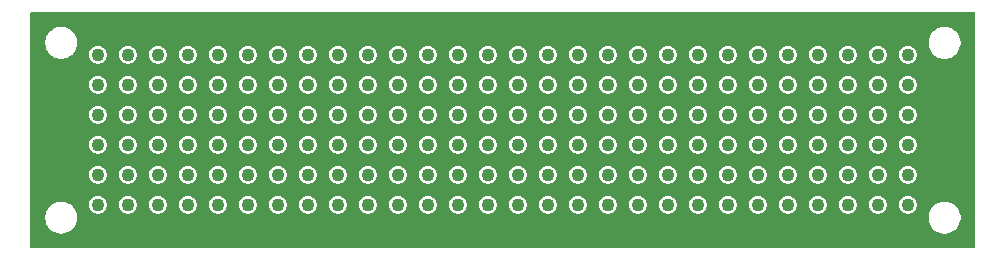
<source format=gbr>
G04 #@! TF.GenerationSoftware,KiCad,Pcbnew,9.0.1*
G04 #@! TF.CreationDate,2025-05-07T17:02:48-04:00*
G04 #@! TF.ProjectId,matrix-protoboard_6x28,6d617472-6978-42d7-9072-6f746f626f61,rev?*
G04 #@! TF.SameCoordinates,Original*
G04 #@! TF.FileFunction,Copper,L2,Bot*
G04 #@! TF.FilePolarity,Positive*
%FSLAX46Y46*%
G04 Gerber Fmt 4.6, Leading zero omitted, Abs format (unit mm)*
G04 Created by KiCad (PCBNEW 9.0.1) date 2025-05-07 17:02:48*
%MOMM*%
%LPD*%
G01*
G04 APERTURE LIST*
G04 #@! TA.AperFunction,ComponentPad*
%ADD10C,1.100000*%
G04 #@! TD*
G04 APERTURE END LIST*
D10*
X159010000Y-103610000D03*
X174250000Y-103610000D03*
X181870000Y-111230000D03*
X133610000Y-108690000D03*
X151390000Y-106150000D03*
X148850000Y-116310000D03*
X148850000Y-108690000D03*
X192030000Y-116310000D03*
X192030000Y-108690000D03*
X125990000Y-103610000D03*
X179330000Y-111230000D03*
X148850000Y-106150000D03*
X174250000Y-116310000D03*
X179330000Y-116310000D03*
X153930000Y-113770000D03*
X146310000Y-103610000D03*
X156470000Y-111230000D03*
X161550000Y-111230000D03*
X131070000Y-116310000D03*
X143770000Y-113770000D03*
X169170000Y-108690000D03*
X161550000Y-108690000D03*
X186950000Y-106150000D03*
X136150000Y-108690000D03*
X176790000Y-111230000D03*
X159010000Y-113770000D03*
X189490000Y-116310000D03*
X189490000Y-111230000D03*
X131070000Y-106150000D03*
X148850000Y-111230000D03*
X146310000Y-113770000D03*
X138690000Y-113770000D03*
X159010000Y-111230000D03*
X164090000Y-111230000D03*
X161550000Y-116310000D03*
X143770000Y-103610000D03*
X146310000Y-111230000D03*
X123450000Y-103610000D03*
X192030000Y-111230000D03*
X161550000Y-106150000D03*
X184410000Y-116310000D03*
X136150000Y-116310000D03*
X153930000Y-103610000D03*
X179330000Y-113770000D03*
X164090000Y-113770000D03*
X179330000Y-103610000D03*
X123450000Y-106150000D03*
X123450000Y-116310000D03*
X181870000Y-108690000D03*
X141230000Y-113770000D03*
X153930000Y-116310000D03*
X181870000Y-116310000D03*
X176790000Y-106150000D03*
X192030000Y-103610000D03*
X181870000Y-113770000D03*
X141230000Y-103610000D03*
X136150000Y-111230000D03*
X189490000Y-106150000D03*
X184410000Y-113770000D03*
X169170000Y-113770000D03*
X141230000Y-106150000D03*
X164090000Y-116310000D03*
X169170000Y-116310000D03*
X169170000Y-111230000D03*
X138690000Y-111230000D03*
X181870000Y-106150000D03*
X181870000Y-103610000D03*
X164090000Y-108690000D03*
X179330000Y-106150000D03*
X143770000Y-111230000D03*
X166630000Y-108690000D03*
X166630000Y-103610000D03*
X166630000Y-106150000D03*
X189490000Y-113770000D03*
X151390000Y-116310000D03*
X143770000Y-108690000D03*
X138690000Y-103610000D03*
X186950000Y-113770000D03*
X176790000Y-116310000D03*
X123450000Y-113770000D03*
X128530000Y-106150000D03*
X146310000Y-108690000D03*
X184410000Y-103610000D03*
X186950000Y-103610000D03*
X141230000Y-116310000D03*
X131070000Y-113770000D03*
X143770000Y-116310000D03*
X192030000Y-113770000D03*
X166630000Y-113770000D03*
X131070000Y-108690000D03*
X171710000Y-111230000D03*
X186950000Y-116310000D03*
X171710000Y-116310000D03*
X128530000Y-116310000D03*
X138690000Y-116310000D03*
X141230000Y-108690000D03*
X153930000Y-111230000D03*
X153930000Y-108690000D03*
X166630000Y-111230000D03*
X133610000Y-113770000D03*
X161550000Y-103610000D03*
X166630000Y-116310000D03*
X136150000Y-106150000D03*
X133610000Y-111230000D03*
X151390000Y-111230000D03*
X156470000Y-113770000D03*
X171710000Y-103610000D03*
X128530000Y-103610000D03*
X125990000Y-113770000D03*
X151390000Y-113770000D03*
X156470000Y-116310000D03*
X125990000Y-106150000D03*
X186950000Y-108690000D03*
X192030000Y-106150000D03*
X161550000Y-113770000D03*
X159010000Y-108690000D03*
X179330000Y-108690000D03*
X176790000Y-108690000D03*
X133610000Y-116310000D03*
X174250000Y-111230000D03*
X136150000Y-103610000D03*
X169170000Y-103610000D03*
X169170000Y-106150000D03*
X148850000Y-113770000D03*
X189490000Y-108690000D03*
X138690000Y-108690000D03*
X153930000Y-106150000D03*
X171710000Y-106150000D03*
X171710000Y-113770000D03*
X143770000Y-106150000D03*
X131070000Y-103610000D03*
X128530000Y-113770000D03*
X174250000Y-113770000D03*
X131070000Y-111230000D03*
X125990000Y-111230000D03*
X176790000Y-103610000D03*
X123450000Y-111230000D03*
X128530000Y-111230000D03*
X174250000Y-108690000D03*
X184410000Y-108690000D03*
X133610000Y-103610000D03*
X156470000Y-108690000D03*
X138690000Y-106150000D03*
X125990000Y-116310000D03*
X174250000Y-106150000D03*
X186950000Y-111230000D03*
X164090000Y-106150000D03*
X146310000Y-106150000D03*
X133610000Y-106150000D03*
X141230000Y-111230000D03*
X151390000Y-103610000D03*
X146310000Y-116310000D03*
X159010000Y-106150000D03*
X156470000Y-103610000D03*
X176790000Y-113770000D03*
X156470000Y-106150000D03*
X189490000Y-103610000D03*
X123450000Y-108690000D03*
X151390000Y-108690000D03*
X184410000Y-111230000D03*
X128530000Y-108690000D03*
X125990000Y-108690000D03*
X136150000Y-113770000D03*
X159010000Y-116310000D03*
X184410000Y-106150000D03*
X164090000Y-103610000D03*
X148850000Y-103610000D03*
X171710000Y-108690000D03*
G04 #@! TA.AperFunction,NonConductor*
G36*
X197727826Y-100022174D02*
G01*
X197749500Y-100074500D01*
X197749500Y-119925500D01*
X197727826Y-119977826D01*
X197675500Y-119999500D01*
X117824500Y-119999500D01*
X117772174Y-119977826D01*
X117750500Y-119925500D01*
X117750500Y-117293711D01*
X118999500Y-117293711D01*
X118999500Y-117506288D01*
X119032753Y-117716240D01*
X119032756Y-117716253D01*
X119098440Y-117918406D01*
X119194948Y-118107816D01*
X119271475Y-118213146D01*
X119319896Y-118279792D01*
X119470208Y-118430104D01*
X119565656Y-118499451D01*
X119642183Y-118555051D01*
X119733474Y-118601565D01*
X119831588Y-118651557D01*
X119831590Y-118651557D01*
X119831593Y-118651559D01*
X120033746Y-118717243D01*
X120033752Y-118717244D01*
X120033757Y-118717246D01*
X120138735Y-118733873D01*
X120243711Y-118750500D01*
X120243713Y-118750500D01*
X120456289Y-118750500D01*
X120540269Y-118737198D01*
X120666243Y-118717246D01*
X120666250Y-118717243D01*
X120666253Y-118717243D01*
X120868406Y-118651559D01*
X120868406Y-118651558D01*
X120868412Y-118651557D01*
X121057816Y-118555051D01*
X121229792Y-118430104D01*
X121380104Y-118279792D01*
X121505051Y-118107816D01*
X121601557Y-117918412D01*
X121667246Y-117716243D01*
X121700500Y-117506287D01*
X121700500Y-117293713D01*
X121700500Y-117293711D01*
X193799500Y-117293711D01*
X193799500Y-117506288D01*
X193832753Y-117716240D01*
X193832756Y-117716253D01*
X193898440Y-117918406D01*
X193994948Y-118107816D01*
X194071475Y-118213146D01*
X194119896Y-118279792D01*
X194270208Y-118430104D01*
X194365656Y-118499451D01*
X194442183Y-118555051D01*
X194533474Y-118601565D01*
X194631588Y-118651557D01*
X194631590Y-118651557D01*
X194631593Y-118651559D01*
X194833746Y-118717243D01*
X194833752Y-118717244D01*
X194833757Y-118717246D01*
X194938735Y-118733873D01*
X195043711Y-118750500D01*
X195043713Y-118750500D01*
X195256289Y-118750500D01*
X195340269Y-118737198D01*
X195466243Y-118717246D01*
X195466250Y-118717243D01*
X195466253Y-118717243D01*
X195668406Y-118651559D01*
X195668406Y-118651558D01*
X195668412Y-118651557D01*
X195857816Y-118555051D01*
X196029792Y-118430104D01*
X196180104Y-118279792D01*
X196305051Y-118107816D01*
X196401557Y-117918412D01*
X196467246Y-117716243D01*
X196500500Y-117506287D01*
X196500500Y-117293713D01*
X196467246Y-117083757D01*
X196467244Y-117083752D01*
X196467243Y-117083746D01*
X196401559Y-116881593D01*
X196401557Y-116881590D01*
X196401557Y-116881588D01*
X196351565Y-116783474D01*
X196305051Y-116692183D01*
X196186431Y-116528917D01*
X196180104Y-116520208D01*
X196029792Y-116369896D01*
X195923009Y-116292314D01*
X195857816Y-116244948D01*
X195668406Y-116148440D01*
X195466253Y-116082756D01*
X195466240Y-116082753D01*
X195256289Y-116049500D01*
X195256287Y-116049500D01*
X195043713Y-116049500D01*
X195043711Y-116049500D01*
X194833759Y-116082753D01*
X194833746Y-116082756D01*
X194631593Y-116148440D01*
X194442183Y-116244948D01*
X194270212Y-116369893D01*
X194270208Y-116369896D01*
X194119896Y-116520208D01*
X194119893Y-116520211D01*
X194119893Y-116520212D01*
X193994948Y-116692183D01*
X193898440Y-116881593D01*
X193832756Y-117083746D01*
X193832753Y-117083759D01*
X193799500Y-117293711D01*
X121700500Y-117293711D01*
X121667246Y-117083757D01*
X121667244Y-117083752D01*
X121667243Y-117083746D01*
X121601559Y-116881593D01*
X121601557Y-116881590D01*
X121601557Y-116881588D01*
X121551565Y-116783474D01*
X121505051Y-116692183D01*
X121386431Y-116528917D01*
X121380104Y-116520208D01*
X121229792Y-116369896D01*
X121123009Y-116292314D01*
X121057816Y-116244948D01*
X121040417Y-116236083D01*
X122699500Y-116236083D01*
X122699500Y-116383916D01*
X122728340Y-116528907D01*
X122728343Y-116528917D01*
X122784915Y-116665494D01*
X122784916Y-116665495D01*
X122867049Y-116788416D01*
X122971584Y-116892951D01*
X123094505Y-116975084D01*
X123231087Y-117031658D01*
X123376082Y-117060500D01*
X123376084Y-117060500D01*
X123523916Y-117060500D01*
X123523918Y-117060500D01*
X123668913Y-117031658D01*
X123805495Y-116975084D01*
X123928416Y-116892951D01*
X124032951Y-116788416D01*
X124115084Y-116665495D01*
X124171658Y-116528913D01*
X124200500Y-116383918D01*
X124200500Y-116236083D01*
X125239500Y-116236083D01*
X125239500Y-116383916D01*
X125268340Y-116528907D01*
X125268343Y-116528917D01*
X125324915Y-116665494D01*
X125324916Y-116665495D01*
X125407049Y-116788416D01*
X125511584Y-116892951D01*
X125634505Y-116975084D01*
X125771087Y-117031658D01*
X125916082Y-117060500D01*
X125916084Y-117060500D01*
X126063916Y-117060500D01*
X126063918Y-117060500D01*
X126208913Y-117031658D01*
X126345495Y-116975084D01*
X126468416Y-116892951D01*
X126572951Y-116788416D01*
X126655084Y-116665495D01*
X126711658Y-116528913D01*
X126740500Y-116383918D01*
X126740500Y-116236083D01*
X127779500Y-116236083D01*
X127779500Y-116383916D01*
X127808340Y-116528907D01*
X127808343Y-116528917D01*
X127864915Y-116665494D01*
X127864916Y-116665495D01*
X127947049Y-116788416D01*
X128051584Y-116892951D01*
X128174505Y-116975084D01*
X128311087Y-117031658D01*
X128456082Y-117060500D01*
X128456084Y-117060500D01*
X128603916Y-117060500D01*
X128603918Y-117060500D01*
X128748913Y-117031658D01*
X128885495Y-116975084D01*
X129008416Y-116892951D01*
X129112951Y-116788416D01*
X129195084Y-116665495D01*
X129251658Y-116528913D01*
X129280500Y-116383918D01*
X129280500Y-116236083D01*
X130319500Y-116236083D01*
X130319500Y-116383916D01*
X130348340Y-116528907D01*
X130348343Y-116528917D01*
X130404915Y-116665494D01*
X130404916Y-116665495D01*
X130487049Y-116788416D01*
X130591584Y-116892951D01*
X130714505Y-116975084D01*
X130851087Y-117031658D01*
X130996082Y-117060500D01*
X130996084Y-117060500D01*
X131143916Y-117060500D01*
X131143918Y-117060500D01*
X131288913Y-117031658D01*
X131425495Y-116975084D01*
X131548416Y-116892951D01*
X131652951Y-116788416D01*
X131735084Y-116665495D01*
X131791658Y-116528913D01*
X131820500Y-116383918D01*
X131820500Y-116236083D01*
X132859500Y-116236083D01*
X132859500Y-116383916D01*
X132888340Y-116528907D01*
X132888343Y-116528917D01*
X132944915Y-116665494D01*
X132944916Y-116665495D01*
X133027049Y-116788416D01*
X133131584Y-116892951D01*
X133254505Y-116975084D01*
X133391087Y-117031658D01*
X133536082Y-117060500D01*
X133536084Y-117060500D01*
X133683916Y-117060500D01*
X133683918Y-117060500D01*
X133828913Y-117031658D01*
X133965495Y-116975084D01*
X134088416Y-116892951D01*
X134192951Y-116788416D01*
X134275084Y-116665495D01*
X134331658Y-116528913D01*
X134360500Y-116383918D01*
X134360500Y-116236083D01*
X135399500Y-116236083D01*
X135399500Y-116383916D01*
X135428340Y-116528907D01*
X135428343Y-116528917D01*
X135484915Y-116665494D01*
X135484916Y-116665495D01*
X135567049Y-116788416D01*
X135671584Y-116892951D01*
X135794505Y-116975084D01*
X135931087Y-117031658D01*
X136076082Y-117060500D01*
X136076084Y-117060500D01*
X136223916Y-117060500D01*
X136223918Y-117060500D01*
X136368913Y-117031658D01*
X136505495Y-116975084D01*
X136628416Y-116892951D01*
X136732951Y-116788416D01*
X136815084Y-116665495D01*
X136871658Y-116528913D01*
X136900500Y-116383918D01*
X136900500Y-116236083D01*
X137939500Y-116236083D01*
X137939500Y-116383916D01*
X137968340Y-116528907D01*
X137968343Y-116528917D01*
X138024915Y-116665494D01*
X138024916Y-116665495D01*
X138107049Y-116788416D01*
X138211584Y-116892951D01*
X138334505Y-116975084D01*
X138471087Y-117031658D01*
X138616082Y-117060500D01*
X138616084Y-117060500D01*
X138763916Y-117060500D01*
X138763918Y-117060500D01*
X138908913Y-117031658D01*
X139045495Y-116975084D01*
X139168416Y-116892951D01*
X139272951Y-116788416D01*
X139355084Y-116665495D01*
X139411658Y-116528913D01*
X139440500Y-116383918D01*
X139440500Y-116236083D01*
X140479500Y-116236083D01*
X140479500Y-116383916D01*
X140508340Y-116528907D01*
X140508343Y-116528917D01*
X140564915Y-116665494D01*
X140564916Y-116665495D01*
X140647049Y-116788416D01*
X140751584Y-116892951D01*
X140874505Y-116975084D01*
X141011087Y-117031658D01*
X141156082Y-117060500D01*
X141156084Y-117060500D01*
X141303916Y-117060500D01*
X141303918Y-117060500D01*
X141448913Y-117031658D01*
X141585495Y-116975084D01*
X141708416Y-116892951D01*
X141812951Y-116788416D01*
X141895084Y-116665495D01*
X141951658Y-116528913D01*
X141980500Y-116383918D01*
X141980500Y-116236083D01*
X143019500Y-116236083D01*
X143019500Y-116383916D01*
X143048340Y-116528907D01*
X143048343Y-116528917D01*
X143104915Y-116665494D01*
X143104916Y-116665495D01*
X143187049Y-116788416D01*
X143291584Y-116892951D01*
X143414505Y-116975084D01*
X143551087Y-117031658D01*
X143696082Y-117060500D01*
X143696084Y-117060500D01*
X143843916Y-117060500D01*
X143843918Y-117060500D01*
X143988913Y-117031658D01*
X144125495Y-116975084D01*
X144248416Y-116892951D01*
X144352951Y-116788416D01*
X144435084Y-116665495D01*
X144491658Y-116528913D01*
X144520500Y-116383918D01*
X144520500Y-116236083D01*
X145559500Y-116236083D01*
X145559500Y-116383916D01*
X145588340Y-116528907D01*
X145588343Y-116528917D01*
X145644915Y-116665494D01*
X145644916Y-116665495D01*
X145727049Y-116788416D01*
X145831584Y-116892951D01*
X145954505Y-116975084D01*
X146091087Y-117031658D01*
X146236082Y-117060500D01*
X146236084Y-117060500D01*
X146383916Y-117060500D01*
X146383918Y-117060500D01*
X146528913Y-117031658D01*
X146665495Y-116975084D01*
X146788416Y-116892951D01*
X146892951Y-116788416D01*
X146975084Y-116665495D01*
X147031658Y-116528913D01*
X147060500Y-116383918D01*
X147060500Y-116236083D01*
X148099500Y-116236083D01*
X148099500Y-116383916D01*
X148128340Y-116528907D01*
X148128343Y-116528917D01*
X148184915Y-116665494D01*
X148184916Y-116665495D01*
X148267049Y-116788416D01*
X148371584Y-116892951D01*
X148494505Y-116975084D01*
X148631087Y-117031658D01*
X148776082Y-117060500D01*
X148776084Y-117060500D01*
X148923916Y-117060500D01*
X148923918Y-117060500D01*
X149068913Y-117031658D01*
X149205495Y-116975084D01*
X149328416Y-116892951D01*
X149432951Y-116788416D01*
X149515084Y-116665495D01*
X149571658Y-116528913D01*
X149600500Y-116383918D01*
X149600500Y-116236083D01*
X150639500Y-116236083D01*
X150639500Y-116383916D01*
X150668340Y-116528907D01*
X150668343Y-116528917D01*
X150724915Y-116665494D01*
X150724916Y-116665495D01*
X150807049Y-116788416D01*
X150911584Y-116892951D01*
X151034505Y-116975084D01*
X151171087Y-117031658D01*
X151316082Y-117060500D01*
X151316084Y-117060500D01*
X151463916Y-117060500D01*
X151463918Y-117060500D01*
X151608913Y-117031658D01*
X151745495Y-116975084D01*
X151868416Y-116892951D01*
X151972951Y-116788416D01*
X152055084Y-116665495D01*
X152111658Y-116528913D01*
X152140500Y-116383918D01*
X152140500Y-116236083D01*
X153179500Y-116236083D01*
X153179500Y-116383916D01*
X153208340Y-116528907D01*
X153208343Y-116528917D01*
X153264915Y-116665494D01*
X153264916Y-116665495D01*
X153347049Y-116788416D01*
X153451584Y-116892951D01*
X153574505Y-116975084D01*
X153711087Y-117031658D01*
X153856082Y-117060500D01*
X153856084Y-117060500D01*
X154003916Y-117060500D01*
X154003918Y-117060500D01*
X154148913Y-117031658D01*
X154285495Y-116975084D01*
X154408416Y-116892951D01*
X154512951Y-116788416D01*
X154595084Y-116665495D01*
X154651658Y-116528913D01*
X154680500Y-116383918D01*
X154680500Y-116236083D01*
X155719500Y-116236083D01*
X155719500Y-116383916D01*
X155748340Y-116528907D01*
X155748343Y-116528917D01*
X155804915Y-116665494D01*
X155804916Y-116665495D01*
X155887049Y-116788416D01*
X155991584Y-116892951D01*
X156114505Y-116975084D01*
X156251087Y-117031658D01*
X156396082Y-117060500D01*
X156396084Y-117060500D01*
X156543916Y-117060500D01*
X156543918Y-117060500D01*
X156688913Y-117031658D01*
X156825495Y-116975084D01*
X156948416Y-116892951D01*
X157052951Y-116788416D01*
X157135084Y-116665495D01*
X157191658Y-116528913D01*
X157220500Y-116383918D01*
X157220500Y-116236083D01*
X158259500Y-116236083D01*
X158259500Y-116383916D01*
X158288340Y-116528907D01*
X158288343Y-116528917D01*
X158344915Y-116665494D01*
X158344916Y-116665495D01*
X158427049Y-116788416D01*
X158531584Y-116892951D01*
X158654505Y-116975084D01*
X158791087Y-117031658D01*
X158936082Y-117060500D01*
X158936084Y-117060500D01*
X159083916Y-117060500D01*
X159083918Y-117060500D01*
X159228913Y-117031658D01*
X159365495Y-116975084D01*
X159488416Y-116892951D01*
X159592951Y-116788416D01*
X159675084Y-116665495D01*
X159731658Y-116528913D01*
X159760500Y-116383918D01*
X159760500Y-116236083D01*
X160799500Y-116236083D01*
X160799500Y-116383916D01*
X160828340Y-116528907D01*
X160828343Y-116528917D01*
X160884915Y-116665494D01*
X160884916Y-116665495D01*
X160967049Y-116788416D01*
X161071584Y-116892951D01*
X161194505Y-116975084D01*
X161331087Y-117031658D01*
X161476082Y-117060500D01*
X161476084Y-117060500D01*
X161623916Y-117060500D01*
X161623918Y-117060500D01*
X161768913Y-117031658D01*
X161905495Y-116975084D01*
X162028416Y-116892951D01*
X162132951Y-116788416D01*
X162215084Y-116665495D01*
X162271658Y-116528913D01*
X162300500Y-116383918D01*
X162300500Y-116236083D01*
X163339500Y-116236083D01*
X163339500Y-116383916D01*
X163368340Y-116528907D01*
X163368343Y-116528917D01*
X163424915Y-116665494D01*
X163424916Y-116665495D01*
X163507049Y-116788416D01*
X163611584Y-116892951D01*
X163734505Y-116975084D01*
X163871087Y-117031658D01*
X164016082Y-117060500D01*
X164016084Y-117060500D01*
X164163916Y-117060500D01*
X164163918Y-117060500D01*
X164308913Y-117031658D01*
X164445495Y-116975084D01*
X164568416Y-116892951D01*
X164672951Y-116788416D01*
X164755084Y-116665495D01*
X164811658Y-116528913D01*
X164840500Y-116383918D01*
X164840500Y-116236083D01*
X165879500Y-116236083D01*
X165879500Y-116383916D01*
X165908340Y-116528907D01*
X165908343Y-116528917D01*
X165964915Y-116665494D01*
X165964916Y-116665495D01*
X166047049Y-116788416D01*
X166151584Y-116892951D01*
X166274505Y-116975084D01*
X166411087Y-117031658D01*
X166556082Y-117060500D01*
X166556084Y-117060500D01*
X166703916Y-117060500D01*
X166703918Y-117060500D01*
X166848913Y-117031658D01*
X166985495Y-116975084D01*
X167108416Y-116892951D01*
X167212951Y-116788416D01*
X167295084Y-116665495D01*
X167351658Y-116528913D01*
X167380500Y-116383918D01*
X167380500Y-116236083D01*
X168419500Y-116236083D01*
X168419500Y-116383916D01*
X168448340Y-116528907D01*
X168448343Y-116528917D01*
X168504915Y-116665494D01*
X168504916Y-116665495D01*
X168587049Y-116788416D01*
X168691584Y-116892951D01*
X168814505Y-116975084D01*
X168951087Y-117031658D01*
X169096082Y-117060500D01*
X169096084Y-117060500D01*
X169243916Y-117060500D01*
X169243918Y-117060500D01*
X169388913Y-117031658D01*
X169525495Y-116975084D01*
X169648416Y-116892951D01*
X169752951Y-116788416D01*
X169835084Y-116665495D01*
X169891658Y-116528913D01*
X169920500Y-116383918D01*
X169920500Y-116236083D01*
X170959500Y-116236083D01*
X170959500Y-116383916D01*
X170988340Y-116528907D01*
X170988343Y-116528917D01*
X171044915Y-116665494D01*
X171044916Y-116665495D01*
X171127049Y-116788416D01*
X171231584Y-116892951D01*
X171354505Y-116975084D01*
X171491087Y-117031658D01*
X171636082Y-117060500D01*
X171636084Y-117060500D01*
X171783916Y-117060500D01*
X171783918Y-117060500D01*
X171928913Y-117031658D01*
X172065495Y-116975084D01*
X172188416Y-116892951D01*
X172292951Y-116788416D01*
X172375084Y-116665495D01*
X172431658Y-116528913D01*
X172460500Y-116383918D01*
X172460500Y-116236083D01*
X173499500Y-116236083D01*
X173499500Y-116383916D01*
X173528340Y-116528907D01*
X173528343Y-116528917D01*
X173584915Y-116665494D01*
X173584916Y-116665495D01*
X173667049Y-116788416D01*
X173771584Y-116892951D01*
X173894505Y-116975084D01*
X174031087Y-117031658D01*
X174176082Y-117060500D01*
X174176084Y-117060500D01*
X174323916Y-117060500D01*
X174323918Y-117060500D01*
X174468913Y-117031658D01*
X174605495Y-116975084D01*
X174728416Y-116892951D01*
X174832951Y-116788416D01*
X174915084Y-116665495D01*
X174971658Y-116528913D01*
X175000500Y-116383918D01*
X175000500Y-116236083D01*
X176039500Y-116236083D01*
X176039500Y-116383916D01*
X176068340Y-116528907D01*
X176068343Y-116528917D01*
X176124915Y-116665494D01*
X176124916Y-116665495D01*
X176207049Y-116788416D01*
X176311584Y-116892951D01*
X176434505Y-116975084D01*
X176571087Y-117031658D01*
X176716082Y-117060500D01*
X176716084Y-117060500D01*
X176863916Y-117060500D01*
X176863918Y-117060500D01*
X177008913Y-117031658D01*
X177145495Y-116975084D01*
X177268416Y-116892951D01*
X177372951Y-116788416D01*
X177455084Y-116665495D01*
X177511658Y-116528913D01*
X177540500Y-116383918D01*
X177540500Y-116236083D01*
X178579500Y-116236083D01*
X178579500Y-116383916D01*
X178608340Y-116528907D01*
X178608343Y-116528917D01*
X178664915Y-116665494D01*
X178664916Y-116665495D01*
X178747049Y-116788416D01*
X178851584Y-116892951D01*
X178974505Y-116975084D01*
X179111087Y-117031658D01*
X179256082Y-117060500D01*
X179256084Y-117060500D01*
X179403916Y-117060500D01*
X179403918Y-117060500D01*
X179548913Y-117031658D01*
X179685495Y-116975084D01*
X179808416Y-116892951D01*
X179912951Y-116788416D01*
X179995084Y-116665495D01*
X180051658Y-116528913D01*
X180080500Y-116383918D01*
X180080500Y-116236083D01*
X181119500Y-116236083D01*
X181119500Y-116383916D01*
X181148340Y-116528907D01*
X181148343Y-116528917D01*
X181204915Y-116665494D01*
X181204916Y-116665495D01*
X181287049Y-116788416D01*
X181391584Y-116892951D01*
X181514505Y-116975084D01*
X181651087Y-117031658D01*
X181796082Y-117060500D01*
X181796084Y-117060500D01*
X181943916Y-117060500D01*
X181943918Y-117060500D01*
X182088913Y-117031658D01*
X182225495Y-116975084D01*
X182348416Y-116892951D01*
X182452951Y-116788416D01*
X182535084Y-116665495D01*
X182591658Y-116528913D01*
X182620500Y-116383918D01*
X182620500Y-116236083D01*
X183659500Y-116236083D01*
X183659500Y-116383916D01*
X183688340Y-116528907D01*
X183688343Y-116528917D01*
X183744915Y-116665494D01*
X183744916Y-116665495D01*
X183827049Y-116788416D01*
X183931584Y-116892951D01*
X184054505Y-116975084D01*
X184191087Y-117031658D01*
X184336082Y-117060500D01*
X184336084Y-117060500D01*
X184483916Y-117060500D01*
X184483918Y-117060500D01*
X184628913Y-117031658D01*
X184765495Y-116975084D01*
X184888416Y-116892951D01*
X184992951Y-116788416D01*
X185075084Y-116665495D01*
X185131658Y-116528913D01*
X185160500Y-116383918D01*
X185160500Y-116236083D01*
X186199500Y-116236083D01*
X186199500Y-116383916D01*
X186228340Y-116528907D01*
X186228343Y-116528917D01*
X186284915Y-116665494D01*
X186284916Y-116665495D01*
X186367049Y-116788416D01*
X186471584Y-116892951D01*
X186594505Y-116975084D01*
X186731087Y-117031658D01*
X186876082Y-117060500D01*
X186876084Y-117060500D01*
X187023916Y-117060500D01*
X187023918Y-117060500D01*
X187168913Y-117031658D01*
X187305495Y-116975084D01*
X187428416Y-116892951D01*
X187532951Y-116788416D01*
X187615084Y-116665495D01*
X187671658Y-116528913D01*
X187700500Y-116383918D01*
X187700500Y-116236083D01*
X188739500Y-116236083D01*
X188739500Y-116383916D01*
X188768340Y-116528907D01*
X188768343Y-116528917D01*
X188824915Y-116665494D01*
X188824916Y-116665495D01*
X188907049Y-116788416D01*
X189011584Y-116892951D01*
X189134505Y-116975084D01*
X189271087Y-117031658D01*
X189416082Y-117060500D01*
X189416084Y-117060500D01*
X189563916Y-117060500D01*
X189563918Y-117060500D01*
X189708913Y-117031658D01*
X189845495Y-116975084D01*
X189968416Y-116892951D01*
X190072951Y-116788416D01*
X190155084Y-116665495D01*
X190211658Y-116528913D01*
X190240500Y-116383918D01*
X190240500Y-116236083D01*
X191279500Y-116236083D01*
X191279500Y-116383916D01*
X191308340Y-116528907D01*
X191308343Y-116528917D01*
X191364915Y-116665494D01*
X191364916Y-116665495D01*
X191447049Y-116788416D01*
X191551584Y-116892951D01*
X191674505Y-116975084D01*
X191811087Y-117031658D01*
X191956082Y-117060500D01*
X191956084Y-117060500D01*
X192103916Y-117060500D01*
X192103918Y-117060500D01*
X192248913Y-117031658D01*
X192385495Y-116975084D01*
X192508416Y-116892951D01*
X192612951Y-116788416D01*
X192695084Y-116665495D01*
X192751658Y-116528913D01*
X192780500Y-116383918D01*
X192780500Y-116236082D01*
X192751658Y-116091087D01*
X192695084Y-115954505D01*
X192612951Y-115831584D01*
X192508416Y-115727049D01*
X192385495Y-115644916D01*
X192385496Y-115644916D01*
X192385494Y-115644915D01*
X192248917Y-115588343D01*
X192248907Y-115588340D01*
X192151811Y-115569026D01*
X192103918Y-115559500D01*
X191956082Y-115559500D01*
X191914977Y-115567676D01*
X191811092Y-115588340D01*
X191811082Y-115588343D01*
X191674505Y-115644915D01*
X191551584Y-115727048D01*
X191551583Y-115727050D01*
X191447050Y-115831583D01*
X191447048Y-115831584D01*
X191364915Y-115954505D01*
X191308343Y-116091082D01*
X191308340Y-116091092D01*
X191279500Y-116236083D01*
X190240500Y-116236083D01*
X190240500Y-116236082D01*
X190211658Y-116091087D01*
X190155084Y-115954505D01*
X190072951Y-115831584D01*
X189968416Y-115727049D01*
X189845495Y-115644916D01*
X189845496Y-115644916D01*
X189845494Y-115644915D01*
X189708917Y-115588343D01*
X189708907Y-115588340D01*
X189611811Y-115569026D01*
X189563918Y-115559500D01*
X189416082Y-115559500D01*
X189374977Y-115567676D01*
X189271092Y-115588340D01*
X189271082Y-115588343D01*
X189134505Y-115644915D01*
X189011584Y-115727048D01*
X189011583Y-115727050D01*
X188907050Y-115831583D01*
X188907048Y-115831584D01*
X188824915Y-115954505D01*
X188768343Y-116091082D01*
X188768340Y-116091092D01*
X188739500Y-116236083D01*
X187700500Y-116236083D01*
X187700500Y-116236082D01*
X187671658Y-116091087D01*
X187615084Y-115954505D01*
X187532951Y-115831584D01*
X187428416Y-115727049D01*
X187305495Y-115644916D01*
X187305496Y-115644916D01*
X187305494Y-115644915D01*
X187168917Y-115588343D01*
X187168907Y-115588340D01*
X187071811Y-115569026D01*
X187023918Y-115559500D01*
X186876082Y-115559500D01*
X186834977Y-115567676D01*
X186731092Y-115588340D01*
X186731082Y-115588343D01*
X186594505Y-115644915D01*
X186471584Y-115727048D01*
X186471583Y-115727050D01*
X186367050Y-115831583D01*
X186367048Y-115831584D01*
X186284915Y-115954505D01*
X186228343Y-116091082D01*
X186228340Y-116091092D01*
X186199500Y-116236083D01*
X185160500Y-116236083D01*
X185160500Y-116236082D01*
X185131658Y-116091087D01*
X185075084Y-115954505D01*
X184992951Y-115831584D01*
X184888416Y-115727049D01*
X184765495Y-115644916D01*
X184765496Y-115644916D01*
X184765494Y-115644915D01*
X184628917Y-115588343D01*
X184628907Y-115588340D01*
X184531811Y-115569026D01*
X184483918Y-115559500D01*
X184336082Y-115559500D01*
X184294977Y-115567676D01*
X184191092Y-115588340D01*
X184191082Y-115588343D01*
X184054505Y-115644915D01*
X183931584Y-115727048D01*
X183931583Y-115727050D01*
X183827050Y-115831583D01*
X183827048Y-115831584D01*
X183744915Y-115954505D01*
X183688343Y-116091082D01*
X183688340Y-116091092D01*
X183659500Y-116236083D01*
X182620500Y-116236083D01*
X182620500Y-116236082D01*
X182591658Y-116091087D01*
X182535084Y-115954505D01*
X182452951Y-115831584D01*
X182348416Y-115727049D01*
X182225495Y-115644916D01*
X182225496Y-115644916D01*
X182225494Y-115644915D01*
X182088917Y-115588343D01*
X182088907Y-115588340D01*
X181991811Y-115569026D01*
X181943918Y-115559500D01*
X181796082Y-115559500D01*
X181754977Y-115567676D01*
X181651092Y-115588340D01*
X181651082Y-115588343D01*
X181514505Y-115644915D01*
X181391584Y-115727048D01*
X181391583Y-115727050D01*
X181287050Y-115831583D01*
X181287048Y-115831584D01*
X181204915Y-115954505D01*
X181148343Y-116091082D01*
X181148340Y-116091092D01*
X181119500Y-116236083D01*
X180080500Y-116236083D01*
X180080500Y-116236082D01*
X180051658Y-116091087D01*
X179995084Y-115954505D01*
X179912951Y-115831584D01*
X179808416Y-115727049D01*
X179685495Y-115644916D01*
X179685496Y-115644916D01*
X179685494Y-115644915D01*
X179548917Y-115588343D01*
X179548907Y-115588340D01*
X179451811Y-115569026D01*
X179403918Y-115559500D01*
X179256082Y-115559500D01*
X179214977Y-115567676D01*
X179111092Y-115588340D01*
X179111082Y-115588343D01*
X178974505Y-115644915D01*
X178851584Y-115727048D01*
X178851583Y-115727050D01*
X178747050Y-115831583D01*
X178747048Y-115831584D01*
X178664915Y-115954505D01*
X178608343Y-116091082D01*
X178608340Y-116091092D01*
X178579500Y-116236083D01*
X177540500Y-116236083D01*
X177540500Y-116236082D01*
X177511658Y-116091087D01*
X177455084Y-115954505D01*
X177372951Y-115831584D01*
X177268416Y-115727049D01*
X177145495Y-115644916D01*
X177145496Y-115644916D01*
X177145494Y-115644915D01*
X177008917Y-115588343D01*
X177008907Y-115588340D01*
X176911811Y-115569026D01*
X176863918Y-115559500D01*
X176716082Y-115559500D01*
X176674977Y-115567676D01*
X176571092Y-115588340D01*
X176571082Y-115588343D01*
X176434505Y-115644915D01*
X176311584Y-115727048D01*
X176311583Y-115727050D01*
X176207050Y-115831583D01*
X176207048Y-115831584D01*
X176124915Y-115954505D01*
X176068343Y-116091082D01*
X176068340Y-116091092D01*
X176039500Y-116236083D01*
X175000500Y-116236083D01*
X175000500Y-116236082D01*
X174971658Y-116091087D01*
X174915084Y-115954505D01*
X174832951Y-115831584D01*
X174728416Y-115727049D01*
X174605495Y-115644916D01*
X174605496Y-115644916D01*
X174605494Y-115644915D01*
X174468917Y-115588343D01*
X174468907Y-115588340D01*
X174371811Y-115569026D01*
X174323918Y-115559500D01*
X174176082Y-115559500D01*
X174134977Y-115567676D01*
X174031092Y-115588340D01*
X174031082Y-115588343D01*
X173894505Y-115644915D01*
X173771584Y-115727048D01*
X173771583Y-115727050D01*
X173667050Y-115831583D01*
X173667048Y-115831584D01*
X173584915Y-115954505D01*
X173528343Y-116091082D01*
X173528340Y-116091092D01*
X173499500Y-116236083D01*
X172460500Y-116236083D01*
X172460500Y-116236082D01*
X172431658Y-116091087D01*
X172375084Y-115954505D01*
X172292951Y-115831584D01*
X172188416Y-115727049D01*
X172065495Y-115644916D01*
X172065496Y-115644916D01*
X172065494Y-115644915D01*
X171928917Y-115588343D01*
X171928907Y-115588340D01*
X171831811Y-115569026D01*
X171783918Y-115559500D01*
X171636082Y-115559500D01*
X171594977Y-115567676D01*
X171491092Y-115588340D01*
X171491082Y-115588343D01*
X171354505Y-115644915D01*
X171231584Y-115727048D01*
X171231583Y-115727050D01*
X171127050Y-115831583D01*
X171127048Y-115831584D01*
X171044915Y-115954505D01*
X170988343Y-116091082D01*
X170988340Y-116091092D01*
X170959500Y-116236083D01*
X169920500Y-116236083D01*
X169920500Y-116236082D01*
X169891658Y-116091087D01*
X169835084Y-115954505D01*
X169752951Y-115831584D01*
X169648416Y-115727049D01*
X169525495Y-115644916D01*
X169525496Y-115644916D01*
X169525494Y-115644915D01*
X169388917Y-115588343D01*
X169388907Y-115588340D01*
X169291811Y-115569026D01*
X169243918Y-115559500D01*
X169096082Y-115559500D01*
X169054977Y-115567676D01*
X168951092Y-115588340D01*
X168951082Y-115588343D01*
X168814505Y-115644915D01*
X168691584Y-115727048D01*
X168691583Y-115727050D01*
X168587050Y-115831583D01*
X168587048Y-115831584D01*
X168504915Y-115954505D01*
X168448343Y-116091082D01*
X168448340Y-116091092D01*
X168419500Y-116236083D01*
X167380500Y-116236083D01*
X167380500Y-116236082D01*
X167351658Y-116091087D01*
X167295084Y-115954505D01*
X167212951Y-115831584D01*
X167108416Y-115727049D01*
X166985495Y-115644916D01*
X166985496Y-115644916D01*
X166985494Y-115644915D01*
X166848917Y-115588343D01*
X166848907Y-115588340D01*
X166751811Y-115569026D01*
X166703918Y-115559500D01*
X166556082Y-115559500D01*
X166514977Y-115567676D01*
X166411092Y-115588340D01*
X166411082Y-115588343D01*
X166274505Y-115644915D01*
X166151584Y-115727048D01*
X166151583Y-115727050D01*
X166047050Y-115831583D01*
X166047048Y-115831584D01*
X165964915Y-115954505D01*
X165908343Y-116091082D01*
X165908340Y-116091092D01*
X165879500Y-116236083D01*
X164840500Y-116236083D01*
X164840500Y-116236082D01*
X164811658Y-116091087D01*
X164755084Y-115954505D01*
X164672951Y-115831584D01*
X164568416Y-115727049D01*
X164445495Y-115644916D01*
X164445496Y-115644916D01*
X164445494Y-115644915D01*
X164308917Y-115588343D01*
X164308907Y-115588340D01*
X164211811Y-115569026D01*
X164163918Y-115559500D01*
X164016082Y-115559500D01*
X163974977Y-115567676D01*
X163871092Y-115588340D01*
X163871082Y-115588343D01*
X163734505Y-115644915D01*
X163611584Y-115727048D01*
X163611583Y-115727050D01*
X163507050Y-115831583D01*
X163507048Y-115831584D01*
X163424915Y-115954505D01*
X163368343Y-116091082D01*
X163368340Y-116091092D01*
X163339500Y-116236083D01*
X162300500Y-116236083D01*
X162300500Y-116236082D01*
X162271658Y-116091087D01*
X162215084Y-115954505D01*
X162132951Y-115831584D01*
X162028416Y-115727049D01*
X161905495Y-115644916D01*
X161905496Y-115644916D01*
X161905494Y-115644915D01*
X161768917Y-115588343D01*
X161768907Y-115588340D01*
X161671811Y-115569026D01*
X161623918Y-115559500D01*
X161476082Y-115559500D01*
X161434977Y-115567676D01*
X161331092Y-115588340D01*
X161331082Y-115588343D01*
X161194505Y-115644915D01*
X161071584Y-115727048D01*
X161071583Y-115727050D01*
X160967050Y-115831583D01*
X160967048Y-115831584D01*
X160884915Y-115954505D01*
X160828343Y-116091082D01*
X160828340Y-116091092D01*
X160799500Y-116236083D01*
X159760500Y-116236083D01*
X159760500Y-116236082D01*
X159731658Y-116091087D01*
X159675084Y-115954505D01*
X159592951Y-115831584D01*
X159488416Y-115727049D01*
X159365495Y-115644916D01*
X159365496Y-115644916D01*
X159365494Y-115644915D01*
X159228917Y-115588343D01*
X159228907Y-115588340D01*
X159131811Y-115569026D01*
X159083918Y-115559500D01*
X158936082Y-115559500D01*
X158894977Y-115567676D01*
X158791092Y-115588340D01*
X158791082Y-115588343D01*
X158654505Y-115644915D01*
X158531584Y-115727048D01*
X158531583Y-115727050D01*
X158427050Y-115831583D01*
X158427048Y-115831584D01*
X158344915Y-115954505D01*
X158288343Y-116091082D01*
X158288340Y-116091092D01*
X158259500Y-116236083D01*
X157220500Y-116236083D01*
X157220500Y-116236082D01*
X157191658Y-116091087D01*
X157135084Y-115954505D01*
X157052951Y-115831584D01*
X156948416Y-115727049D01*
X156825495Y-115644916D01*
X156825496Y-115644916D01*
X156825494Y-115644915D01*
X156688917Y-115588343D01*
X156688907Y-115588340D01*
X156591811Y-115569026D01*
X156543918Y-115559500D01*
X156396082Y-115559500D01*
X156354977Y-115567676D01*
X156251092Y-115588340D01*
X156251082Y-115588343D01*
X156114505Y-115644915D01*
X155991584Y-115727048D01*
X155991583Y-115727050D01*
X155887050Y-115831583D01*
X155887048Y-115831584D01*
X155804915Y-115954505D01*
X155748343Y-116091082D01*
X155748340Y-116091092D01*
X155719500Y-116236083D01*
X154680500Y-116236083D01*
X154680500Y-116236082D01*
X154651658Y-116091087D01*
X154595084Y-115954505D01*
X154512951Y-115831584D01*
X154408416Y-115727049D01*
X154285495Y-115644916D01*
X154285496Y-115644916D01*
X154285494Y-115644915D01*
X154148917Y-115588343D01*
X154148907Y-115588340D01*
X154051811Y-115569026D01*
X154003918Y-115559500D01*
X153856082Y-115559500D01*
X153814977Y-115567676D01*
X153711092Y-115588340D01*
X153711082Y-115588343D01*
X153574505Y-115644915D01*
X153451584Y-115727048D01*
X153451583Y-115727050D01*
X153347050Y-115831583D01*
X153347048Y-115831584D01*
X153264915Y-115954505D01*
X153208343Y-116091082D01*
X153208340Y-116091092D01*
X153179500Y-116236083D01*
X152140500Y-116236083D01*
X152140500Y-116236082D01*
X152111658Y-116091087D01*
X152055084Y-115954505D01*
X151972951Y-115831584D01*
X151868416Y-115727049D01*
X151745495Y-115644916D01*
X151745496Y-115644916D01*
X151745494Y-115644915D01*
X151608917Y-115588343D01*
X151608907Y-115588340D01*
X151511811Y-115569026D01*
X151463918Y-115559500D01*
X151316082Y-115559500D01*
X151274977Y-115567676D01*
X151171092Y-115588340D01*
X151171082Y-115588343D01*
X151034505Y-115644915D01*
X150911584Y-115727048D01*
X150911583Y-115727050D01*
X150807050Y-115831583D01*
X150807048Y-115831584D01*
X150724915Y-115954505D01*
X150668343Y-116091082D01*
X150668340Y-116091092D01*
X150639500Y-116236083D01*
X149600500Y-116236083D01*
X149600500Y-116236082D01*
X149571658Y-116091087D01*
X149515084Y-115954505D01*
X149432951Y-115831584D01*
X149328416Y-115727049D01*
X149205495Y-115644916D01*
X149205496Y-115644916D01*
X149205494Y-115644915D01*
X149068917Y-115588343D01*
X149068907Y-115588340D01*
X148971811Y-115569026D01*
X148923918Y-115559500D01*
X148776082Y-115559500D01*
X148734977Y-115567676D01*
X148631092Y-115588340D01*
X148631082Y-115588343D01*
X148494505Y-115644915D01*
X148371584Y-115727048D01*
X148371583Y-115727050D01*
X148267050Y-115831583D01*
X148267048Y-115831584D01*
X148184915Y-115954505D01*
X148128343Y-116091082D01*
X148128340Y-116091092D01*
X148099500Y-116236083D01*
X147060500Y-116236083D01*
X147060500Y-116236082D01*
X147031658Y-116091087D01*
X146975084Y-115954505D01*
X146892951Y-115831584D01*
X146788416Y-115727049D01*
X146665495Y-115644916D01*
X146665496Y-115644916D01*
X146665494Y-115644915D01*
X146528917Y-115588343D01*
X146528907Y-115588340D01*
X146431811Y-115569026D01*
X146383918Y-115559500D01*
X146236082Y-115559500D01*
X146194977Y-115567676D01*
X146091092Y-115588340D01*
X146091082Y-115588343D01*
X145954505Y-115644915D01*
X145831584Y-115727048D01*
X145831583Y-115727050D01*
X145727050Y-115831583D01*
X145727048Y-115831584D01*
X145644915Y-115954505D01*
X145588343Y-116091082D01*
X145588340Y-116091092D01*
X145559500Y-116236083D01*
X144520500Y-116236083D01*
X144520500Y-116236082D01*
X144491658Y-116091087D01*
X144435084Y-115954505D01*
X144352951Y-115831584D01*
X144248416Y-115727049D01*
X144125495Y-115644916D01*
X144125496Y-115644916D01*
X144125494Y-115644915D01*
X143988917Y-115588343D01*
X143988907Y-115588340D01*
X143891811Y-115569026D01*
X143843918Y-115559500D01*
X143696082Y-115559500D01*
X143654977Y-115567676D01*
X143551092Y-115588340D01*
X143551082Y-115588343D01*
X143414505Y-115644915D01*
X143291584Y-115727048D01*
X143291583Y-115727050D01*
X143187050Y-115831583D01*
X143187048Y-115831584D01*
X143104915Y-115954505D01*
X143048343Y-116091082D01*
X143048340Y-116091092D01*
X143019500Y-116236083D01*
X141980500Y-116236083D01*
X141980500Y-116236082D01*
X141951658Y-116091087D01*
X141895084Y-115954505D01*
X141812951Y-115831584D01*
X141708416Y-115727049D01*
X141585495Y-115644916D01*
X141585496Y-115644916D01*
X141585494Y-115644915D01*
X141448917Y-115588343D01*
X141448907Y-115588340D01*
X141351811Y-115569026D01*
X141303918Y-115559500D01*
X141156082Y-115559500D01*
X141114977Y-115567676D01*
X141011092Y-115588340D01*
X141011082Y-115588343D01*
X140874505Y-115644915D01*
X140751584Y-115727048D01*
X140751583Y-115727050D01*
X140647050Y-115831583D01*
X140647048Y-115831584D01*
X140564915Y-115954505D01*
X140508343Y-116091082D01*
X140508340Y-116091092D01*
X140479500Y-116236083D01*
X139440500Y-116236083D01*
X139440500Y-116236082D01*
X139411658Y-116091087D01*
X139355084Y-115954505D01*
X139272951Y-115831584D01*
X139168416Y-115727049D01*
X139045495Y-115644916D01*
X139045496Y-115644916D01*
X139045494Y-115644915D01*
X138908917Y-115588343D01*
X138908907Y-115588340D01*
X138811811Y-115569026D01*
X138763918Y-115559500D01*
X138616082Y-115559500D01*
X138574977Y-115567676D01*
X138471092Y-115588340D01*
X138471082Y-115588343D01*
X138334505Y-115644915D01*
X138211584Y-115727048D01*
X138211583Y-115727050D01*
X138107050Y-115831583D01*
X138107048Y-115831584D01*
X138024915Y-115954505D01*
X137968343Y-116091082D01*
X137968340Y-116091092D01*
X137939500Y-116236083D01*
X136900500Y-116236083D01*
X136900500Y-116236082D01*
X136871658Y-116091087D01*
X136815084Y-115954505D01*
X136732951Y-115831584D01*
X136628416Y-115727049D01*
X136505495Y-115644916D01*
X136505496Y-115644916D01*
X136505494Y-115644915D01*
X136368917Y-115588343D01*
X136368907Y-115588340D01*
X136271811Y-115569026D01*
X136223918Y-115559500D01*
X136076082Y-115559500D01*
X136034977Y-115567676D01*
X135931092Y-115588340D01*
X135931082Y-115588343D01*
X135794505Y-115644915D01*
X135671584Y-115727048D01*
X135671583Y-115727050D01*
X135567050Y-115831583D01*
X135567048Y-115831584D01*
X135484915Y-115954505D01*
X135428343Y-116091082D01*
X135428340Y-116091092D01*
X135399500Y-116236083D01*
X134360500Y-116236083D01*
X134360500Y-116236082D01*
X134331658Y-116091087D01*
X134275084Y-115954505D01*
X134192951Y-115831584D01*
X134088416Y-115727049D01*
X133965495Y-115644916D01*
X133965496Y-115644916D01*
X133965494Y-115644915D01*
X133828917Y-115588343D01*
X133828907Y-115588340D01*
X133731811Y-115569026D01*
X133683918Y-115559500D01*
X133536082Y-115559500D01*
X133494977Y-115567676D01*
X133391092Y-115588340D01*
X133391082Y-115588343D01*
X133254505Y-115644915D01*
X133131584Y-115727048D01*
X133131583Y-115727050D01*
X133027050Y-115831583D01*
X133027048Y-115831584D01*
X132944915Y-115954505D01*
X132888343Y-116091082D01*
X132888340Y-116091092D01*
X132859500Y-116236083D01*
X131820500Y-116236083D01*
X131820500Y-116236082D01*
X131791658Y-116091087D01*
X131735084Y-115954505D01*
X131652951Y-115831584D01*
X131548416Y-115727049D01*
X131425495Y-115644916D01*
X131425496Y-115644916D01*
X131425494Y-115644915D01*
X131288917Y-115588343D01*
X131288907Y-115588340D01*
X131191811Y-115569026D01*
X131143918Y-115559500D01*
X130996082Y-115559500D01*
X130954977Y-115567676D01*
X130851092Y-115588340D01*
X130851082Y-115588343D01*
X130714505Y-115644915D01*
X130591584Y-115727048D01*
X130591583Y-115727050D01*
X130487050Y-115831583D01*
X130487048Y-115831584D01*
X130404915Y-115954505D01*
X130348343Y-116091082D01*
X130348340Y-116091092D01*
X130319500Y-116236083D01*
X129280500Y-116236083D01*
X129280500Y-116236082D01*
X129251658Y-116091087D01*
X129195084Y-115954505D01*
X129112951Y-115831584D01*
X129008416Y-115727049D01*
X128885495Y-115644916D01*
X128885496Y-115644916D01*
X128885494Y-115644915D01*
X128748917Y-115588343D01*
X128748907Y-115588340D01*
X128651811Y-115569026D01*
X128603918Y-115559500D01*
X128456082Y-115559500D01*
X128414977Y-115567676D01*
X128311092Y-115588340D01*
X128311082Y-115588343D01*
X128174505Y-115644915D01*
X128051584Y-115727048D01*
X128051583Y-115727050D01*
X127947050Y-115831583D01*
X127947048Y-115831584D01*
X127864915Y-115954505D01*
X127808343Y-116091082D01*
X127808340Y-116091092D01*
X127779500Y-116236083D01*
X126740500Y-116236083D01*
X126740500Y-116236082D01*
X126711658Y-116091087D01*
X126655084Y-115954505D01*
X126572951Y-115831584D01*
X126468416Y-115727049D01*
X126345495Y-115644916D01*
X126345496Y-115644916D01*
X126345494Y-115644915D01*
X126208917Y-115588343D01*
X126208907Y-115588340D01*
X126111811Y-115569026D01*
X126063918Y-115559500D01*
X125916082Y-115559500D01*
X125874977Y-115567676D01*
X125771092Y-115588340D01*
X125771082Y-115588343D01*
X125634505Y-115644915D01*
X125511584Y-115727048D01*
X125511583Y-115727050D01*
X125407050Y-115831583D01*
X125407048Y-115831584D01*
X125324915Y-115954505D01*
X125268343Y-116091082D01*
X125268340Y-116091092D01*
X125239500Y-116236083D01*
X124200500Y-116236083D01*
X124200500Y-116236082D01*
X124171658Y-116091087D01*
X124115084Y-115954505D01*
X124032951Y-115831584D01*
X123928416Y-115727049D01*
X123805495Y-115644916D01*
X123805496Y-115644916D01*
X123805494Y-115644915D01*
X123668917Y-115588343D01*
X123668907Y-115588340D01*
X123571811Y-115569026D01*
X123523918Y-115559500D01*
X123376082Y-115559500D01*
X123334977Y-115567676D01*
X123231092Y-115588340D01*
X123231082Y-115588343D01*
X123094505Y-115644915D01*
X122971584Y-115727048D01*
X122971583Y-115727050D01*
X122867050Y-115831583D01*
X122867048Y-115831584D01*
X122784915Y-115954505D01*
X122728343Y-116091082D01*
X122728340Y-116091092D01*
X122699500Y-116236083D01*
X121040417Y-116236083D01*
X120868406Y-116148440D01*
X120666253Y-116082756D01*
X120666240Y-116082753D01*
X120456289Y-116049500D01*
X120456287Y-116049500D01*
X120243713Y-116049500D01*
X120243711Y-116049500D01*
X120033759Y-116082753D01*
X120033746Y-116082756D01*
X119831593Y-116148440D01*
X119642183Y-116244948D01*
X119470212Y-116369893D01*
X119470208Y-116369896D01*
X119319896Y-116520208D01*
X119319893Y-116520211D01*
X119319893Y-116520212D01*
X119194948Y-116692183D01*
X119098440Y-116881593D01*
X119032756Y-117083746D01*
X119032753Y-117083759D01*
X118999500Y-117293711D01*
X117750500Y-117293711D01*
X117750500Y-113696083D01*
X122699500Y-113696083D01*
X122699500Y-113843916D01*
X122728340Y-113988907D01*
X122728343Y-113988917D01*
X122784915Y-114125494D01*
X122784916Y-114125495D01*
X122867049Y-114248416D01*
X122971584Y-114352951D01*
X123094505Y-114435084D01*
X123231087Y-114491658D01*
X123376082Y-114520500D01*
X123376084Y-114520500D01*
X123523916Y-114520500D01*
X123523918Y-114520500D01*
X123668913Y-114491658D01*
X123805495Y-114435084D01*
X123928416Y-114352951D01*
X124032951Y-114248416D01*
X124115084Y-114125495D01*
X124171658Y-113988913D01*
X124200500Y-113843918D01*
X124200500Y-113696083D01*
X125239500Y-113696083D01*
X125239500Y-113843916D01*
X125268340Y-113988907D01*
X125268343Y-113988917D01*
X125324915Y-114125494D01*
X125324916Y-114125495D01*
X125407049Y-114248416D01*
X125511584Y-114352951D01*
X125634505Y-114435084D01*
X125771087Y-114491658D01*
X125916082Y-114520500D01*
X125916084Y-114520500D01*
X126063916Y-114520500D01*
X126063918Y-114520500D01*
X126208913Y-114491658D01*
X126345495Y-114435084D01*
X126468416Y-114352951D01*
X126572951Y-114248416D01*
X126655084Y-114125495D01*
X126711658Y-113988913D01*
X126740500Y-113843918D01*
X126740500Y-113696083D01*
X127779500Y-113696083D01*
X127779500Y-113843916D01*
X127808340Y-113988907D01*
X127808343Y-113988917D01*
X127864915Y-114125494D01*
X127864916Y-114125495D01*
X127947049Y-114248416D01*
X128051584Y-114352951D01*
X128174505Y-114435084D01*
X128311087Y-114491658D01*
X128456082Y-114520500D01*
X128456084Y-114520500D01*
X128603916Y-114520500D01*
X128603918Y-114520500D01*
X128748913Y-114491658D01*
X128885495Y-114435084D01*
X129008416Y-114352951D01*
X129112951Y-114248416D01*
X129195084Y-114125495D01*
X129251658Y-113988913D01*
X129280500Y-113843918D01*
X129280500Y-113696083D01*
X130319500Y-113696083D01*
X130319500Y-113843916D01*
X130348340Y-113988907D01*
X130348343Y-113988917D01*
X130404915Y-114125494D01*
X130404916Y-114125495D01*
X130487049Y-114248416D01*
X130591584Y-114352951D01*
X130714505Y-114435084D01*
X130851087Y-114491658D01*
X130996082Y-114520500D01*
X130996084Y-114520500D01*
X131143916Y-114520500D01*
X131143918Y-114520500D01*
X131288913Y-114491658D01*
X131425495Y-114435084D01*
X131548416Y-114352951D01*
X131652951Y-114248416D01*
X131735084Y-114125495D01*
X131791658Y-113988913D01*
X131820500Y-113843918D01*
X131820500Y-113696083D01*
X132859500Y-113696083D01*
X132859500Y-113843916D01*
X132888340Y-113988907D01*
X132888343Y-113988917D01*
X132944915Y-114125494D01*
X132944916Y-114125495D01*
X133027049Y-114248416D01*
X133131584Y-114352951D01*
X133254505Y-114435084D01*
X133391087Y-114491658D01*
X133536082Y-114520500D01*
X133536084Y-114520500D01*
X133683916Y-114520500D01*
X133683918Y-114520500D01*
X133828913Y-114491658D01*
X133965495Y-114435084D01*
X134088416Y-114352951D01*
X134192951Y-114248416D01*
X134275084Y-114125495D01*
X134331658Y-113988913D01*
X134360500Y-113843918D01*
X134360500Y-113696083D01*
X135399500Y-113696083D01*
X135399500Y-113843916D01*
X135428340Y-113988907D01*
X135428343Y-113988917D01*
X135484915Y-114125494D01*
X135484916Y-114125495D01*
X135567049Y-114248416D01*
X135671584Y-114352951D01*
X135794505Y-114435084D01*
X135931087Y-114491658D01*
X136076082Y-114520500D01*
X136076084Y-114520500D01*
X136223916Y-114520500D01*
X136223918Y-114520500D01*
X136368913Y-114491658D01*
X136505495Y-114435084D01*
X136628416Y-114352951D01*
X136732951Y-114248416D01*
X136815084Y-114125495D01*
X136871658Y-113988913D01*
X136900500Y-113843918D01*
X136900500Y-113696083D01*
X137939500Y-113696083D01*
X137939500Y-113843916D01*
X137968340Y-113988907D01*
X137968343Y-113988917D01*
X138024915Y-114125494D01*
X138024916Y-114125495D01*
X138107049Y-114248416D01*
X138211584Y-114352951D01*
X138334505Y-114435084D01*
X138471087Y-114491658D01*
X138616082Y-114520500D01*
X138616084Y-114520500D01*
X138763916Y-114520500D01*
X138763918Y-114520500D01*
X138908913Y-114491658D01*
X139045495Y-114435084D01*
X139168416Y-114352951D01*
X139272951Y-114248416D01*
X139355084Y-114125495D01*
X139411658Y-113988913D01*
X139440500Y-113843918D01*
X139440500Y-113696083D01*
X140479500Y-113696083D01*
X140479500Y-113843916D01*
X140508340Y-113988907D01*
X140508343Y-113988917D01*
X140564915Y-114125494D01*
X140564916Y-114125495D01*
X140647049Y-114248416D01*
X140751584Y-114352951D01*
X140874505Y-114435084D01*
X141011087Y-114491658D01*
X141156082Y-114520500D01*
X141156084Y-114520500D01*
X141303916Y-114520500D01*
X141303918Y-114520500D01*
X141448913Y-114491658D01*
X141585495Y-114435084D01*
X141708416Y-114352951D01*
X141812951Y-114248416D01*
X141895084Y-114125495D01*
X141951658Y-113988913D01*
X141980500Y-113843918D01*
X141980500Y-113696083D01*
X143019500Y-113696083D01*
X143019500Y-113843916D01*
X143048340Y-113988907D01*
X143048343Y-113988917D01*
X143104915Y-114125494D01*
X143104916Y-114125495D01*
X143187049Y-114248416D01*
X143291584Y-114352951D01*
X143414505Y-114435084D01*
X143551087Y-114491658D01*
X143696082Y-114520500D01*
X143696084Y-114520500D01*
X143843916Y-114520500D01*
X143843918Y-114520500D01*
X143988913Y-114491658D01*
X144125495Y-114435084D01*
X144248416Y-114352951D01*
X144352951Y-114248416D01*
X144435084Y-114125495D01*
X144491658Y-113988913D01*
X144520500Y-113843918D01*
X144520500Y-113696083D01*
X145559500Y-113696083D01*
X145559500Y-113843916D01*
X145588340Y-113988907D01*
X145588343Y-113988917D01*
X145644915Y-114125494D01*
X145644916Y-114125495D01*
X145727049Y-114248416D01*
X145831584Y-114352951D01*
X145954505Y-114435084D01*
X146091087Y-114491658D01*
X146236082Y-114520500D01*
X146236084Y-114520500D01*
X146383916Y-114520500D01*
X146383918Y-114520500D01*
X146528913Y-114491658D01*
X146665495Y-114435084D01*
X146788416Y-114352951D01*
X146892951Y-114248416D01*
X146975084Y-114125495D01*
X147031658Y-113988913D01*
X147060500Y-113843918D01*
X147060500Y-113696083D01*
X148099500Y-113696083D01*
X148099500Y-113843916D01*
X148128340Y-113988907D01*
X148128343Y-113988917D01*
X148184915Y-114125494D01*
X148184916Y-114125495D01*
X148267049Y-114248416D01*
X148371584Y-114352951D01*
X148494505Y-114435084D01*
X148631087Y-114491658D01*
X148776082Y-114520500D01*
X148776084Y-114520500D01*
X148923916Y-114520500D01*
X148923918Y-114520500D01*
X149068913Y-114491658D01*
X149205495Y-114435084D01*
X149328416Y-114352951D01*
X149432951Y-114248416D01*
X149515084Y-114125495D01*
X149571658Y-113988913D01*
X149600500Y-113843918D01*
X149600500Y-113696083D01*
X150639500Y-113696083D01*
X150639500Y-113843916D01*
X150668340Y-113988907D01*
X150668343Y-113988917D01*
X150724915Y-114125494D01*
X150724916Y-114125495D01*
X150807049Y-114248416D01*
X150911584Y-114352951D01*
X151034505Y-114435084D01*
X151171087Y-114491658D01*
X151316082Y-114520500D01*
X151316084Y-114520500D01*
X151463916Y-114520500D01*
X151463918Y-114520500D01*
X151608913Y-114491658D01*
X151745495Y-114435084D01*
X151868416Y-114352951D01*
X151972951Y-114248416D01*
X152055084Y-114125495D01*
X152111658Y-113988913D01*
X152140500Y-113843918D01*
X152140500Y-113696083D01*
X153179500Y-113696083D01*
X153179500Y-113843916D01*
X153208340Y-113988907D01*
X153208343Y-113988917D01*
X153264915Y-114125494D01*
X153264916Y-114125495D01*
X153347049Y-114248416D01*
X153451584Y-114352951D01*
X153574505Y-114435084D01*
X153711087Y-114491658D01*
X153856082Y-114520500D01*
X153856084Y-114520500D01*
X154003916Y-114520500D01*
X154003918Y-114520500D01*
X154148913Y-114491658D01*
X154285495Y-114435084D01*
X154408416Y-114352951D01*
X154512951Y-114248416D01*
X154595084Y-114125495D01*
X154651658Y-113988913D01*
X154680500Y-113843918D01*
X154680500Y-113696083D01*
X155719500Y-113696083D01*
X155719500Y-113843916D01*
X155748340Y-113988907D01*
X155748343Y-113988917D01*
X155804915Y-114125494D01*
X155804916Y-114125495D01*
X155887049Y-114248416D01*
X155991584Y-114352951D01*
X156114505Y-114435084D01*
X156251087Y-114491658D01*
X156396082Y-114520500D01*
X156396084Y-114520500D01*
X156543916Y-114520500D01*
X156543918Y-114520500D01*
X156688913Y-114491658D01*
X156825495Y-114435084D01*
X156948416Y-114352951D01*
X157052951Y-114248416D01*
X157135084Y-114125495D01*
X157191658Y-113988913D01*
X157220500Y-113843918D01*
X157220500Y-113696083D01*
X158259500Y-113696083D01*
X158259500Y-113843916D01*
X158288340Y-113988907D01*
X158288343Y-113988917D01*
X158344915Y-114125494D01*
X158344916Y-114125495D01*
X158427049Y-114248416D01*
X158531584Y-114352951D01*
X158654505Y-114435084D01*
X158791087Y-114491658D01*
X158936082Y-114520500D01*
X158936084Y-114520500D01*
X159083916Y-114520500D01*
X159083918Y-114520500D01*
X159228913Y-114491658D01*
X159365495Y-114435084D01*
X159488416Y-114352951D01*
X159592951Y-114248416D01*
X159675084Y-114125495D01*
X159731658Y-113988913D01*
X159760500Y-113843918D01*
X159760500Y-113696083D01*
X160799500Y-113696083D01*
X160799500Y-113843916D01*
X160828340Y-113988907D01*
X160828343Y-113988917D01*
X160884915Y-114125494D01*
X160884916Y-114125495D01*
X160967049Y-114248416D01*
X161071584Y-114352951D01*
X161194505Y-114435084D01*
X161331087Y-114491658D01*
X161476082Y-114520500D01*
X161476084Y-114520500D01*
X161623916Y-114520500D01*
X161623918Y-114520500D01*
X161768913Y-114491658D01*
X161905495Y-114435084D01*
X162028416Y-114352951D01*
X162132951Y-114248416D01*
X162215084Y-114125495D01*
X162271658Y-113988913D01*
X162300500Y-113843918D01*
X162300500Y-113696083D01*
X163339500Y-113696083D01*
X163339500Y-113843916D01*
X163368340Y-113988907D01*
X163368343Y-113988917D01*
X163424915Y-114125494D01*
X163424916Y-114125495D01*
X163507049Y-114248416D01*
X163611584Y-114352951D01*
X163734505Y-114435084D01*
X163871087Y-114491658D01*
X164016082Y-114520500D01*
X164016084Y-114520500D01*
X164163916Y-114520500D01*
X164163918Y-114520500D01*
X164308913Y-114491658D01*
X164445495Y-114435084D01*
X164568416Y-114352951D01*
X164672951Y-114248416D01*
X164755084Y-114125495D01*
X164811658Y-113988913D01*
X164840500Y-113843918D01*
X164840500Y-113696083D01*
X165879500Y-113696083D01*
X165879500Y-113843916D01*
X165908340Y-113988907D01*
X165908343Y-113988917D01*
X165964915Y-114125494D01*
X165964916Y-114125495D01*
X166047049Y-114248416D01*
X166151584Y-114352951D01*
X166274505Y-114435084D01*
X166411087Y-114491658D01*
X166556082Y-114520500D01*
X166556084Y-114520500D01*
X166703916Y-114520500D01*
X166703918Y-114520500D01*
X166848913Y-114491658D01*
X166985495Y-114435084D01*
X167108416Y-114352951D01*
X167212951Y-114248416D01*
X167295084Y-114125495D01*
X167351658Y-113988913D01*
X167380500Y-113843918D01*
X167380500Y-113696083D01*
X168419500Y-113696083D01*
X168419500Y-113843916D01*
X168448340Y-113988907D01*
X168448343Y-113988917D01*
X168504915Y-114125494D01*
X168504916Y-114125495D01*
X168587049Y-114248416D01*
X168691584Y-114352951D01*
X168814505Y-114435084D01*
X168951087Y-114491658D01*
X169096082Y-114520500D01*
X169096084Y-114520500D01*
X169243916Y-114520500D01*
X169243918Y-114520500D01*
X169388913Y-114491658D01*
X169525495Y-114435084D01*
X169648416Y-114352951D01*
X169752951Y-114248416D01*
X169835084Y-114125495D01*
X169891658Y-113988913D01*
X169920500Y-113843918D01*
X169920500Y-113696083D01*
X170959500Y-113696083D01*
X170959500Y-113843916D01*
X170988340Y-113988907D01*
X170988343Y-113988917D01*
X171044915Y-114125494D01*
X171044916Y-114125495D01*
X171127049Y-114248416D01*
X171231584Y-114352951D01*
X171354505Y-114435084D01*
X171491087Y-114491658D01*
X171636082Y-114520500D01*
X171636084Y-114520500D01*
X171783916Y-114520500D01*
X171783918Y-114520500D01*
X171928913Y-114491658D01*
X172065495Y-114435084D01*
X172188416Y-114352951D01*
X172292951Y-114248416D01*
X172375084Y-114125495D01*
X172431658Y-113988913D01*
X172460500Y-113843918D01*
X172460500Y-113696083D01*
X173499500Y-113696083D01*
X173499500Y-113843916D01*
X173528340Y-113988907D01*
X173528343Y-113988917D01*
X173584915Y-114125494D01*
X173584916Y-114125495D01*
X173667049Y-114248416D01*
X173771584Y-114352951D01*
X173894505Y-114435084D01*
X174031087Y-114491658D01*
X174176082Y-114520500D01*
X174176084Y-114520500D01*
X174323916Y-114520500D01*
X174323918Y-114520500D01*
X174468913Y-114491658D01*
X174605495Y-114435084D01*
X174728416Y-114352951D01*
X174832951Y-114248416D01*
X174915084Y-114125495D01*
X174971658Y-113988913D01*
X175000500Y-113843918D01*
X175000500Y-113696083D01*
X176039500Y-113696083D01*
X176039500Y-113843916D01*
X176068340Y-113988907D01*
X176068343Y-113988917D01*
X176124915Y-114125494D01*
X176124916Y-114125495D01*
X176207049Y-114248416D01*
X176311584Y-114352951D01*
X176434505Y-114435084D01*
X176571087Y-114491658D01*
X176716082Y-114520500D01*
X176716084Y-114520500D01*
X176863916Y-114520500D01*
X176863918Y-114520500D01*
X177008913Y-114491658D01*
X177145495Y-114435084D01*
X177268416Y-114352951D01*
X177372951Y-114248416D01*
X177455084Y-114125495D01*
X177511658Y-113988913D01*
X177540500Y-113843918D01*
X177540500Y-113696083D01*
X178579500Y-113696083D01*
X178579500Y-113843916D01*
X178608340Y-113988907D01*
X178608343Y-113988917D01*
X178664915Y-114125494D01*
X178664916Y-114125495D01*
X178747049Y-114248416D01*
X178851584Y-114352951D01*
X178974505Y-114435084D01*
X179111087Y-114491658D01*
X179256082Y-114520500D01*
X179256084Y-114520500D01*
X179403916Y-114520500D01*
X179403918Y-114520500D01*
X179548913Y-114491658D01*
X179685495Y-114435084D01*
X179808416Y-114352951D01*
X179912951Y-114248416D01*
X179995084Y-114125495D01*
X180051658Y-113988913D01*
X180080500Y-113843918D01*
X180080500Y-113696083D01*
X181119500Y-113696083D01*
X181119500Y-113843916D01*
X181148340Y-113988907D01*
X181148343Y-113988917D01*
X181204915Y-114125494D01*
X181204916Y-114125495D01*
X181287049Y-114248416D01*
X181391584Y-114352951D01*
X181514505Y-114435084D01*
X181651087Y-114491658D01*
X181796082Y-114520500D01*
X181796084Y-114520500D01*
X181943916Y-114520500D01*
X181943918Y-114520500D01*
X182088913Y-114491658D01*
X182225495Y-114435084D01*
X182348416Y-114352951D01*
X182452951Y-114248416D01*
X182535084Y-114125495D01*
X182591658Y-113988913D01*
X182620500Y-113843918D01*
X182620500Y-113696083D01*
X183659500Y-113696083D01*
X183659500Y-113843916D01*
X183688340Y-113988907D01*
X183688343Y-113988917D01*
X183744915Y-114125494D01*
X183744916Y-114125495D01*
X183827049Y-114248416D01*
X183931584Y-114352951D01*
X184054505Y-114435084D01*
X184191087Y-114491658D01*
X184336082Y-114520500D01*
X184336084Y-114520500D01*
X184483916Y-114520500D01*
X184483918Y-114520500D01*
X184628913Y-114491658D01*
X184765495Y-114435084D01*
X184888416Y-114352951D01*
X184992951Y-114248416D01*
X185075084Y-114125495D01*
X185131658Y-113988913D01*
X185160500Y-113843918D01*
X185160500Y-113696083D01*
X186199500Y-113696083D01*
X186199500Y-113843916D01*
X186228340Y-113988907D01*
X186228343Y-113988917D01*
X186284915Y-114125494D01*
X186284916Y-114125495D01*
X186367049Y-114248416D01*
X186471584Y-114352951D01*
X186594505Y-114435084D01*
X186731087Y-114491658D01*
X186876082Y-114520500D01*
X186876084Y-114520500D01*
X187023916Y-114520500D01*
X187023918Y-114520500D01*
X187168913Y-114491658D01*
X187305495Y-114435084D01*
X187428416Y-114352951D01*
X187532951Y-114248416D01*
X187615084Y-114125495D01*
X187671658Y-113988913D01*
X187700500Y-113843918D01*
X187700500Y-113696083D01*
X188739500Y-113696083D01*
X188739500Y-113843916D01*
X188768340Y-113988907D01*
X188768343Y-113988917D01*
X188824915Y-114125494D01*
X188824916Y-114125495D01*
X188907049Y-114248416D01*
X189011584Y-114352951D01*
X189134505Y-114435084D01*
X189271087Y-114491658D01*
X189416082Y-114520500D01*
X189416084Y-114520500D01*
X189563916Y-114520500D01*
X189563918Y-114520500D01*
X189708913Y-114491658D01*
X189845495Y-114435084D01*
X189968416Y-114352951D01*
X190072951Y-114248416D01*
X190155084Y-114125495D01*
X190211658Y-113988913D01*
X190240500Y-113843918D01*
X190240500Y-113696083D01*
X191279500Y-113696083D01*
X191279500Y-113843916D01*
X191308340Y-113988907D01*
X191308343Y-113988917D01*
X191364915Y-114125494D01*
X191364916Y-114125495D01*
X191447049Y-114248416D01*
X191551584Y-114352951D01*
X191674505Y-114435084D01*
X191811087Y-114491658D01*
X191956082Y-114520500D01*
X191956084Y-114520500D01*
X192103916Y-114520500D01*
X192103918Y-114520500D01*
X192248913Y-114491658D01*
X192385495Y-114435084D01*
X192508416Y-114352951D01*
X192612951Y-114248416D01*
X192695084Y-114125495D01*
X192751658Y-113988913D01*
X192780500Y-113843918D01*
X192780500Y-113696082D01*
X192751658Y-113551087D01*
X192695084Y-113414505D01*
X192612951Y-113291584D01*
X192508416Y-113187049D01*
X192385495Y-113104916D01*
X192385496Y-113104916D01*
X192385494Y-113104915D01*
X192248917Y-113048343D01*
X192248907Y-113048340D01*
X192151811Y-113029026D01*
X192103918Y-113019500D01*
X191956082Y-113019500D01*
X191914977Y-113027676D01*
X191811092Y-113048340D01*
X191811082Y-113048343D01*
X191674505Y-113104915D01*
X191551584Y-113187048D01*
X191551583Y-113187050D01*
X191447050Y-113291583D01*
X191447048Y-113291584D01*
X191364915Y-113414505D01*
X191308343Y-113551082D01*
X191308340Y-113551092D01*
X191279500Y-113696083D01*
X190240500Y-113696083D01*
X190240500Y-113696082D01*
X190211658Y-113551087D01*
X190155084Y-113414505D01*
X190072951Y-113291584D01*
X189968416Y-113187049D01*
X189845495Y-113104916D01*
X189845496Y-113104916D01*
X189845494Y-113104915D01*
X189708917Y-113048343D01*
X189708907Y-113048340D01*
X189611811Y-113029026D01*
X189563918Y-113019500D01*
X189416082Y-113019500D01*
X189374977Y-113027676D01*
X189271092Y-113048340D01*
X189271082Y-113048343D01*
X189134505Y-113104915D01*
X189011584Y-113187048D01*
X189011583Y-113187050D01*
X188907050Y-113291583D01*
X188907048Y-113291584D01*
X188824915Y-113414505D01*
X188768343Y-113551082D01*
X188768340Y-113551092D01*
X188739500Y-113696083D01*
X187700500Y-113696083D01*
X187700500Y-113696082D01*
X187671658Y-113551087D01*
X187615084Y-113414505D01*
X187532951Y-113291584D01*
X187428416Y-113187049D01*
X187305495Y-113104916D01*
X187305496Y-113104916D01*
X187305494Y-113104915D01*
X187168917Y-113048343D01*
X187168907Y-113048340D01*
X187071811Y-113029026D01*
X187023918Y-113019500D01*
X186876082Y-113019500D01*
X186834977Y-113027676D01*
X186731092Y-113048340D01*
X186731082Y-113048343D01*
X186594505Y-113104915D01*
X186471584Y-113187048D01*
X186471583Y-113187050D01*
X186367050Y-113291583D01*
X186367048Y-113291584D01*
X186284915Y-113414505D01*
X186228343Y-113551082D01*
X186228340Y-113551092D01*
X186199500Y-113696083D01*
X185160500Y-113696083D01*
X185160500Y-113696082D01*
X185131658Y-113551087D01*
X185075084Y-113414505D01*
X184992951Y-113291584D01*
X184888416Y-113187049D01*
X184765495Y-113104916D01*
X184765496Y-113104916D01*
X184765494Y-113104915D01*
X184628917Y-113048343D01*
X184628907Y-113048340D01*
X184531811Y-113029026D01*
X184483918Y-113019500D01*
X184336082Y-113019500D01*
X184294977Y-113027676D01*
X184191092Y-113048340D01*
X184191082Y-113048343D01*
X184054505Y-113104915D01*
X183931584Y-113187048D01*
X183931583Y-113187050D01*
X183827050Y-113291583D01*
X183827048Y-113291584D01*
X183744915Y-113414505D01*
X183688343Y-113551082D01*
X183688340Y-113551092D01*
X183659500Y-113696083D01*
X182620500Y-113696083D01*
X182620500Y-113696082D01*
X182591658Y-113551087D01*
X182535084Y-113414505D01*
X182452951Y-113291584D01*
X182348416Y-113187049D01*
X182225495Y-113104916D01*
X182225496Y-113104916D01*
X182225494Y-113104915D01*
X182088917Y-113048343D01*
X182088907Y-113048340D01*
X181991811Y-113029026D01*
X181943918Y-113019500D01*
X181796082Y-113019500D01*
X181754977Y-113027676D01*
X181651092Y-113048340D01*
X181651082Y-113048343D01*
X181514505Y-113104915D01*
X181391584Y-113187048D01*
X181391583Y-113187050D01*
X181287050Y-113291583D01*
X181287048Y-113291584D01*
X181204915Y-113414505D01*
X181148343Y-113551082D01*
X181148340Y-113551092D01*
X181119500Y-113696083D01*
X180080500Y-113696083D01*
X180080500Y-113696082D01*
X180051658Y-113551087D01*
X179995084Y-113414505D01*
X179912951Y-113291584D01*
X179808416Y-113187049D01*
X179685495Y-113104916D01*
X179685496Y-113104916D01*
X179685494Y-113104915D01*
X179548917Y-113048343D01*
X179548907Y-113048340D01*
X179451811Y-113029026D01*
X179403918Y-113019500D01*
X179256082Y-113019500D01*
X179214977Y-113027676D01*
X179111092Y-113048340D01*
X179111082Y-113048343D01*
X178974505Y-113104915D01*
X178851584Y-113187048D01*
X178851583Y-113187050D01*
X178747050Y-113291583D01*
X178747048Y-113291584D01*
X178664915Y-113414505D01*
X178608343Y-113551082D01*
X178608340Y-113551092D01*
X178579500Y-113696083D01*
X177540500Y-113696083D01*
X177540500Y-113696082D01*
X177511658Y-113551087D01*
X177455084Y-113414505D01*
X177372951Y-113291584D01*
X177268416Y-113187049D01*
X177145495Y-113104916D01*
X177145496Y-113104916D01*
X177145494Y-113104915D01*
X177008917Y-113048343D01*
X177008907Y-113048340D01*
X176911811Y-113029026D01*
X176863918Y-113019500D01*
X176716082Y-113019500D01*
X176674977Y-113027676D01*
X176571092Y-113048340D01*
X176571082Y-113048343D01*
X176434505Y-113104915D01*
X176311584Y-113187048D01*
X176311583Y-113187050D01*
X176207050Y-113291583D01*
X176207048Y-113291584D01*
X176124915Y-113414505D01*
X176068343Y-113551082D01*
X176068340Y-113551092D01*
X176039500Y-113696083D01*
X175000500Y-113696083D01*
X175000500Y-113696082D01*
X174971658Y-113551087D01*
X174915084Y-113414505D01*
X174832951Y-113291584D01*
X174728416Y-113187049D01*
X174605495Y-113104916D01*
X174605496Y-113104916D01*
X174605494Y-113104915D01*
X174468917Y-113048343D01*
X174468907Y-113048340D01*
X174371811Y-113029026D01*
X174323918Y-113019500D01*
X174176082Y-113019500D01*
X174134977Y-113027676D01*
X174031092Y-113048340D01*
X174031082Y-113048343D01*
X173894505Y-113104915D01*
X173771584Y-113187048D01*
X173771583Y-113187050D01*
X173667050Y-113291583D01*
X173667048Y-113291584D01*
X173584915Y-113414505D01*
X173528343Y-113551082D01*
X173528340Y-113551092D01*
X173499500Y-113696083D01*
X172460500Y-113696083D01*
X172460500Y-113696082D01*
X172431658Y-113551087D01*
X172375084Y-113414505D01*
X172292951Y-113291584D01*
X172188416Y-113187049D01*
X172065495Y-113104916D01*
X172065496Y-113104916D01*
X172065494Y-113104915D01*
X171928917Y-113048343D01*
X171928907Y-113048340D01*
X171831811Y-113029026D01*
X171783918Y-113019500D01*
X171636082Y-113019500D01*
X171594977Y-113027676D01*
X171491092Y-113048340D01*
X171491082Y-113048343D01*
X171354505Y-113104915D01*
X171231584Y-113187048D01*
X171231583Y-113187050D01*
X171127050Y-113291583D01*
X171127048Y-113291584D01*
X171044915Y-113414505D01*
X170988343Y-113551082D01*
X170988340Y-113551092D01*
X170959500Y-113696083D01*
X169920500Y-113696083D01*
X169920500Y-113696082D01*
X169891658Y-113551087D01*
X169835084Y-113414505D01*
X169752951Y-113291584D01*
X169648416Y-113187049D01*
X169525495Y-113104916D01*
X169525496Y-113104916D01*
X169525494Y-113104915D01*
X169388917Y-113048343D01*
X169388907Y-113048340D01*
X169291811Y-113029026D01*
X169243918Y-113019500D01*
X169096082Y-113019500D01*
X169054977Y-113027676D01*
X168951092Y-113048340D01*
X168951082Y-113048343D01*
X168814505Y-113104915D01*
X168691584Y-113187048D01*
X168691583Y-113187050D01*
X168587050Y-113291583D01*
X168587048Y-113291584D01*
X168504915Y-113414505D01*
X168448343Y-113551082D01*
X168448340Y-113551092D01*
X168419500Y-113696083D01*
X167380500Y-113696083D01*
X167380500Y-113696082D01*
X167351658Y-113551087D01*
X167295084Y-113414505D01*
X167212951Y-113291584D01*
X167108416Y-113187049D01*
X166985495Y-113104916D01*
X166985496Y-113104916D01*
X166985494Y-113104915D01*
X166848917Y-113048343D01*
X166848907Y-113048340D01*
X166751811Y-113029026D01*
X166703918Y-113019500D01*
X166556082Y-113019500D01*
X166514977Y-113027676D01*
X166411092Y-113048340D01*
X166411082Y-113048343D01*
X166274505Y-113104915D01*
X166151584Y-113187048D01*
X166151583Y-113187050D01*
X166047050Y-113291583D01*
X166047048Y-113291584D01*
X165964915Y-113414505D01*
X165908343Y-113551082D01*
X165908340Y-113551092D01*
X165879500Y-113696083D01*
X164840500Y-113696083D01*
X164840500Y-113696082D01*
X164811658Y-113551087D01*
X164755084Y-113414505D01*
X164672951Y-113291584D01*
X164568416Y-113187049D01*
X164445495Y-113104916D01*
X164445496Y-113104916D01*
X164445494Y-113104915D01*
X164308917Y-113048343D01*
X164308907Y-113048340D01*
X164211811Y-113029026D01*
X164163918Y-113019500D01*
X164016082Y-113019500D01*
X163974977Y-113027676D01*
X163871092Y-113048340D01*
X163871082Y-113048343D01*
X163734505Y-113104915D01*
X163611584Y-113187048D01*
X163611583Y-113187050D01*
X163507050Y-113291583D01*
X163507048Y-113291584D01*
X163424915Y-113414505D01*
X163368343Y-113551082D01*
X163368340Y-113551092D01*
X163339500Y-113696083D01*
X162300500Y-113696083D01*
X162300500Y-113696082D01*
X162271658Y-113551087D01*
X162215084Y-113414505D01*
X162132951Y-113291584D01*
X162028416Y-113187049D01*
X161905495Y-113104916D01*
X161905496Y-113104916D01*
X161905494Y-113104915D01*
X161768917Y-113048343D01*
X161768907Y-113048340D01*
X161671811Y-113029026D01*
X161623918Y-113019500D01*
X161476082Y-113019500D01*
X161434977Y-113027676D01*
X161331092Y-113048340D01*
X161331082Y-113048343D01*
X161194505Y-113104915D01*
X161071584Y-113187048D01*
X161071583Y-113187050D01*
X160967050Y-113291583D01*
X160967048Y-113291584D01*
X160884915Y-113414505D01*
X160828343Y-113551082D01*
X160828340Y-113551092D01*
X160799500Y-113696083D01*
X159760500Y-113696083D01*
X159760500Y-113696082D01*
X159731658Y-113551087D01*
X159675084Y-113414505D01*
X159592951Y-113291584D01*
X159488416Y-113187049D01*
X159365495Y-113104916D01*
X159365496Y-113104916D01*
X159365494Y-113104915D01*
X159228917Y-113048343D01*
X159228907Y-113048340D01*
X159131811Y-113029026D01*
X159083918Y-113019500D01*
X158936082Y-113019500D01*
X158894977Y-113027676D01*
X158791092Y-113048340D01*
X158791082Y-113048343D01*
X158654505Y-113104915D01*
X158531584Y-113187048D01*
X158531583Y-113187050D01*
X158427050Y-113291583D01*
X158427048Y-113291584D01*
X158344915Y-113414505D01*
X158288343Y-113551082D01*
X158288340Y-113551092D01*
X158259500Y-113696083D01*
X157220500Y-113696083D01*
X157220500Y-113696082D01*
X157191658Y-113551087D01*
X157135084Y-113414505D01*
X157052951Y-113291584D01*
X156948416Y-113187049D01*
X156825495Y-113104916D01*
X156825496Y-113104916D01*
X156825494Y-113104915D01*
X156688917Y-113048343D01*
X156688907Y-113048340D01*
X156591811Y-113029026D01*
X156543918Y-113019500D01*
X156396082Y-113019500D01*
X156354977Y-113027676D01*
X156251092Y-113048340D01*
X156251082Y-113048343D01*
X156114505Y-113104915D01*
X155991584Y-113187048D01*
X155991583Y-113187050D01*
X155887050Y-113291583D01*
X155887048Y-113291584D01*
X155804915Y-113414505D01*
X155748343Y-113551082D01*
X155748340Y-113551092D01*
X155719500Y-113696083D01*
X154680500Y-113696083D01*
X154680500Y-113696082D01*
X154651658Y-113551087D01*
X154595084Y-113414505D01*
X154512951Y-113291584D01*
X154408416Y-113187049D01*
X154285495Y-113104916D01*
X154285496Y-113104916D01*
X154285494Y-113104915D01*
X154148917Y-113048343D01*
X154148907Y-113048340D01*
X154051811Y-113029026D01*
X154003918Y-113019500D01*
X153856082Y-113019500D01*
X153814977Y-113027676D01*
X153711092Y-113048340D01*
X153711082Y-113048343D01*
X153574505Y-113104915D01*
X153451584Y-113187048D01*
X153451583Y-113187050D01*
X153347050Y-113291583D01*
X153347048Y-113291584D01*
X153264915Y-113414505D01*
X153208343Y-113551082D01*
X153208340Y-113551092D01*
X153179500Y-113696083D01*
X152140500Y-113696083D01*
X152140500Y-113696082D01*
X152111658Y-113551087D01*
X152055084Y-113414505D01*
X151972951Y-113291584D01*
X151868416Y-113187049D01*
X151745495Y-113104916D01*
X151745496Y-113104916D01*
X151745494Y-113104915D01*
X151608917Y-113048343D01*
X151608907Y-113048340D01*
X151511811Y-113029026D01*
X151463918Y-113019500D01*
X151316082Y-113019500D01*
X151274977Y-113027676D01*
X151171092Y-113048340D01*
X151171082Y-113048343D01*
X151034505Y-113104915D01*
X150911584Y-113187048D01*
X150911583Y-113187050D01*
X150807050Y-113291583D01*
X150807048Y-113291584D01*
X150724915Y-113414505D01*
X150668343Y-113551082D01*
X150668340Y-113551092D01*
X150639500Y-113696083D01*
X149600500Y-113696083D01*
X149600500Y-113696082D01*
X149571658Y-113551087D01*
X149515084Y-113414505D01*
X149432951Y-113291584D01*
X149328416Y-113187049D01*
X149205495Y-113104916D01*
X149205496Y-113104916D01*
X149205494Y-113104915D01*
X149068917Y-113048343D01*
X149068907Y-113048340D01*
X148971811Y-113029026D01*
X148923918Y-113019500D01*
X148776082Y-113019500D01*
X148734977Y-113027676D01*
X148631092Y-113048340D01*
X148631082Y-113048343D01*
X148494505Y-113104915D01*
X148371584Y-113187048D01*
X148371583Y-113187050D01*
X148267050Y-113291583D01*
X148267048Y-113291584D01*
X148184915Y-113414505D01*
X148128343Y-113551082D01*
X148128340Y-113551092D01*
X148099500Y-113696083D01*
X147060500Y-113696083D01*
X147060500Y-113696082D01*
X147031658Y-113551087D01*
X146975084Y-113414505D01*
X146892951Y-113291584D01*
X146788416Y-113187049D01*
X146665495Y-113104916D01*
X146665496Y-113104916D01*
X146665494Y-113104915D01*
X146528917Y-113048343D01*
X146528907Y-113048340D01*
X146431811Y-113029026D01*
X146383918Y-113019500D01*
X146236082Y-113019500D01*
X146194977Y-113027676D01*
X146091092Y-113048340D01*
X146091082Y-113048343D01*
X145954505Y-113104915D01*
X145831584Y-113187048D01*
X145831583Y-113187050D01*
X145727050Y-113291583D01*
X145727048Y-113291584D01*
X145644915Y-113414505D01*
X145588343Y-113551082D01*
X145588340Y-113551092D01*
X145559500Y-113696083D01*
X144520500Y-113696083D01*
X144520500Y-113696082D01*
X144491658Y-113551087D01*
X144435084Y-113414505D01*
X144352951Y-113291584D01*
X144248416Y-113187049D01*
X144125495Y-113104916D01*
X144125496Y-113104916D01*
X144125494Y-113104915D01*
X143988917Y-113048343D01*
X143988907Y-113048340D01*
X143891811Y-113029026D01*
X143843918Y-113019500D01*
X143696082Y-113019500D01*
X143654977Y-113027676D01*
X143551092Y-113048340D01*
X143551082Y-113048343D01*
X143414505Y-113104915D01*
X143291584Y-113187048D01*
X143291583Y-113187050D01*
X143187050Y-113291583D01*
X143187048Y-113291584D01*
X143104915Y-113414505D01*
X143048343Y-113551082D01*
X143048340Y-113551092D01*
X143019500Y-113696083D01*
X141980500Y-113696083D01*
X141980500Y-113696082D01*
X141951658Y-113551087D01*
X141895084Y-113414505D01*
X141812951Y-113291584D01*
X141708416Y-113187049D01*
X141585495Y-113104916D01*
X141585496Y-113104916D01*
X141585494Y-113104915D01*
X141448917Y-113048343D01*
X141448907Y-113048340D01*
X141351811Y-113029026D01*
X141303918Y-113019500D01*
X141156082Y-113019500D01*
X141114977Y-113027676D01*
X141011092Y-113048340D01*
X141011082Y-113048343D01*
X140874505Y-113104915D01*
X140751584Y-113187048D01*
X140751583Y-113187050D01*
X140647050Y-113291583D01*
X140647048Y-113291584D01*
X140564915Y-113414505D01*
X140508343Y-113551082D01*
X140508340Y-113551092D01*
X140479500Y-113696083D01*
X139440500Y-113696083D01*
X139440500Y-113696082D01*
X139411658Y-113551087D01*
X139355084Y-113414505D01*
X139272951Y-113291584D01*
X139168416Y-113187049D01*
X139045495Y-113104916D01*
X139045496Y-113104916D01*
X139045494Y-113104915D01*
X138908917Y-113048343D01*
X138908907Y-113048340D01*
X138811811Y-113029026D01*
X138763918Y-113019500D01*
X138616082Y-113019500D01*
X138574977Y-113027676D01*
X138471092Y-113048340D01*
X138471082Y-113048343D01*
X138334505Y-113104915D01*
X138211584Y-113187048D01*
X138211583Y-113187050D01*
X138107050Y-113291583D01*
X138107048Y-113291584D01*
X138024915Y-113414505D01*
X137968343Y-113551082D01*
X137968340Y-113551092D01*
X137939500Y-113696083D01*
X136900500Y-113696083D01*
X136900500Y-113696082D01*
X136871658Y-113551087D01*
X136815084Y-113414505D01*
X136732951Y-113291584D01*
X136628416Y-113187049D01*
X136505495Y-113104916D01*
X136505496Y-113104916D01*
X136505494Y-113104915D01*
X136368917Y-113048343D01*
X136368907Y-113048340D01*
X136271811Y-113029026D01*
X136223918Y-113019500D01*
X136076082Y-113019500D01*
X136034977Y-113027676D01*
X135931092Y-113048340D01*
X135931082Y-113048343D01*
X135794505Y-113104915D01*
X135671584Y-113187048D01*
X135671583Y-113187050D01*
X135567050Y-113291583D01*
X135567048Y-113291584D01*
X135484915Y-113414505D01*
X135428343Y-113551082D01*
X135428340Y-113551092D01*
X135399500Y-113696083D01*
X134360500Y-113696083D01*
X134360500Y-113696082D01*
X134331658Y-113551087D01*
X134275084Y-113414505D01*
X134192951Y-113291584D01*
X134088416Y-113187049D01*
X133965495Y-113104916D01*
X133965496Y-113104916D01*
X133965494Y-113104915D01*
X133828917Y-113048343D01*
X133828907Y-113048340D01*
X133731811Y-113029026D01*
X133683918Y-113019500D01*
X133536082Y-113019500D01*
X133494977Y-113027676D01*
X133391092Y-113048340D01*
X133391082Y-113048343D01*
X133254505Y-113104915D01*
X133131584Y-113187048D01*
X133131583Y-113187050D01*
X133027050Y-113291583D01*
X133027048Y-113291584D01*
X132944915Y-113414505D01*
X132888343Y-113551082D01*
X132888340Y-113551092D01*
X132859500Y-113696083D01*
X131820500Y-113696083D01*
X131820500Y-113696082D01*
X131791658Y-113551087D01*
X131735084Y-113414505D01*
X131652951Y-113291584D01*
X131548416Y-113187049D01*
X131425495Y-113104916D01*
X131425496Y-113104916D01*
X131425494Y-113104915D01*
X131288917Y-113048343D01*
X131288907Y-113048340D01*
X131191811Y-113029026D01*
X131143918Y-113019500D01*
X130996082Y-113019500D01*
X130954977Y-113027676D01*
X130851092Y-113048340D01*
X130851082Y-113048343D01*
X130714505Y-113104915D01*
X130591584Y-113187048D01*
X130591583Y-113187050D01*
X130487050Y-113291583D01*
X130487048Y-113291584D01*
X130404915Y-113414505D01*
X130348343Y-113551082D01*
X130348340Y-113551092D01*
X130319500Y-113696083D01*
X129280500Y-113696083D01*
X129280500Y-113696082D01*
X129251658Y-113551087D01*
X129195084Y-113414505D01*
X129112951Y-113291584D01*
X129008416Y-113187049D01*
X128885495Y-113104916D01*
X128885496Y-113104916D01*
X128885494Y-113104915D01*
X128748917Y-113048343D01*
X128748907Y-113048340D01*
X128651811Y-113029026D01*
X128603918Y-113019500D01*
X128456082Y-113019500D01*
X128414977Y-113027676D01*
X128311092Y-113048340D01*
X128311082Y-113048343D01*
X128174505Y-113104915D01*
X128051584Y-113187048D01*
X128051583Y-113187050D01*
X127947050Y-113291583D01*
X127947048Y-113291584D01*
X127864915Y-113414505D01*
X127808343Y-113551082D01*
X127808340Y-113551092D01*
X127779500Y-113696083D01*
X126740500Y-113696083D01*
X126740500Y-113696082D01*
X126711658Y-113551087D01*
X126655084Y-113414505D01*
X126572951Y-113291584D01*
X126468416Y-113187049D01*
X126345495Y-113104916D01*
X126345496Y-113104916D01*
X126345494Y-113104915D01*
X126208917Y-113048343D01*
X126208907Y-113048340D01*
X126111811Y-113029026D01*
X126063918Y-113019500D01*
X125916082Y-113019500D01*
X125874977Y-113027676D01*
X125771092Y-113048340D01*
X125771082Y-113048343D01*
X125634505Y-113104915D01*
X125511584Y-113187048D01*
X125511583Y-113187050D01*
X125407050Y-113291583D01*
X125407048Y-113291584D01*
X125324915Y-113414505D01*
X125268343Y-113551082D01*
X125268340Y-113551092D01*
X125239500Y-113696083D01*
X124200500Y-113696083D01*
X124200500Y-113696082D01*
X124171658Y-113551087D01*
X124115084Y-113414505D01*
X124032951Y-113291584D01*
X123928416Y-113187049D01*
X123805495Y-113104916D01*
X123805496Y-113104916D01*
X123805494Y-113104915D01*
X123668917Y-113048343D01*
X123668907Y-113048340D01*
X123571811Y-113029026D01*
X123523918Y-113019500D01*
X123376082Y-113019500D01*
X123334977Y-113027676D01*
X123231092Y-113048340D01*
X123231082Y-113048343D01*
X123094505Y-113104915D01*
X122971584Y-113187048D01*
X122971583Y-113187050D01*
X122867050Y-113291583D01*
X122867048Y-113291584D01*
X122784915Y-113414505D01*
X122728343Y-113551082D01*
X122728340Y-113551092D01*
X122699500Y-113696083D01*
X117750500Y-113696083D01*
X117750500Y-111156083D01*
X122699500Y-111156083D01*
X122699500Y-111303916D01*
X122728340Y-111448907D01*
X122728343Y-111448917D01*
X122784915Y-111585494D01*
X122784916Y-111585495D01*
X122867049Y-111708416D01*
X122971584Y-111812951D01*
X123094505Y-111895084D01*
X123231087Y-111951658D01*
X123376082Y-111980500D01*
X123376084Y-111980500D01*
X123523916Y-111980500D01*
X123523918Y-111980500D01*
X123668913Y-111951658D01*
X123805495Y-111895084D01*
X123928416Y-111812951D01*
X124032951Y-111708416D01*
X124115084Y-111585495D01*
X124171658Y-111448913D01*
X124200500Y-111303918D01*
X124200500Y-111156083D01*
X125239500Y-111156083D01*
X125239500Y-111303916D01*
X125268340Y-111448907D01*
X125268343Y-111448917D01*
X125324915Y-111585494D01*
X125324916Y-111585495D01*
X125407049Y-111708416D01*
X125511584Y-111812951D01*
X125634505Y-111895084D01*
X125771087Y-111951658D01*
X125916082Y-111980500D01*
X125916084Y-111980500D01*
X126063916Y-111980500D01*
X126063918Y-111980500D01*
X126208913Y-111951658D01*
X126345495Y-111895084D01*
X126468416Y-111812951D01*
X126572951Y-111708416D01*
X126655084Y-111585495D01*
X126711658Y-111448913D01*
X126740500Y-111303918D01*
X126740500Y-111156083D01*
X127779500Y-111156083D01*
X127779500Y-111303916D01*
X127808340Y-111448907D01*
X127808343Y-111448917D01*
X127864915Y-111585494D01*
X127864916Y-111585495D01*
X127947049Y-111708416D01*
X128051584Y-111812951D01*
X128174505Y-111895084D01*
X128311087Y-111951658D01*
X128456082Y-111980500D01*
X128456084Y-111980500D01*
X128603916Y-111980500D01*
X128603918Y-111980500D01*
X128748913Y-111951658D01*
X128885495Y-111895084D01*
X129008416Y-111812951D01*
X129112951Y-111708416D01*
X129195084Y-111585495D01*
X129251658Y-111448913D01*
X129280500Y-111303918D01*
X129280500Y-111156083D01*
X130319500Y-111156083D01*
X130319500Y-111303916D01*
X130348340Y-111448907D01*
X130348343Y-111448917D01*
X130404915Y-111585494D01*
X130404916Y-111585495D01*
X130487049Y-111708416D01*
X130591584Y-111812951D01*
X130714505Y-111895084D01*
X130851087Y-111951658D01*
X130996082Y-111980500D01*
X130996084Y-111980500D01*
X131143916Y-111980500D01*
X131143918Y-111980500D01*
X131288913Y-111951658D01*
X131425495Y-111895084D01*
X131548416Y-111812951D01*
X131652951Y-111708416D01*
X131735084Y-111585495D01*
X131791658Y-111448913D01*
X131820500Y-111303918D01*
X131820500Y-111156083D01*
X132859500Y-111156083D01*
X132859500Y-111303916D01*
X132888340Y-111448907D01*
X132888343Y-111448917D01*
X132944915Y-111585494D01*
X132944916Y-111585495D01*
X133027049Y-111708416D01*
X133131584Y-111812951D01*
X133254505Y-111895084D01*
X133391087Y-111951658D01*
X133536082Y-111980500D01*
X133536084Y-111980500D01*
X133683916Y-111980500D01*
X133683918Y-111980500D01*
X133828913Y-111951658D01*
X133965495Y-111895084D01*
X134088416Y-111812951D01*
X134192951Y-111708416D01*
X134275084Y-111585495D01*
X134331658Y-111448913D01*
X134360500Y-111303918D01*
X134360500Y-111156083D01*
X135399500Y-111156083D01*
X135399500Y-111303916D01*
X135428340Y-111448907D01*
X135428343Y-111448917D01*
X135484915Y-111585494D01*
X135484916Y-111585495D01*
X135567049Y-111708416D01*
X135671584Y-111812951D01*
X135794505Y-111895084D01*
X135931087Y-111951658D01*
X136076082Y-111980500D01*
X136076084Y-111980500D01*
X136223916Y-111980500D01*
X136223918Y-111980500D01*
X136368913Y-111951658D01*
X136505495Y-111895084D01*
X136628416Y-111812951D01*
X136732951Y-111708416D01*
X136815084Y-111585495D01*
X136871658Y-111448913D01*
X136900500Y-111303918D01*
X136900500Y-111156083D01*
X137939500Y-111156083D01*
X137939500Y-111303916D01*
X137968340Y-111448907D01*
X137968343Y-111448917D01*
X138024915Y-111585494D01*
X138024916Y-111585495D01*
X138107049Y-111708416D01*
X138211584Y-111812951D01*
X138334505Y-111895084D01*
X138471087Y-111951658D01*
X138616082Y-111980500D01*
X138616084Y-111980500D01*
X138763916Y-111980500D01*
X138763918Y-111980500D01*
X138908913Y-111951658D01*
X139045495Y-111895084D01*
X139168416Y-111812951D01*
X139272951Y-111708416D01*
X139355084Y-111585495D01*
X139411658Y-111448913D01*
X139440500Y-111303918D01*
X139440500Y-111156083D01*
X140479500Y-111156083D01*
X140479500Y-111303916D01*
X140508340Y-111448907D01*
X140508343Y-111448917D01*
X140564915Y-111585494D01*
X140564916Y-111585495D01*
X140647049Y-111708416D01*
X140751584Y-111812951D01*
X140874505Y-111895084D01*
X141011087Y-111951658D01*
X141156082Y-111980500D01*
X141156084Y-111980500D01*
X141303916Y-111980500D01*
X141303918Y-111980500D01*
X141448913Y-111951658D01*
X141585495Y-111895084D01*
X141708416Y-111812951D01*
X141812951Y-111708416D01*
X141895084Y-111585495D01*
X141951658Y-111448913D01*
X141980500Y-111303918D01*
X141980500Y-111156083D01*
X143019500Y-111156083D01*
X143019500Y-111303916D01*
X143048340Y-111448907D01*
X143048343Y-111448917D01*
X143104915Y-111585494D01*
X143104916Y-111585495D01*
X143187049Y-111708416D01*
X143291584Y-111812951D01*
X143414505Y-111895084D01*
X143551087Y-111951658D01*
X143696082Y-111980500D01*
X143696084Y-111980500D01*
X143843916Y-111980500D01*
X143843918Y-111980500D01*
X143988913Y-111951658D01*
X144125495Y-111895084D01*
X144248416Y-111812951D01*
X144352951Y-111708416D01*
X144435084Y-111585495D01*
X144491658Y-111448913D01*
X144520500Y-111303918D01*
X144520500Y-111156083D01*
X145559500Y-111156083D01*
X145559500Y-111303916D01*
X145588340Y-111448907D01*
X145588343Y-111448917D01*
X145644915Y-111585494D01*
X145644916Y-111585495D01*
X145727049Y-111708416D01*
X145831584Y-111812951D01*
X145954505Y-111895084D01*
X146091087Y-111951658D01*
X146236082Y-111980500D01*
X146236084Y-111980500D01*
X146383916Y-111980500D01*
X146383918Y-111980500D01*
X146528913Y-111951658D01*
X146665495Y-111895084D01*
X146788416Y-111812951D01*
X146892951Y-111708416D01*
X146975084Y-111585495D01*
X147031658Y-111448913D01*
X147060500Y-111303918D01*
X147060500Y-111156083D01*
X148099500Y-111156083D01*
X148099500Y-111303916D01*
X148128340Y-111448907D01*
X148128343Y-111448917D01*
X148184915Y-111585494D01*
X148184916Y-111585495D01*
X148267049Y-111708416D01*
X148371584Y-111812951D01*
X148494505Y-111895084D01*
X148631087Y-111951658D01*
X148776082Y-111980500D01*
X148776084Y-111980500D01*
X148923916Y-111980500D01*
X148923918Y-111980500D01*
X149068913Y-111951658D01*
X149205495Y-111895084D01*
X149328416Y-111812951D01*
X149432951Y-111708416D01*
X149515084Y-111585495D01*
X149571658Y-111448913D01*
X149600500Y-111303918D01*
X149600500Y-111156083D01*
X150639500Y-111156083D01*
X150639500Y-111303916D01*
X150668340Y-111448907D01*
X150668343Y-111448917D01*
X150724915Y-111585494D01*
X150724916Y-111585495D01*
X150807049Y-111708416D01*
X150911584Y-111812951D01*
X151034505Y-111895084D01*
X151171087Y-111951658D01*
X151316082Y-111980500D01*
X151316084Y-111980500D01*
X151463916Y-111980500D01*
X151463918Y-111980500D01*
X151608913Y-111951658D01*
X151745495Y-111895084D01*
X151868416Y-111812951D01*
X151972951Y-111708416D01*
X152055084Y-111585495D01*
X152111658Y-111448913D01*
X152140500Y-111303918D01*
X152140500Y-111156083D01*
X153179500Y-111156083D01*
X153179500Y-111303916D01*
X153208340Y-111448907D01*
X153208343Y-111448917D01*
X153264915Y-111585494D01*
X153264916Y-111585495D01*
X153347049Y-111708416D01*
X153451584Y-111812951D01*
X153574505Y-111895084D01*
X153711087Y-111951658D01*
X153856082Y-111980500D01*
X153856084Y-111980500D01*
X154003916Y-111980500D01*
X154003918Y-111980500D01*
X154148913Y-111951658D01*
X154285495Y-111895084D01*
X154408416Y-111812951D01*
X154512951Y-111708416D01*
X154595084Y-111585495D01*
X154651658Y-111448913D01*
X154680500Y-111303918D01*
X154680500Y-111156083D01*
X155719500Y-111156083D01*
X155719500Y-111303916D01*
X155748340Y-111448907D01*
X155748343Y-111448917D01*
X155804915Y-111585494D01*
X155804916Y-111585495D01*
X155887049Y-111708416D01*
X155991584Y-111812951D01*
X156114505Y-111895084D01*
X156251087Y-111951658D01*
X156396082Y-111980500D01*
X156396084Y-111980500D01*
X156543916Y-111980500D01*
X156543918Y-111980500D01*
X156688913Y-111951658D01*
X156825495Y-111895084D01*
X156948416Y-111812951D01*
X157052951Y-111708416D01*
X157135084Y-111585495D01*
X157191658Y-111448913D01*
X157220500Y-111303918D01*
X157220500Y-111156083D01*
X158259500Y-111156083D01*
X158259500Y-111303916D01*
X158288340Y-111448907D01*
X158288343Y-111448917D01*
X158344915Y-111585494D01*
X158344916Y-111585495D01*
X158427049Y-111708416D01*
X158531584Y-111812951D01*
X158654505Y-111895084D01*
X158791087Y-111951658D01*
X158936082Y-111980500D01*
X158936084Y-111980500D01*
X159083916Y-111980500D01*
X159083918Y-111980500D01*
X159228913Y-111951658D01*
X159365495Y-111895084D01*
X159488416Y-111812951D01*
X159592951Y-111708416D01*
X159675084Y-111585495D01*
X159731658Y-111448913D01*
X159760500Y-111303918D01*
X159760500Y-111156083D01*
X160799500Y-111156083D01*
X160799500Y-111303916D01*
X160828340Y-111448907D01*
X160828343Y-111448917D01*
X160884915Y-111585494D01*
X160884916Y-111585495D01*
X160967049Y-111708416D01*
X161071584Y-111812951D01*
X161194505Y-111895084D01*
X161331087Y-111951658D01*
X161476082Y-111980500D01*
X161476084Y-111980500D01*
X161623916Y-111980500D01*
X161623918Y-111980500D01*
X161768913Y-111951658D01*
X161905495Y-111895084D01*
X162028416Y-111812951D01*
X162132951Y-111708416D01*
X162215084Y-111585495D01*
X162271658Y-111448913D01*
X162300500Y-111303918D01*
X162300500Y-111156083D01*
X163339500Y-111156083D01*
X163339500Y-111303916D01*
X163368340Y-111448907D01*
X163368343Y-111448917D01*
X163424915Y-111585494D01*
X163424916Y-111585495D01*
X163507049Y-111708416D01*
X163611584Y-111812951D01*
X163734505Y-111895084D01*
X163871087Y-111951658D01*
X164016082Y-111980500D01*
X164016084Y-111980500D01*
X164163916Y-111980500D01*
X164163918Y-111980500D01*
X164308913Y-111951658D01*
X164445495Y-111895084D01*
X164568416Y-111812951D01*
X164672951Y-111708416D01*
X164755084Y-111585495D01*
X164811658Y-111448913D01*
X164840500Y-111303918D01*
X164840500Y-111156083D01*
X165879500Y-111156083D01*
X165879500Y-111303916D01*
X165908340Y-111448907D01*
X165908343Y-111448917D01*
X165964915Y-111585494D01*
X165964916Y-111585495D01*
X166047049Y-111708416D01*
X166151584Y-111812951D01*
X166274505Y-111895084D01*
X166411087Y-111951658D01*
X166556082Y-111980500D01*
X166556084Y-111980500D01*
X166703916Y-111980500D01*
X166703918Y-111980500D01*
X166848913Y-111951658D01*
X166985495Y-111895084D01*
X167108416Y-111812951D01*
X167212951Y-111708416D01*
X167295084Y-111585495D01*
X167351658Y-111448913D01*
X167380500Y-111303918D01*
X167380500Y-111156083D01*
X168419500Y-111156083D01*
X168419500Y-111303916D01*
X168448340Y-111448907D01*
X168448343Y-111448917D01*
X168504915Y-111585494D01*
X168504916Y-111585495D01*
X168587049Y-111708416D01*
X168691584Y-111812951D01*
X168814505Y-111895084D01*
X168951087Y-111951658D01*
X169096082Y-111980500D01*
X169096084Y-111980500D01*
X169243916Y-111980500D01*
X169243918Y-111980500D01*
X169388913Y-111951658D01*
X169525495Y-111895084D01*
X169648416Y-111812951D01*
X169752951Y-111708416D01*
X169835084Y-111585495D01*
X169891658Y-111448913D01*
X169920500Y-111303918D01*
X169920500Y-111156083D01*
X170959500Y-111156083D01*
X170959500Y-111303916D01*
X170988340Y-111448907D01*
X170988343Y-111448917D01*
X171044915Y-111585494D01*
X171044916Y-111585495D01*
X171127049Y-111708416D01*
X171231584Y-111812951D01*
X171354505Y-111895084D01*
X171491087Y-111951658D01*
X171636082Y-111980500D01*
X171636084Y-111980500D01*
X171783916Y-111980500D01*
X171783918Y-111980500D01*
X171928913Y-111951658D01*
X172065495Y-111895084D01*
X172188416Y-111812951D01*
X172292951Y-111708416D01*
X172375084Y-111585495D01*
X172431658Y-111448913D01*
X172460500Y-111303918D01*
X172460500Y-111156083D01*
X173499500Y-111156083D01*
X173499500Y-111303916D01*
X173528340Y-111448907D01*
X173528343Y-111448917D01*
X173584915Y-111585494D01*
X173584916Y-111585495D01*
X173667049Y-111708416D01*
X173771584Y-111812951D01*
X173894505Y-111895084D01*
X174031087Y-111951658D01*
X174176082Y-111980500D01*
X174176084Y-111980500D01*
X174323916Y-111980500D01*
X174323918Y-111980500D01*
X174468913Y-111951658D01*
X174605495Y-111895084D01*
X174728416Y-111812951D01*
X174832951Y-111708416D01*
X174915084Y-111585495D01*
X174971658Y-111448913D01*
X175000500Y-111303918D01*
X175000500Y-111156083D01*
X176039500Y-111156083D01*
X176039500Y-111303916D01*
X176068340Y-111448907D01*
X176068343Y-111448917D01*
X176124915Y-111585494D01*
X176124916Y-111585495D01*
X176207049Y-111708416D01*
X176311584Y-111812951D01*
X176434505Y-111895084D01*
X176571087Y-111951658D01*
X176716082Y-111980500D01*
X176716084Y-111980500D01*
X176863916Y-111980500D01*
X176863918Y-111980500D01*
X177008913Y-111951658D01*
X177145495Y-111895084D01*
X177268416Y-111812951D01*
X177372951Y-111708416D01*
X177455084Y-111585495D01*
X177511658Y-111448913D01*
X177540500Y-111303918D01*
X177540500Y-111156083D01*
X178579500Y-111156083D01*
X178579500Y-111303916D01*
X178608340Y-111448907D01*
X178608343Y-111448917D01*
X178664915Y-111585494D01*
X178664916Y-111585495D01*
X178747049Y-111708416D01*
X178851584Y-111812951D01*
X178974505Y-111895084D01*
X179111087Y-111951658D01*
X179256082Y-111980500D01*
X179256084Y-111980500D01*
X179403916Y-111980500D01*
X179403918Y-111980500D01*
X179548913Y-111951658D01*
X179685495Y-111895084D01*
X179808416Y-111812951D01*
X179912951Y-111708416D01*
X179995084Y-111585495D01*
X180051658Y-111448913D01*
X180080500Y-111303918D01*
X180080500Y-111156083D01*
X181119500Y-111156083D01*
X181119500Y-111303916D01*
X181148340Y-111448907D01*
X181148343Y-111448917D01*
X181204915Y-111585494D01*
X181204916Y-111585495D01*
X181287049Y-111708416D01*
X181391584Y-111812951D01*
X181514505Y-111895084D01*
X181651087Y-111951658D01*
X181796082Y-111980500D01*
X181796084Y-111980500D01*
X181943916Y-111980500D01*
X181943918Y-111980500D01*
X182088913Y-111951658D01*
X182225495Y-111895084D01*
X182348416Y-111812951D01*
X182452951Y-111708416D01*
X182535084Y-111585495D01*
X182591658Y-111448913D01*
X182620500Y-111303918D01*
X182620500Y-111156083D01*
X183659500Y-111156083D01*
X183659500Y-111303916D01*
X183688340Y-111448907D01*
X183688343Y-111448917D01*
X183744915Y-111585494D01*
X183744916Y-111585495D01*
X183827049Y-111708416D01*
X183931584Y-111812951D01*
X184054505Y-111895084D01*
X184191087Y-111951658D01*
X184336082Y-111980500D01*
X184336084Y-111980500D01*
X184483916Y-111980500D01*
X184483918Y-111980500D01*
X184628913Y-111951658D01*
X184765495Y-111895084D01*
X184888416Y-111812951D01*
X184992951Y-111708416D01*
X185075084Y-111585495D01*
X185131658Y-111448913D01*
X185160500Y-111303918D01*
X185160500Y-111156083D01*
X186199500Y-111156083D01*
X186199500Y-111303916D01*
X186228340Y-111448907D01*
X186228343Y-111448917D01*
X186284915Y-111585494D01*
X186284916Y-111585495D01*
X186367049Y-111708416D01*
X186471584Y-111812951D01*
X186594505Y-111895084D01*
X186731087Y-111951658D01*
X186876082Y-111980500D01*
X186876084Y-111980500D01*
X187023916Y-111980500D01*
X187023918Y-111980500D01*
X187168913Y-111951658D01*
X187305495Y-111895084D01*
X187428416Y-111812951D01*
X187532951Y-111708416D01*
X187615084Y-111585495D01*
X187671658Y-111448913D01*
X187700500Y-111303918D01*
X187700500Y-111156083D01*
X188739500Y-111156083D01*
X188739500Y-111303916D01*
X188768340Y-111448907D01*
X188768343Y-111448917D01*
X188824915Y-111585494D01*
X188824916Y-111585495D01*
X188907049Y-111708416D01*
X189011584Y-111812951D01*
X189134505Y-111895084D01*
X189271087Y-111951658D01*
X189416082Y-111980500D01*
X189416084Y-111980500D01*
X189563916Y-111980500D01*
X189563918Y-111980500D01*
X189708913Y-111951658D01*
X189845495Y-111895084D01*
X189968416Y-111812951D01*
X190072951Y-111708416D01*
X190155084Y-111585495D01*
X190211658Y-111448913D01*
X190240500Y-111303918D01*
X190240500Y-111156083D01*
X191279500Y-111156083D01*
X191279500Y-111303916D01*
X191308340Y-111448907D01*
X191308343Y-111448917D01*
X191364915Y-111585494D01*
X191364916Y-111585495D01*
X191447049Y-111708416D01*
X191551584Y-111812951D01*
X191674505Y-111895084D01*
X191811087Y-111951658D01*
X191956082Y-111980500D01*
X191956084Y-111980500D01*
X192103916Y-111980500D01*
X192103918Y-111980500D01*
X192248913Y-111951658D01*
X192385495Y-111895084D01*
X192508416Y-111812951D01*
X192612951Y-111708416D01*
X192695084Y-111585495D01*
X192751658Y-111448913D01*
X192780500Y-111303918D01*
X192780500Y-111156082D01*
X192751658Y-111011087D01*
X192695084Y-110874505D01*
X192612951Y-110751584D01*
X192508416Y-110647049D01*
X192385495Y-110564916D01*
X192385496Y-110564916D01*
X192385494Y-110564915D01*
X192248917Y-110508343D01*
X192248907Y-110508340D01*
X192151811Y-110489026D01*
X192103918Y-110479500D01*
X191956082Y-110479500D01*
X191914977Y-110487676D01*
X191811092Y-110508340D01*
X191811082Y-110508343D01*
X191674505Y-110564915D01*
X191551584Y-110647048D01*
X191551583Y-110647050D01*
X191447050Y-110751583D01*
X191447048Y-110751584D01*
X191364915Y-110874505D01*
X191308343Y-111011082D01*
X191308340Y-111011092D01*
X191279500Y-111156083D01*
X190240500Y-111156083D01*
X190240500Y-111156082D01*
X190211658Y-111011087D01*
X190155084Y-110874505D01*
X190072951Y-110751584D01*
X189968416Y-110647049D01*
X189845495Y-110564916D01*
X189845496Y-110564916D01*
X189845494Y-110564915D01*
X189708917Y-110508343D01*
X189708907Y-110508340D01*
X189611811Y-110489026D01*
X189563918Y-110479500D01*
X189416082Y-110479500D01*
X189374977Y-110487676D01*
X189271092Y-110508340D01*
X189271082Y-110508343D01*
X189134505Y-110564915D01*
X189011584Y-110647048D01*
X189011583Y-110647050D01*
X188907050Y-110751583D01*
X188907048Y-110751584D01*
X188824915Y-110874505D01*
X188768343Y-111011082D01*
X188768340Y-111011092D01*
X188739500Y-111156083D01*
X187700500Y-111156083D01*
X187700500Y-111156082D01*
X187671658Y-111011087D01*
X187615084Y-110874505D01*
X187532951Y-110751584D01*
X187428416Y-110647049D01*
X187305495Y-110564916D01*
X187305496Y-110564916D01*
X187305494Y-110564915D01*
X187168917Y-110508343D01*
X187168907Y-110508340D01*
X187071811Y-110489026D01*
X187023918Y-110479500D01*
X186876082Y-110479500D01*
X186834977Y-110487676D01*
X186731092Y-110508340D01*
X186731082Y-110508343D01*
X186594505Y-110564915D01*
X186471584Y-110647048D01*
X186471583Y-110647050D01*
X186367050Y-110751583D01*
X186367048Y-110751584D01*
X186284915Y-110874505D01*
X186228343Y-111011082D01*
X186228340Y-111011092D01*
X186199500Y-111156083D01*
X185160500Y-111156083D01*
X185160500Y-111156082D01*
X185131658Y-111011087D01*
X185075084Y-110874505D01*
X184992951Y-110751584D01*
X184888416Y-110647049D01*
X184765495Y-110564916D01*
X184765496Y-110564916D01*
X184765494Y-110564915D01*
X184628917Y-110508343D01*
X184628907Y-110508340D01*
X184531811Y-110489026D01*
X184483918Y-110479500D01*
X184336082Y-110479500D01*
X184294977Y-110487676D01*
X184191092Y-110508340D01*
X184191082Y-110508343D01*
X184054505Y-110564915D01*
X183931584Y-110647048D01*
X183931583Y-110647050D01*
X183827050Y-110751583D01*
X183827048Y-110751584D01*
X183744915Y-110874505D01*
X183688343Y-111011082D01*
X183688340Y-111011092D01*
X183659500Y-111156083D01*
X182620500Y-111156083D01*
X182620500Y-111156082D01*
X182591658Y-111011087D01*
X182535084Y-110874505D01*
X182452951Y-110751584D01*
X182348416Y-110647049D01*
X182225495Y-110564916D01*
X182225496Y-110564916D01*
X182225494Y-110564915D01*
X182088917Y-110508343D01*
X182088907Y-110508340D01*
X181991811Y-110489026D01*
X181943918Y-110479500D01*
X181796082Y-110479500D01*
X181754977Y-110487676D01*
X181651092Y-110508340D01*
X181651082Y-110508343D01*
X181514505Y-110564915D01*
X181391584Y-110647048D01*
X181391583Y-110647050D01*
X181287050Y-110751583D01*
X181287048Y-110751584D01*
X181204915Y-110874505D01*
X181148343Y-111011082D01*
X181148340Y-111011092D01*
X181119500Y-111156083D01*
X180080500Y-111156083D01*
X180080500Y-111156082D01*
X180051658Y-111011087D01*
X179995084Y-110874505D01*
X179912951Y-110751584D01*
X179808416Y-110647049D01*
X179685495Y-110564916D01*
X179685496Y-110564916D01*
X179685494Y-110564915D01*
X179548917Y-110508343D01*
X179548907Y-110508340D01*
X179451811Y-110489026D01*
X179403918Y-110479500D01*
X179256082Y-110479500D01*
X179214977Y-110487676D01*
X179111092Y-110508340D01*
X179111082Y-110508343D01*
X178974505Y-110564915D01*
X178851584Y-110647048D01*
X178851583Y-110647050D01*
X178747050Y-110751583D01*
X178747048Y-110751584D01*
X178664915Y-110874505D01*
X178608343Y-111011082D01*
X178608340Y-111011092D01*
X178579500Y-111156083D01*
X177540500Y-111156083D01*
X177540500Y-111156082D01*
X177511658Y-111011087D01*
X177455084Y-110874505D01*
X177372951Y-110751584D01*
X177268416Y-110647049D01*
X177145495Y-110564916D01*
X177145496Y-110564916D01*
X177145494Y-110564915D01*
X177008917Y-110508343D01*
X177008907Y-110508340D01*
X176911811Y-110489026D01*
X176863918Y-110479500D01*
X176716082Y-110479500D01*
X176674977Y-110487676D01*
X176571092Y-110508340D01*
X176571082Y-110508343D01*
X176434505Y-110564915D01*
X176311584Y-110647048D01*
X176311583Y-110647050D01*
X176207050Y-110751583D01*
X176207048Y-110751584D01*
X176124915Y-110874505D01*
X176068343Y-111011082D01*
X176068340Y-111011092D01*
X176039500Y-111156083D01*
X175000500Y-111156083D01*
X175000500Y-111156082D01*
X174971658Y-111011087D01*
X174915084Y-110874505D01*
X174832951Y-110751584D01*
X174728416Y-110647049D01*
X174605495Y-110564916D01*
X174605496Y-110564916D01*
X174605494Y-110564915D01*
X174468917Y-110508343D01*
X174468907Y-110508340D01*
X174371811Y-110489026D01*
X174323918Y-110479500D01*
X174176082Y-110479500D01*
X174134977Y-110487676D01*
X174031092Y-110508340D01*
X174031082Y-110508343D01*
X173894505Y-110564915D01*
X173771584Y-110647048D01*
X173771583Y-110647050D01*
X173667050Y-110751583D01*
X173667048Y-110751584D01*
X173584915Y-110874505D01*
X173528343Y-111011082D01*
X173528340Y-111011092D01*
X173499500Y-111156083D01*
X172460500Y-111156083D01*
X172460500Y-111156082D01*
X172431658Y-111011087D01*
X172375084Y-110874505D01*
X172292951Y-110751584D01*
X172188416Y-110647049D01*
X172065495Y-110564916D01*
X172065496Y-110564916D01*
X172065494Y-110564915D01*
X171928917Y-110508343D01*
X171928907Y-110508340D01*
X171831811Y-110489026D01*
X171783918Y-110479500D01*
X171636082Y-110479500D01*
X171594977Y-110487676D01*
X171491092Y-110508340D01*
X171491082Y-110508343D01*
X171354505Y-110564915D01*
X171231584Y-110647048D01*
X171231583Y-110647050D01*
X171127050Y-110751583D01*
X171127048Y-110751584D01*
X171044915Y-110874505D01*
X170988343Y-111011082D01*
X170988340Y-111011092D01*
X170959500Y-111156083D01*
X169920500Y-111156083D01*
X169920500Y-111156082D01*
X169891658Y-111011087D01*
X169835084Y-110874505D01*
X169752951Y-110751584D01*
X169648416Y-110647049D01*
X169525495Y-110564916D01*
X169525496Y-110564916D01*
X169525494Y-110564915D01*
X169388917Y-110508343D01*
X169388907Y-110508340D01*
X169291811Y-110489026D01*
X169243918Y-110479500D01*
X169096082Y-110479500D01*
X169054977Y-110487676D01*
X168951092Y-110508340D01*
X168951082Y-110508343D01*
X168814505Y-110564915D01*
X168691584Y-110647048D01*
X168691583Y-110647050D01*
X168587050Y-110751583D01*
X168587048Y-110751584D01*
X168504915Y-110874505D01*
X168448343Y-111011082D01*
X168448340Y-111011092D01*
X168419500Y-111156083D01*
X167380500Y-111156083D01*
X167380500Y-111156082D01*
X167351658Y-111011087D01*
X167295084Y-110874505D01*
X167212951Y-110751584D01*
X167108416Y-110647049D01*
X166985495Y-110564916D01*
X166985496Y-110564916D01*
X166985494Y-110564915D01*
X166848917Y-110508343D01*
X166848907Y-110508340D01*
X166751811Y-110489026D01*
X166703918Y-110479500D01*
X166556082Y-110479500D01*
X166514977Y-110487676D01*
X166411092Y-110508340D01*
X166411082Y-110508343D01*
X166274505Y-110564915D01*
X166151584Y-110647048D01*
X166151583Y-110647050D01*
X166047050Y-110751583D01*
X166047048Y-110751584D01*
X165964915Y-110874505D01*
X165908343Y-111011082D01*
X165908340Y-111011092D01*
X165879500Y-111156083D01*
X164840500Y-111156083D01*
X164840500Y-111156082D01*
X164811658Y-111011087D01*
X164755084Y-110874505D01*
X164672951Y-110751584D01*
X164568416Y-110647049D01*
X164445495Y-110564916D01*
X164445496Y-110564916D01*
X164445494Y-110564915D01*
X164308917Y-110508343D01*
X164308907Y-110508340D01*
X164211811Y-110489026D01*
X164163918Y-110479500D01*
X164016082Y-110479500D01*
X163974977Y-110487676D01*
X163871092Y-110508340D01*
X163871082Y-110508343D01*
X163734505Y-110564915D01*
X163611584Y-110647048D01*
X163611583Y-110647050D01*
X163507050Y-110751583D01*
X163507048Y-110751584D01*
X163424915Y-110874505D01*
X163368343Y-111011082D01*
X163368340Y-111011092D01*
X163339500Y-111156083D01*
X162300500Y-111156083D01*
X162300500Y-111156082D01*
X162271658Y-111011087D01*
X162215084Y-110874505D01*
X162132951Y-110751584D01*
X162028416Y-110647049D01*
X161905495Y-110564916D01*
X161905496Y-110564916D01*
X161905494Y-110564915D01*
X161768917Y-110508343D01*
X161768907Y-110508340D01*
X161671811Y-110489026D01*
X161623918Y-110479500D01*
X161476082Y-110479500D01*
X161434977Y-110487676D01*
X161331092Y-110508340D01*
X161331082Y-110508343D01*
X161194505Y-110564915D01*
X161071584Y-110647048D01*
X161071583Y-110647050D01*
X160967050Y-110751583D01*
X160967048Y-110751584D01*
X160884915Y-110874505D01*
X160828343Y-111011082D01*
X160828340Y-111011092D01*
X160799500Y-111156083D01*
X159760500Y-111156083D01*
X159760500Y-111156082D01*
X159731658Y-111011087D01*
X159675084Y-110874505D01*
X159592951Y-110751584D01*
X159488416Y-110647049D01*
X159365495Y-110564916D01*
X159365496Y-110564916D01*
X159365494Y-110564915D01*
X159228917Y-110508343D01*
X159228907Y-110508340D01*
X159131811Y-110489026D01*
X159083918Y-110479500D01*
X158936082Y-110479500D01*
X158894977Y-110487676D01*
X158791092Y-110508340D01*
X158791082Y-110508343D01*
X158654505Y-110564915D01*
X158531584Y-110647048D01*
X158531583Y-110647050D01*
X158427050Y-110751583D01*
X158427048Y-110751584D01*
X158344915Y-110874505D01*
X158288343Y-111011082D01*
X158288340Y-111011092D01*
X158259500Y-111156083D01*
X157220500Y-111156083D01*
X157220500Y-111156082D01*
X157191658Y-111011087D01*
X157135084Y-110874505D01*
X157052951Y-110751584D01*
X156948416Y-110647049D01*
X156825495Y-110564916D01*
X156825496Y-110564916D01*
X156825494Y-110564915D01*
X156688917Y-110508343D01*
X156688907Y-110508340D01*
X156591811Y-110489026D01*
X156543918Y-110479500D01*
X156396082Y-110479500D01*
X156354977Y-110487676D01*
X156251092Y-110508340D01*
X156251082Y-110508343D01*
X156114505Y-110564915D01*
X155991584Y-110647048D01*
X155991583Y-110647050D01*
X155887050Y-110751583D01*
X155887048Y-110751584D01*
X155804915Y-110874505D01*
X155748343Y-111011082D01*
X155748340Y-111011092D01*
X155719500Y-111156083D01*
X154680500Y-111156083D01*
X154680500Y-111156082D01*
X154651658Y-111011087D01*
X154595084Y-110874505D01*
X154512951Y-110751584D01*
X154408416Y-110647049D01*
X154285495Y-110564916D01*
X154285496Y-110564916D01*
X154285494Y-110564915D01*
X154148917Y-110508343D01*
X154148907Y-110508340D01*
X154051811Y-110489026D01*
X154003918Y-110479500D01*
X153856082Y-110479500D01*
X153814977Y-110487676D01*
X153711092Y-110508340D01*
X153711082Y-110508343D01*
X153574505Y-110564915D01*
X153451584Y-110647048D01*
X153451583Y-110647050D01*
X153347050Y-110751583D01*
X153347048Y-110751584D01*
X153264915Y-110874505D01*
X153208343Y-111011082D01*
X153208340Y-111011092D01*
X153179500Y-111156083D01*
X152140500Y-111156083D01*
X152140500Y-111156082D01*
X152111658Y-111011087D01*
X152055084Y-110874505D01*
X151972951Y-110751584D01*
X151868416Y-110647049D01*
X151745495Y-110564916D01*
X151745496Y-110564916D01*
X151745494Y-110564915D01*
X151608917Y-110508343D01*
X151608907Y-110508340D01*
X151511811Y-110489026D01*
X151463918Y-110479500D01*
X151316082Y-110479500D01*
X151274977Y-110487676D01*
X151171092Y-110508340D01*
X151171082Y-110508343D01*
X151034505Y-110564915D01*
X150911584Y-110647048D01*
X150911583Y-110647050D01*
X150807050Y-110751583D01*
X150807048Y-110751584D01*
X150724915Y-110874505D01*
X150668343Y-111011082D01*
X150668340Y-111011092D01*
X150639500Y-111156083D01*
X149600500Y-111156083D01*
X149600500Y-111156082D01*
X149571658Y-111011087D01*
X149515084Y-110874505D01*
X149432951Y-110751584D01*
X149328416Y-110647049D01*
X149205495Y-110564916D01*
X149205496Y-110564916D01*
X149205494Y-110564915D01*
X149068917Y-110508343D01*
X149068907Y-110508340D01*
X148971811Y-110489026D01*
X148923918Y-110479500D01*
X148776082Y-110479500D01*
X148734977Y-110487676D01*
X148631092Y-110508340D01*
X148631082Y-110508343D01*
X148494505Y-110564915D01*
X148371584Y-110647048D01*
X148371583Y-110647050D01*
X148267050Y-110751583D01*
X148267048Y-110751584D01*
X148184915Y-110874505D01*
X148128343Y-111011082D01*
X148128340Y-111011092D01*
X148099500Y-111156083D01*
X147060500Y-111156083D01*
X147060500Y-111156082D01*
X147031658Y-111011087D01*
X146975084Y-110874505D01*
X146892951Y-110751584D01*
X146788416Y-110647049D01*
X146665495Y-110564916D01*
X146665496Y-110564916D01*
X146665494Y-110564915D01*
X146528917Y-110508343D01*
X146528907Y-110508340D01*
X146431811Y-110489026D01*
X146383918Y-110479500D01*
X146236082Y-110479500D01*
X146194977Y-110487676D01*
X146091092Y-110508340D01*
X146091082Y-110508343D01*
X145954505Y-110564915D01*
X145831584Y-110647048D01*
X145831583Y-110647050D01*
X145727050Y-110751583D01*
X145727048Y-110751584D01*
X145644915Y-110874505D01*
X145588343Y-111011082D01*
X145588340Y-111011092D01*
X145559500Y-111156083D01*
X144520500Y-111156083D01*
X144520500Y-111156082D01*
X144491658Y-111011087D01*
X144435084Y-110874505D01*
X144352951Y-110751584D01*
X144248416Y-110647049D01*
X144125495Y-110564916D01*
X144125496Y-110564916D01*
X144125494Y-110564915D01*
X143988917Y-110508343D01*
X143988907Y-110508340D01*
X143891811Y-110489026D01*
X143843918Y-110479500D01*
X143696082Y-110479500D01*
X143654977Y-110487676D01*
X143551092Y-110508340D01*
X143551082Y-110508343D01*
X143414505Y-110564915D01*
X143291584Y-110647048D01*
X143291583Y-110647050D01*
X143187050Y-110751583D01*
X143187048Y-110751584D01*
X143104915Y-110874505D01*
X143048343Y-111011082D01*
X143048340Y-111011092D01*
X143019500Y-111156083D01*
X141980500Y-111156083D01*
X141980500Y-111156082D01*
X141951658Y-111011087D01*
X141895084Y-110874505D01*
X141812951Y-110751584D01*
X141708416Y-110647049D01*
X141585495Y-110564916D01*
X141585496Y-110564916D01*
X141585494Y-110564915D01*
X141448917Y-110508343D01*
X141448907Y-110508340D01*
X141351811Y-110489026D01*
X141303918Y-110479500D01*
X141156082Y-110479500D01*
X141114977Y-110487676D01*
X141011092Y-110508340D01*
X141011082Y-110508343D01*
X140874505Y-110564915D01*
X140751584Y-110647048D01*
X140751583Y-110647050D01*
X140647050Y-110751583D01*
X140647048Y-110751584D01*
X140564915Y-110874505D01*
X140508343Y-111011082D01*
X140508340Y-111011092D01*
X140479500Y-111156083D01*
X139440500Y-111156083D01*
X139440500Y-111156082D01*
X139411658Y-111011087D01*
X139355084Y-110874505D01*
X139272951Y-110751584D01*
X139168416Y-110647049D01*
X139045495Y-110564916D01*
X139045496Y-110564916D01*
X139045494Y-110564915D01*
X138908917Y-110508343D01*
X138908907Y-110508340D01*
X138811811Y-110489026D01*
X138763918Y-110479500D01*
X138616082Y-110479500D01*
X138574977Y-110487676D01*
X138471092Y-110508340D01*
X138471082Y-110508343D01*
X138334505Y-110564915D01*
X138211584Y-110647048D01*
X138211583Y-110647050D01*
X138107050Y-110751583D01*
X138107048Y-110751584D01*
X138024915Y-110874505D01*
X137968343Y-111011082D01*
X137968340Y-111011092D01*
X137939500Y-111156083D01*
X136900500Y-111156083D01*
X136900500Y-111156082D01*
X136871658Y-111011087D01*
X136815084Y-110874505D01*
X136732951Y-110751584D01*
X136628416Y-110647049D01*
X136505495Y-110564916D01*
X136505496Y-110564916D01*
X136505494Y-110564915D01*
X136368917Y-110508343D01*
X136368907Y-110508340D01*
X136271811Y-110489026D01*
X136223918Y-110479500D01*
X136076082Y-110479500D01*
X136034977Y-110487676D01*
X135931092Y-110508340D01*
X135931082Y-110508343D01*
X135794505Y-110564915D01*
X135671584Y-110647048D01*
X135671583Y-110647050D01*
X135567050Y-110751583D01*
X135567048Y-110751584D01*
X135484915Y-110874505D01*
X135428343Y-111011082D01*
X135428340Y-111011092D01*
X135399500Y-111156083D01*
X134360500Y-111156083D01*
X134360500Y-111156082D01*
X134331658Y-111011087D01*
X134275084Y-110874505D01*
X134192951Y-110751584D01*
X134088416Y-110647049D01*
X133965495Y-110564916D01*
X133965496Y-110564916D01*
X133965494Y-110564915D01*
X133828917Y-110508343D01*
X133828907Y-110508340D01*
X133731811Y-110489026D01*
X133683918Y-110479500D01*
X133536082Y-110479500D01*
X133494977Y-110487676D01*
X133391092Y-110508340D01*
X133391082Y-110508343D01*
X133254505Y-110564915D01*
X133131584Y-110647048D01*
X133131583Y-110647050D01*
X133027050Y-110751583D01*
X133027048Y-110751584D01*
X132944915Y-110874505D01*
X132888343Y-111011082D01*
X132888340Y-111011092D01*
X132859500Y-111156083D01*
X131820500Y-111156083D01*
X131820500Y-111156082D01*
X131791658Y-111011087D01*
X131735084Y-110874505D01*
X131652951Y-110751584D01*
X131548416Y-110647049D01*
X131425495Y-110564916D01*
X131425496Y-110564916D01*
X131425494Y-110564915D01*
X131288917Y-110508343D01*
X131288907Y-110508340D01*
X131191811Y-110489026D01*
X131143918Y-110479500D01*
X130996082Y-110479500D01*
X130954977Y-110487676D01*
X130851092Y-110508340D01*
X130851082Y-110508343D01*
X130714505Y-110564915D01*
X130591584Y-110647048D01*
X130591583Y-110647050D01*
X130487050Y-110751583D01*
X130487048Y-110751584D01*
X130404915Y-110874505D01*
X130348343Y-111011082D01*
X130348340Y-111011092D01*
X130319500Y-111156083D01*
X129280500Y-111156083D01*
X129280500Y-111156082D01*
X129251658Y-111011087D01*
X129195084Y-110874505D01*
X129112951Y-110751584D01*
X129008416Y-110647049D01*
X128885495Y-110564916D01*
X128885496Y-110564916D01*
X128885494Y-110564915D01*
X128748917Y-110508343D01*
X128748907Y-110508340D01*
X128651811Y-110489026D01*
X128603918Y-110479500D01*
X128456082Y-110479500D01*
X128414977Y-110487676D01*
X128311092Y-110508340D01*
X128311082Y-110508343D01*
X128174505Y-110564915D01*
X128051584Y-110647048D01*
X128051583Y-110647050D01*
X127947050Y-110751583D01*
X127947048Y-110751584D01*
X127864915Y-110874505D01*
X127808343Y-111011082D01*
X127808340Y-111011092D01*
X127779500Y-111156083D01*
X126740500Y-111156083D01*
X126740500Y-111156082D01*
X126711658Y-111011087D01*
X126655084Y-110874505D01*
X126572951Y-110751584D01*
X126468416Y-110647049D01*
X126345495Y-110564916D01*
X126345496Y-110564916D01*
X126345494Y-110564915D01*
X126208917Y-110508343D01*
X126208907Y-110508340D01*
X126111811Y-110489026D01*
X126063918Y-110479500D01*
X125916082Y-110479500D01*
X125874977Y-110487676D01*
X125771092Y-110508340D01*
X125771082Y-110508343D01*
X125634505Y-110564915D01*
X125511584Y-110647048D01*
X125511583Y-110647050D01*
X125407050Y-110751583D01*
X125407048Y-110751584D01*
X125324915Y-110874505D01*
X125268343Y-111011082D01*
X125268340Y-111011092D01*
X125239500Y-111156083D01*
X124200500Y-111156083D01*
X124200500Y-111156082D01*
X124171658Y-111011087D01*
X124115084Y-110874505D01*
X124032951Y-110751584D01*
X123928416Y-110647049D01*
X123805495Y-110564916D01*
X123805496Y-110564916D01*
X123805494Y-110564915D01*
X123668917Y-110508343D01*
X123668907Y-110508340D01*
X123571811Y-110489026D01*
X123523918Y-110479500D01*
X123376082Y-110479500D01*
X123334977Y-110487676D01*
X123231092Y-110508340D01*
X123231082Y-110508343D01*
X123094505Y-110564915D01*
X122971584Y-110647048D01*
X122971583Y-110647050D01*
X122867050Y-110751583D01*
X122867048Y-110751584D01*
X122784915Y-110874505D01*
X122728343Y-111011082D01*
X122728340Y-111011092D01*
X122699500Y-111156083D01*
X117750500Y-111156083D01*
X117750500Y-108616083D01*
X122699500Y-108616083D01*
X122699500Y-108763916D01*
X122728340Y-108908907D01*
X122728343Y-108908917D01*
X122784915Y-109045494D01*
X122784916Y-109045495D01*
X122867049Y-109168416D01*
X122971584Y-109272951D01*
X123094505Y-109355084D01*
X123231087Y-109411658D01*
X123376082Y-109440500D01*
X123376084Y-109440500D01*
X123523916Y-109440500D01*
X123523918Y-109440500D01*
X123668913Y-109411658D01*
X123805495Y-109355084D01*
X123928416Y-109272951D01*
X124032951Y-109168416D01*
X124115084Y-109045495D01*
X124171658Y-108908913D01*
X124200500Y-108763918D01*
X124200500Y-108616083D01*
X125239500Y-108616083D01*
X125239500Y-108763916D01*
X125268340Y-108908907D01*
X125268343Y-108908917D01*
X125324915Y-109045494D01*
X125324916Y-109045495D01*
X125407049Y-109168416D01*
X125511584Y-109272951D01*
X125634505Y-109355084D01*
X125771087Y-109411658D01*
X125916082Y-109440500D01*
X125916084Y-109440500D01*
X126063916Y-109440500D01*
X126063918Y-109440500D01*
X126208913Y-109411658D01*
X126345495Y-109355084D01*
X126468416Y-109272951D01*
X126572951Y-109168416D01*
X126655084Y-109045495D01*
X126711658Y-108908913D01*
X126740500Y-108763918D01*
X126740500Y-108616083D01*
X127779500Y-108616083D01*
X127779500Y-108763916D01*
X127808340Y-108908907D01*
X127808343Y-108908917D01*
X127864915Y-109045494D01*
X127864916Y-109045495D01*
X127947049Y-109168416D01*
X128051584Y-109272951D01*
X128174505Y-109355084D01*
X128311087Y-109411658D01*
X128456082Y-109440500D01*
X128456084Y-109440500D01*
X128603916Y-109440500D01*
X128603918Y-109440500D01*
X128748913Y-109411658D01*
X128885495Y-109355084D01*
X129008416Y-109272951D01*
X129112951Y-109168416D01*
X129195084Y-109045495D01*
X129251658Y-108908913D01*
X129280500Y-108763918D01*
X129280500Y-108616083D01*
X130319500Y-108616083D01*
X130319500Y-108763916D01*
X130348340Y-108908907D01*
X130348343Y-108908917D01*
X130404915Y-109045494D01*
X130404916Y-109045495D01*
X130487049Y-109168416D01*
X130591584Y-109272951D01*
X130714505Y-109355084D01*
X130851087Y-109411658D01*
X130996082Y-109440500D01*
X130996084Y-109440500D01*
X131143916Y-109440500D01*
X131143918Y-109440500D01*
X131288913Y-109411658D01*
X131425495Y-109355084D01*
X131548416Y-109272951D01*
X131652951Y-109168416D01*
X131735084Y-109045495D01*
X131791658Y-108908913D01*
X131820500Y-108763918D01*
X131820500Y-108616083D01*
X132859500Y-108616083D01*
X132859500Y-108763916D01*
X132888340Y-108908907D01*
X132888343Y-108908917D01*
X132944915Y-109045494D01*
X132944916Y-109045495D01*
X133027049Y-109168416D01*
X133131584Y-109272951D01*
X133254505Y-109355084D01*
X133391087Y-109411658D01*
X133536082Y-109440500D01*
X133536084Y-109440500D01*
X133683916Y-109440500D01*
X133683918Y-109440500D01*
X133828913Y-109411658D01*
X133965495Y-109355084D01*
X134088416Y-109272951D01*
X134192951Y-109168416D01*
X134275084Y-109045495D01*
X134331658Y-108908913D01*
X134360500Y-108763918D01*
X134360500Y-108616083D01*
X135399500Y-108616083D01*
X135399500Y-108763916D01*
X135428340Y-108908907D01*
X135428343Y-108908917D01*
X135484915Y-109045494D01*
X135484916Y-109045495D01*
X135567049Y-109168416D01*
X135671584Y-109272951D01*
X135794505Y-109355084D01*
X135931087Y-109411658D01*
X136076082Y-109440500D01*
X136076084Y-109440500D01*
X136223916Y-109440500D01*
X136223918Y-109440500D01*
X136368913Y-109411658D01*
X136505495Y-109355084D01*
X136628416Y-109272951D01*
X136732951Y-109168416D01*
X136815084Y-109045495D01*
X136871658Y-108908913D01*
X136900500Y-108763918D01*
X136900500Y-108616083D01*
X137939500Y-108616083D01*
X137939500Y-108763916D01*
X137968340Y-108908907D01*
X137968343Y-108908917D01*
X138024915Y-109045494D01*
X138024916Y-109045495D01*
X138107049Y-109168416D01*
X138211584Y-109272951D01*
X138334505Y-109355084D01*
X138471087Y-109411658D01*
X138616082Y-109440500D01*
X138616084Y-109440500D01*
X138763916Y-109440500D01*
X138763918Y-109440500D01*
X138908913Y-109411658D01*
X139045495Y-109355084D01*
X139168416Y-109272951D01*
X139272951Y-109168416D01*
X139355084Y-109045495D01*
X139411658Y-108908913D01*
X139440500Y-108763918D01*
X139440500Y-108616083D01*
X140479500Y-108616083D01*
X140479500Y-108763916D01*
X140508340Y-108908907D01*
X140508343Y-108908917D01*
X140564915Y-109045494D01*
X140564916Y-109045495D01*
X140647049Y-109168416D01*
X140751584Y-109272951D01*
X140874505Y-109355084D01*
X141011087Y-109411658D01*
X141156082Y-109440500D01*
X141156084Y-109440500D01*
X141303916Y-109440500D01*
X141303918Y-109440500D01*
X141448913Y-109411658D01*
X141585495Y-109355084D01*
X141708416Y-109272951D01*
X141812951Y-109168416D01*
X141895084Y-109045495D01*
X141951658Y-108908913D01*
X141980500Y-108763918D01*
X141980500Y-108616083D01*
X143019500Y-108616083D01*
X143019500Y-108763916D01*
X143048340Y-108908907D01*
X143048343Y-108908917D01*
X143104915Y-109045494D01*
X143104916Y-109045495D01*
X143187049Y-109168416D01*
X143291584Y-109272951D01*
X143414505Y-109355084D01*
X143551087Y-109411658D01*
X143696082Y-109440500D01*
X143696084Y-109440500D01*
X143843916Y-109440500D01*
X143843918Y-109440500D01*
X143988913Y-109411658D01*
X144125495Y-109355084D01*
X144248416Y-109272951D01*
X144352951Y-109168416D01*
X144435084Y-109045495D01*
X144491658Y-108908913D01*
X144520500Y-108763918D01*
X144520500Y-108616083D01*
X145559500Y-108616083D01*
X145559500Y-108763916D01*
X145588340Y-108908907D01*
X145588343Y-108908917D01*
X145644915Y-109045494D01*
X145644916Y-109045495D01*
X145727049Y-109168416D01*
X145831584Y-109272951D01*
X145954505Y-109355084D01*
X146091087Y-109411658D01*
X146236082Y-109440500D01*
X146236084Y-109440500D01*
X146383916Y-109440500D01*
X146383918Y-109440500D01*
X146528913Y-109411658D01*
X146665495Y-109355084D01*
X146788416Y-109272951D01*
X146892951Y-109168416D01*
X146975084Y-109045495D01*
X147031658Y-108908913D01*
X147060500Y-108763918D01*
X147060500Y-108616083D01*
X148099500Y-108616083D01*
X148099500Y-108763916D01*
X148128340Y-108908907D01*
X148128343Y-108908917D01*
X148184915Y-109045494D01*
X148184916Y-109045495D01*
X148267049Y-109168416D01*
X148371584Y-109272951D01*
X148494505Y-109355084D01*
X148631087Y-109411658D01*
X148776082Y-109440500D01*
X148776084Y-109440500D01*
X148923916Y-109440500D01*
X148923918Y-109440500D01*
X149068913Y-109411658D01*
X149205495Y-109355084D01*
X149328416Y-109272951D01*
X149432951Y-109168416D01*
X149515084Y-109045495D01*
X149571658Y-108908913D01*
X149600500Y-108763918D01*
X149600500Y-108616083D01*
X150639500Y-108616083D01*
X150639500Y-108763916D01*
X150668340Y-108908907D01*
X150668343Y-108908917D01*
X150724915Y-109045494D01*
X150724916Y-109045495D01*
X150807049Y-109168416D01*
X150911584Y-109272951D01*
X151034505Y-109355084D01*
X151171087Y-109411658D01*
X151316082Y-109440500D01*
X151316084Y-109440500D01*
X151463916Y-109440500D01*
X151463918Y-109440500D01*
X151608913Y-109411658D01*
X151745495Y-109355084D01*
X151868416Y-109272951D01*
X151972951Y-109168416D01*
X152055084Y-109045495D01*
X152111658Y-108908913D01*
X152140500Y-108763918D01*
X152140500Y-108616083D01*
X153179500Y-108616083D01*
X153179500Y-108763916D01*
X153208340Y-108908907D01*
X153208343Y-108908917D01*
X153264915Y-109045494D01*
X153264916Y-109045495D01*
X153347049Y-109168416D01*
X153451584Y-109272951D01*
X153574505Y-109355084D01*
X153711087Y-109411658D01*
X153856082Y-109440500D01*
X153856084Y-109440500D01*
X154003916Y-109440500D01*
X154003918Y-109440500D01*
X154148913Y-109411658D01*
X154285495Y-109355084D01*
X154408416Y-109272951D01*
X154512951Y-109168416D01*
X154595084Y-109045495D01*
X154651658Y-108908913D01*
X154680500Y-108763918D01*
X154680500Y-108616083D01*
X155719500Y-108616083D01*
X155719500Y-108763916D01*
X155748340Y-108908907D01*
X155748343Y-108908917D01*
X155804915Y-109045494D01*
X155804916Y-109045495D01*
X155887049Y-109168416D01*
X155991584Y-109272951D01*
X156114505Y-109355084D01*
X156251087Y-109411658D01*
X156396082Y-109440500D01*
X156396084Y-109440500D01*
X156543916Y-109440500D01*
X156543918Y-109440500D01*
X156688913Y-109411658D01*
X156825495Y-109355084D01*
X156948416Y-109272951D01*
X157052951Y-109168416D01*
X157135084Y-109045495D01*
X157191658Y-108908913D01*
X157220500Y-108763918D01*
X157220500Y-108616083D01*
X158259500Y-108616083D01*
X158259500Y-108763916D01*
X158288340Y-108908907D01*
X158288343Y-108908917D01*
X158344915Y-109045494D01*
X158344916Y-109045495D01*
X158427049Y-109168416D01*
X158531584Y-109272951D01*
X158654505Y-109355084D01*
X158791087Y-109411658D01*
X158936082Y-109440500D01*
X158936084Y-109440500D01*
X159083916Y-109440500D01*
X159083918Y-109440500D01*
X159228913Y-109411658D01*
X159365495Y-109355084D01*
X159488416Y-109272951D01*
X159592951Y-109168416D01*
X159675084Y-109045495D01*
X159731658Y-108908913D01*
X159760500Y-108763918D01*
X159760500Y-108616083D01*
X160799500Y-108616083D01*
X160799500Y-108763916D01*
X160828340Y-108908907D01*
X160828343Y-108908917D01*
X160884915Y-109045494D01*
X160884916Y-109045495D01*
X160967049Y-109168416D01*
X161071584Y-109272951D01*
X161194505Y-109355084D01*
X161331087Y-109411658D01*
X161476082Y-109440500D01*
X161476084Y-109440500D01*
X161623916Y-109440500D01*
X161623918Y-109440500D01*
X161768913Y-109411658D01*
X161905495Y-109355084D01*
X162028416Y-109272951D01*
X162132951Y-109168416D01*
X162215084Y-109045495D01*
X162271658Y-108908913D01*
X162300500Y-108763918D01*
X162300500Y-108616083D01*
X163339500Y-108616083D01*
X163339500Y-108763916D01*
X163368340Y-108908907D01*
X163368343Y-108908917D01*
X163424915Y-109045494D01*
X163424916Y-109045495D01*
X163507049Y-109168416D01*
X163611584Y-109272951D01*
X163734505Y-109355084D01*
X163871087Y-109411658D01*
X164016082Y-109440500D01*
X164016084Y-109440500D01*
X164163916Y-109440500D01*
X164163918Y-109440500D01*
X164308913Y-109411658D01*
X164445495Y-109355084D01*
X164568416Y-109272951D01*
X164672951Y-109168416D01*
X164755084Y-109045495D01*
X164811658Y-108908913D01*
X164840500Y-108763918D01*
X164840500Y-108616083D01*
X165879500Y-108616083D01*
X165879500Y-108763916D01*
X165908340Y-108908907D01*
X165908343Y-108908917D01*
X165964915Y-109045494D01*
X165964916Y-109045495D01*
X166047049Y-109168416D01*
X166151584Y-109272951D01*
X166274505Y-109355084D01*
X166411087Y-109411658D01*
X166556082Y-109440500D01*
X166556084Y-109440500D01*
X166703916Y-109440500D01*
X166703918Y-109440500D01*
X166848913Y-109411658D01*
X166985495Y-109355084D01*
X167108416Y-109272951D01*
X167212951Y-109168416D01*
X167295084Y-109045495D01*
X167351658Y-108908913D01*
X167380500Y-108763918D01*
X167380500Y-108616083D01*
X168419500Y-108616083D01*
X168419500Y-108763916D01*
X168448340Y-108908907D01*
X168448343Y-108908917D01*
X168504915Y-109045494D01*
X168504916Y-109045495D01*
X168587049Y-109168416D01*
X168691584Y-109272951D01*
X168814505Y-109355084D01*
X168951087Y-109411658D01*
X169096082Y-109440500D01*
X169096084Y-109440500D01*
X169243916Y-109440500D01*
X169243918Y-109440500D01*
X169388913Y-109411658D01*
X169525495Y-109355084D01*
X169648416Y-109272951D01*
X169752951Y-109168416D01*
X169835084Y-109045495D01*
X169891658Y-108908913D01*
X169920500Y-108763918D01*
X169920500Y-108616083D01*
X170959500Y-108616083D01*
X170959500Y-108763916D01*
X170988340Y-108908907D01*
X170988343Y-108908917D01*
X171044915Y-109045494D01*
X171044916Y-109045495D01*
X171127049Y-109168416D01*
X171231584Y-109272951D01*
X171354505Y-109355084D01*
X171491087Y-109411658D01*
X171636082Y-109440500D01*
X171636084Y-109440500D01*
X171783916Y-109440500D01*
X171783918Y-109440500D01*
X171928913Y-109411658D01*
X172065495Y-109355084D01*
X172188416Y-109272951D01*
X172292951Y-109168416D01*
X172375084Y-109045495D01*
X172431658Y-108908913D01*
X172460500Y-108763918D01*
X172460500Y-108616083D01*
X173499500Y-108616083D01*
X173499500Y-108763916D01*
X173528340Y-108908907D01*
X173528343Y-108908917D01*
X173584915Y-109045494D01*
X173584916Y-109045495D01*
X173667049Y-109168416D01*
X173771584Y-109272951D01*
X173894505Y-109355084D01*
X174031087Y-109411658D01*
X174176082Y-109440500D01*
X174176084Y-109440500D01*
X174323916Y-109440500D01*
X174323918Y-109440500D01*
X174468913Y-109411658D01*
X174605495Y-109355084D01*
X174728416Y-109272951D01*
X174832951Y-109168416D01*
X174915084Y-109045495D01*
X174971658Y-108908913D01*
X175000500Y-108763918D01*
X175000500Y-108616083D01*
X176039500Y-108616083D01*
X176039500Y-108763916D01*
X176068340Y-108908907D01*
X176068343Y-108908917D01*
X176124915Y-109045494D01*
X176124916Y-109045495D01*
X176207049Y-109168416D01*
X176311584Y-109272951D01*
X176434505Y-109355084D01*
X176571087Y-109411658D01*
X176716082Y-109440500D01*
X176716084Y-109440500D01*
X176863916Y-109440500D01*
X176863918Y-109440500D01*
X177008913Y-109411658D01*
X177145495Y-109355084D01*
X177268416Y-109272951D01*
X177372951Y-109168416D01*
X177455084Y-109045495D01*
X177511658Y-108908913D01*
X177540500Y-108763918D01*
X177540500Y-108616083D01*
X178579500Y-108616083D01*
X178579500Y-108763916D01*
X178608340Y-108908907D01*
X178608343Y-108908917D01*
X178664915Y-109045494D01*
X178664916Y-109045495D01*
X178747049Y-109168416D01*
X178851584Y-109272951D01*
X178974505Y-109355084D01*
X179111087Y-109411658D01*
X179256082Y-109440500D01*
X179256084Y-109440500D01*
X179403916Y-109440500D01*
X179403918Y-109440500D01*
X179548913Y-109411658D01*
X179685495Y-109355084D01*
X179808416Y-109272951D01*
X179912951Y-109168416D01*
X179995084Y-109045495D01*
X180051658Y-108908913D01*
X180080500Y-108763918D01*
X180080500Y-108616083D01*
X181119500Y-108616083D01*
X181119500Y-108763916D01*
X181148340Y-108908907D01*
X181148343Y-108908917D01*
X181204915Y-109045494D01*
X181204916Y-109045495D01*
X181287049Y-109168416D01*
X181391584Y-109272951D01*
X181514505Y-109355084D01*
X181651087Y-109411658D01*
X181796082Y-109440500D01*
X181796084Y-109440500D01*
X181943916Y-109440500D01*
X181943918Y-109440500D01*
X182088913Y-109411658D01*
X182225495Y-109355084D01*
X182348416Y-109272951D01*
X182452951Y-109168416D01*
X182535084Y-109045495D01*
X182591658Y-108908913D01*
X182620500Y-108763918D01*
X182620500Y-108616083D01*
X183659500Y-108616083D01*
X183659500Y-108763916D01*
X183688340Y-108908907D01*
X183688343Y-108908917D01*
X183744915Y-109045494D01*
X183744916Y-109045495D01*
X183827049Y-109168416D01*
X183931584Y-109272951D01*
X184054505Y-109355084D01*
X184191087Y-109411658D01*
X184336082Y-109440500D01*
X184336084Y-109440500D01*
X184483916Y-109440500D01*
X184483918Y-109440500D01*
X184628913Y-109411658D01*
X184765495Y-109355084D01*
X184888416Y-109272951D01*
X184992951Y-109168416D01*
X185075084Y-109045495D01*
X185131658Y-108908913D01*
X185160500Y-108763918D01*
X185160500Y-108616083D01*
X186199500Y-108616083D01*
X186199500Y-108763916D01*
X186228340Y-108908907D01*
X186228343Y-108908917D01*
X186284915Y-109045494D01*
X186284916Y-109045495D01*
X186367049Y-109168416D01*
X186471584Y-109272951D01*
X186594505Y-109355084D01*
X186731087Y-109411658D01*
X186876082Y-109440500D01*
X186876084Y-109440500D01*
X187023916Y-109440500D01*
X187023918Y-109440500D01*
X187168913Y-109411658D01*
X187305495Y-109355084D01*
X187428416Y-109272951D01*
X187532951Y-109168416D01*
X187615084Y-109045495D01*
X187671658Y-108908913D01*
X187700500Y-108763918D01*
X187700500Y-108616083D01*
X188739500Y-108616083D01*
X188739500Y-108763916D01*
X188768340Y-108908907D01*
X188768343Y-108908917D01*
X188824915Y-109045494D01*
X188824916Y-109045495D01*
X188907049Y-109168416D01*
X189011584Y-109272951D01*
X189134505Y-109355084D01*
X189271087Y-109411658D01*
X189416082Y-109440500D01*
X189416084Y-109440500D01*
X189563916Y-109440500D01*
X189563918Y-109440500D01*
X189708913Y-109411658D01*
X189845495Y-109355084D01*
X189968416Y-109272951D01*
X190072951Y-109168416D01*
X190155084Y-109045495D01*
X190211658Y-108908913D01*
X190240500Y-108763918D01*
X190240500Y-108616083D01*
X191279500Y-108616083D01*
X191279500Y-108763916D01*
X191308340Y-108908907D01*
X191308343Y-108908917D01*
X191364915Y-109045494D01*
X191364916Y-109045495D01*
X191447049Y-109168416D01*
X191551584Y-109272951D01*
X191674505Y-109355084D01*
X191811087Y-109411658D01*
X191956082Y-109440500D01*
X191956084Y-109440500D01*
X192103916Y-109440500D01*
X192103918Y-109440500D01*
X192248913Y-109411658D01*
X192385495Y-109355084D01*
X192508416Y-109272951D01*
X192612951Y-109168416D01*
X192695084Y-109045495D01*
X192751658Y-108908913D01*
X192780500Y-108763918D01*
X192780500Y-108616082D01*
X192751658Y-108471087D01*
X192695084Y-108334505D01*
X192612951Y-108211584D01*
X192508416Y-108107049D01*
X192385495Y-108024916D01*
X192385496Y-108024916D01*
X192385494Y-108024915D01*
X192248917Y-107968343D01*
X192248907Y-107968340D01*
X192151811Y-107949026D01*
X192103918Y-107939500D01*
X191956082Y-107939500D01*
X191914977Y-107947676D01*
X191811092Y-107968340D01*
X191811082Y-107968343D01*
X191674505Y-108024915D01*
X191551584Y-108107048D01*
X191551583Y-108107050D01*
X191447050Y-108211583D01*
X191447048Y-108211584D01*
X191364915Y-108334505D01*
X191308343Y-108471082D01*
X191308340Y-108471092D01*
X191279500Y-108616083D01*
X190240500Y-108616083D01*
X190240500Y-108616082D01*
X190211658Y-108471087D01*
X190155084Y-108334505D01*
X190072951Y-108211584D01*
X189968416Y-108107049D01*
X189845495Y-108024916D01*
X189845496Y-108024916D01*
X189845494Y-108024915D01*
X189708917Y-107968343D01*
X189708907Y-107968340D01*
X189611811Y-107949026D01*
X189563918Y-107939500D01*
X189416082Y-107939500D01*
X189374977Y-107947676D01*
X189271092Y-107968340D01*
X189271082Y-107968343D01*
X189134505Y-108024915D01*
X189011584Y-108107048D01*
X189011583Y-108107050D01*
X188907050Y-108211583D01*
X188907048Y-108211584D01*
X188824915Y-108334505D01*
X188768343Y-108471082D01*
X188768340Y-108471092D01*
X188739500Y-108616083D01*
X187700500Y-108616083D01*
X187700500Y-108616082D01*
X187671658Y-108471087D01*
X187615084Y-108334505D01*
X187532951Y-108211584D01*
X187428416Y-108107049D01*
X187305495Y-108024916D01*
X187305496Y-108024916D01*
X187305494Y-108024915D01*
X187168917Y-107968343D01*
X187168907Y-107968340D01*
X187071811Y-107949026D01*
X187023918Y-107939500D01*
X186876082Y-107939500D01*
X186834977Y-107947676D01*
X186731092Y-107968340D01*
X186731082Y-107968343D01*
X186594505Y-108024915D01*
X186471584Y-108107048D01*
X186471583Y-108107050D01*
X186367050Y-108211583D01*
X186367048Y-108211584D01*
X186284915Y-108334505D01*
X186228343Y-108471082D01*
X186228340Y-108471092D01*
X186199500Y-108616083D01*
X185160500Y-108616083D01*
X185160500Y-108616082D01*
X185131658Y-108471087D01*
X185075084Y-108334505D01*
X184992951Y-108211584D01*
X184888416Y-108107049D01*
X184765495Y-108024916D01*
X184765496Y-108024916D01*
X184765494Y-108024915D01*
X184628917Y-107968343D01*
X184628907Y-107968340D01*
X184531811Y-107949026D01*
X184483918Y-107939500D01*
X184336082Y-107939500D01*
X184294977Y-107947676D01*
X184191092Y-107968340D01*
X184191082Y-107968343D01*
X184054505Y-108024915D01*
X183931584Y-108107048D01*
X183931583Y-108107050D01*
X183827050Y-108211583D01*
X183827048Y-108211584D01*
X183744915Y-108334505D01*
X183688343Y-108471082D01*
X183688340Y-108471092D01*
X183659500Y-108616083D01*
X182620500Y-108616083D01*
X182620500Y-108616082D01*
X182591658Y-108471087D01*
X182535084Y-108334505D01*
X182452951Y-108211584D01*
X182348416Y-108107049D01*
X182225495Y-108024916D01*
X182225496Y-108024916D01*
X182225494Y-108024915D01*
X182088917Y-107968343D01*
X182088907Y-107968340D01*
X181991811Y-107949026D01*
X181943918Y-107939500D01*
X181796082Y-107939500D01*
X181754977Y-107947676D01*
X181651092Y-107968340D01*
X181651082Y-107968343D01*
X181514505Y-108024915D01*
X181391584Y-108107048D01*
X181391583Y-108107050D01*
X181287050Y-108211583D01*
X181287048Y-108211584D01*
X181204915Y-108334505D01*
X181148343Y-108471082D01*
X181148340Y-108471092D01*
X181119500Y-108616083D01*
X180080500Y-108616083D01*
X180080500Y-108616082D01*
X180051658Y-108471087D01*
X179995084Y-108334505D01*
X179912951Y-108211584D01*
X179808416Y-108107049D01*
X179685495Y-108024916D01*
X179685496Y-108024916D01*
X179685494Y-108024915D01*
X179548917Y-107968343D01*
X179548907Y-107968340D01*
X179451811Y-107949026D01*
X179403918Y-107939500D01*
X179256082Y-107939500D01*
X179214977Y-107947676D01*
X179111092Y-107968340D01*
X179111082Y-107968343D01*
X178974505Y-108024915D01*
X178851584Y-108107048D01*
X178851583Y-108107050D01*
X178747050Y-108211583D01*
X178747048Y-108211584D01*
X178664915Y-108334505D01*
X178608343Y-108471082D01*
X178608340Y-108471092D01*
X178579500Y-108616083D01*
X177540500Y-108616083D01*
X177540500Y-108616082D01*
X177511658Y-108471087D01*
X177455084Y-108334505D01*
X177372951Y-108211584D01*
X177268416Y-108107049D01*
X177145495Y-108024916D01*
X177145496Y-108024916D01*
X177145494Y-108024915D01*
X177008917Y-107968343D01*
X177008907Y-107968340D01*
X176911811Y-107949026D01*
X176863918Y-107939500D01*
X176716082Y-107939500D01*
X176674977Y-107947676D01*
X176571092Y-107968340D01*
X176571082Y-107968343D01*
X176434505Y-108024915D01*
X176311584Y-108107048D01*
X176311583Y-108107050D01*
X176207050Y-108211583D01*
X176207048Y-108211584D01*
X176124915Y-108334505D01*
X176068343Y-108471082D01*
X176068340Y-108471092D01*
X176039500Y-108616083D01*
X175000500Y-108616083D01*
X175000500Y-108616082D01*
X174971658Y-108471087D01*
X174915084Y-108334505D01*
X174832951Y-108211584D01*
X174728416Y-108107049D01*
X174605495Y-108024916D01*
X174605496Y-108024916D01*
X174605494Y-108024915D01*
X174468917Y-107968343D01*
X174468907Y-107968340D01*
X174371811Y-107949026D01*
X174323918Y-107939500D01*
X174176082Y-107939500D01*
X174134977Y-107947676D01*
X174031092Y-107968340D01*
X174031082Y-107968343D01*
X173894505Y-108024915D01*
X173771584Y-108107048D01*
X173771583Y-108107050D01*
X173667050Y-108211583D01*
X173667048Y-108211584D01*
X173584915Y-108334505D01*
X173528343Y-108471082D01*
X173528340Y-108471092D01*
X173499500Y-108616083D01*
X172460500Y-108616083D01*
X172460500Y-108616082D01*
X172431658Y-108471087D01*
X172375084Y-108334505D01*
X172292951Y-108211584D01*
X172188416Y-108107049D01*
X172065495Y-108024916D01*
X172065496Y-108024916D01*
X172065494Y-108024915D01*
X171928917Y-107968343D01*
X171928907Y-107968340D01*
X171831811Y-107949026D01*
X171783918Y-107939500D01*
X171636082Y-107939500D01*
X171594977Y-107947676D01*
X171491092Y-107968340D01*
X171491082Y-107968343D01*
X171354505Y-108024915D01*
X171231584Y-108107048D01*
X171231583Y-108107050D01*
X171127050Y-108211583D01*
X171127048Y-108211584D01*
X171044915Y-108334505D01*
X170988343Y-108471082D01*
X170988340Y-108471092D01*
X170959500Y-108616083D01*
X169920500Y-108616083D01*
X169920500Y-108616082D01*
X169891658Y-108471087D01*
X169835084Y-108334505D01*
X169752951Y-108211584D01*
X169648416Y-108107049D01*
X169525495Y-108024916D01*
X169525496Y-108024916D01*
X169525494Y-108024915D01*
X169388917Y-107968343D01*
X169388907Y-107968340D01*
X169291811Y-107949026D01*
X169243918Y-107939500D01*
X169096082Y-107939500D01*
X169054977Y-107947676D01*
X168951092Y-107968340D01*
X168951082Y-107968343D01*
X168814505Y-108024915D01*
X168691584Y-108107048D01*
X168691583Y-108107050D01*
X168587050Y-108211583D01*
X168587048Y-108211584D01*
X168504915Y-108334505D01*
X168448343Y-108471082D01*
X168448340Y-108471092D01*
X168419500Y-108616083D01*
X167380500Y-108616083D01*
X167380500Y-108616082D01*
X167351658Y-108471087D01*
X167295084Y-108334505D01*
X167212951Y-108211584D01*
X167108416Y-108107049D01*
X166985495Y-108024916D01*
X166985496Y-108024916D01*
X166985494Y-108024915D01*
X166848917Y-107968343D01*
X166848907Y-107968340D01*
X166751811Y-107949026D01*
X166703918Y-107939500D01*
X166556082Y-107939500D01*
X166514977Y-107947676D01*
X166411092Y-107968340D01*
X166411082Y-107968343D01*
X166274505Y-108024915D01*
X166151584Y-108107048D01*
X166151583Y-108107050D01*
X166047050Y-108211583D01*
X166047048Y-108211584D01*
X165964915Y-108334505D01*
X165908343Y-108471082D01*
X165908340Y-108471092D01*
X165879500Y-108616083D01*
X164840500Y-108616083D01*
X164840500Y-108616082D01*
X164811658Y-108471087D01*
X164755084Y-108334505D01*
X164672951Y-108211584D01*
X164568416Y-108107049D01*
X164445495Y-108024916D01*
X164445496Y-108024916D01*
X164445494Y-108024915D01*
X164308917Y-107968343D01*
X164308907Y-107968340D01*
X164211811Y-107949026D01*
X164163918Y-107939500D01*
X164016082Y-107939500D01*
X163974977Y-107947676D01*
X163871092Y-107968340D01*
X163871082Y-107968343D01*
X163734505Y-108024915D01*
X163611584Y-108107048D01*
X163611583Y-108107050D01*
X163507050Y-108211583D01*
X163507048Y-108211584D01*
X163424915Y-108334505D01*
X163368343Y-108471082D01*
X163368340Y-108471092D01*
X163339500Y-108616083D01*
X162300500Y-108616083D01*
X162300500Y-108616082D01*
X162271658Y-108471087D01*
X162215084Y-108334505D01*
X162132951Y-108211584D01*
X162028416Y-108107049D01*
X161905495Y-108024916D01*
X161905496Y-108024916D01*
X161905494Y-108024915D01*
X161768917Y-107968343D01*
X161768907Y-107968340D01*
X161671811Y-107949026D01*
X161623918Y-107939500D01*
X161476082Y-107939500D01*
X161434977Y-107947676D01*
X161331092Y-107968340D01*
X161331082Y-107968343D01*
X161194505Y-108024915D01*
X161071584Y-108107048D01*
X161071583Y-108107050D01*
X160967050Y-108211583D01*
X160967048Y-108211584D01*
X160884915Y-108334505D01*
X160828343Y-108471082D01*
X160828340Y-108471092D01*
X160799500Y-108616083D01*
X159760500Y-108616083D01*
X159760500Y-108616082D01*
X159731658Y-108471087D01*
X159675084Y-108334505D01*
X159592951Y-108211584D01*
X159488416Y-108107049D01*
X159365495Y-108024916D01*
X159365496Y-108024916D01*
X159365494Y-108024915D01*
X159228917Y-107968343D01*
X159228907Y-107968340D01*
X159131811Y-107949026D01*
X159083918Y-107939500D01*
X158936082Y-107939500D01*
X158894977Y-107947676D01*
X158791092Y-107968340D01*
X158791082Y-107968343D01*
X158654505Y-108024915D01*
X158531584Y-108107048D01*
X158531583Y-108107050D01*
X158427050Y-108211583D01*
X158427048Y-108211584D01*
X158344915Y-108334505D01*
X158288343Y-108471082D01*
X158288340Y-108471092D01*
X158259500Y-108616083D01*
X157220500Y-108616083D01*
X157220500Y-108616082D01*
X157191658Y-108471087D01*
X157135084Y-108334505D01*
X157052951Y-108211584D01*
X156948416Y-108107049D01*
X156825495Y-108024916D01*
X156825496Y-108024916D01*
X156825494Y-108024915D01*
X156688917Y-107968343D01*
X156688907Y-107968340D01*
X156591811Y-107949026D01*
X156543918Y-107939500D01*
X156396082Y-107939500D01*
X156354977Y-107947676D01*
X156251092Y-107968340D01*
X156251082Y-107968343D01*
X156114505Y-108024915D01*
X155991584Y-108107048D01*
X155991583Y-108107050D01*
X155887050Y-108211583D01*
X155887048Y-108211584D01*
X155804915Y-108334505D01*
X155748343Y-108471082D01*
X155748340Y-108471092D01*
X155719500Y-108616083D01*
X154680500Y-108616083D01*
X154680500Y-108616082D01*
X154651658Y-108471087D01*
X154595084Y-108334505D01*
X154512951Y-108211584D01*
X154408416Y-108107049D01*
X154285495Y-108024916D01*
X154285496Y-108024916D01*
X154285494Y-108024915D01*
X154148917Y-107968343D01*
X154148907Y-107968340D01*
X154051811Y-107949026D01*
X154003918Y-107939500D01*
X153856082Y-107939500D01*
X153814977Y-107947676D01*
X153711092Y-107968340D01*
X153711082Y-107968343D01*
X153574505Y-108024915D01*
X153451584Y-108107048D01*
X153451583Y-108107050D01*
X153347050Y-108211583D01*
X153347048Y-108211584D01*
X153264915Y-108334505D01*
X153208343Y-108471082D01*
X153208340Y-108471092D01*
X153179500Y-108616083D01*
X152140500Y-108616083D01*
X152140500Y-108616082D01*
X152111658Y-108471087D01*
X152055084Y-108334505D01*
X151972951Y-108211584D01*
X151868416Y-108107049D01*
X151745495Y-108024916D01*
X151745496Y-108024916D01*
X151745494Y-108024915D01*
X151608917Y-107968343D01*
X151608907Y-107968340D01*
X151511811Y-107949026D01*
X151463918Y-107939500D01*
X151316082Y-107939500D01*
X151274977Y-107947676D01*
X151171092Y-107968340D01*
X151171082Y-107968343D01*
X151034505Y-108024915D01*
X150911584Y-108107048D01*
X150911583Y-108107050D01*
X150807050Y-108211583D01*
X150807048Y-108211584D01*
X150724915Y-108334505D01*
X150668343Y-108471082D01*
X150668340Y-108471092D01*
X150639500Y-108616083D01*
X149600500Y-108616083D01*
X149600500Y-108616082D01*
X149571658Y-108471087D01*
X149515084Y-108334505D01*
X149432951Y-108211584D01*
X149328416Y-108107049D01*
X149205495Y-108024916D01*
X149205496Y-108024916D01*
X149205494Y-108024915D01*
X149068917Y-107968343D01*
X149068907Y-107968340D01*
X148971811Y-107949026D01*
X148923918Y-107939500D01*
X148776082Y-107939500D01*
X148734977Y-107947676D01*
X148631092Y-107968340D01*
X148631082Y-107968343D01*
X148494505Y-108024915D01*
X148371584Y-108107048D01*
X148371583Y-108107050D01*
X148267050Y-108211583D01*
X148267048Y-108211584D01*
X148184915Y-108334505D01*
X148128343Y-108471082D01*
X148128340Y-108471092D01*
X148099500Y-108616083D01*
X147060500Y-108616083D01*
X147060500Y-108616082D01*
X147031658Y-108471087D01*
X146975084Y-108334505D01*
X146892951Y-108211584D01*
X146788416Y-108107049D01*
X146665495Y-108024916D01*
X146665496Y-108024916D01*
X146665494Y-108024915D01*
X146528917Y-107968343D01*
X146528907Y-107968340D01*
X146431811Y-107949026D01*
X146383918Y-107939500D01*
X146236082Y-107939500D01*
X146194977Y-107947676D01*
X146091092Y-107968340D01*
X146091082Y-107968343D01*
X145954505Y-108024915D01*
X145831584Y-108107048D01*
X145831583Y-108107050D01*
X145727050Y-108211583D01*
X145727048Y-108211584D01*
X145644915Y-108334505D01*
X145588343Y-108471082D01*
X145588340Y-108471092D01*
X145559500Y-108616083D01*
X144520500Y-108616083D01*
X144520500Y-108616082D01*
X144491658Y-108471087D01*
X144435084Y-108334505D01*
X144352951Y-108211584D01*
X144248416Y-108107049D01*
X144125495Y-108024916D01*
X144125496Y-108024916D01*
X144125494Y-108024915D01*
X143988917Y-107968343D01*
X143988907Y-107968340D01*
X143891811Y-107949026D01*
X143843918Y-107939500D01*
X143696082Y-107939500D01*
X143654977Y-107947676D01*
X143551092Y-107968340D01*
X143551082Y-107968343D01*
X143414505Y-108024915D01*
X143291584Y-108107048D01*
X143291583Y-108107050D01*
X143187050Y-108211583D01*
X143187048Y-108211584D01*
X143104915Y-108334505D01*
X143048343Y-108471082D01*
X143048340Y-108471092D01*
X143019500Y-108616083D01*
X141980500Y-108616083D01*
X141980500Y-108616082D01*
X141951658Y-108471087D01*
X141895084Y-108334505D01*
X141812951Y-108211584D01*
X141708416Y-108107049D01*
X141585495Y-108024916D01*
X141585496Y-108024916D01*
X141585494Y-108024915D01*
X141448917Y-107968343D01*
X141448907Y-107968340D01*
X141351811Y-107949026D01*
X141303918Y-107939500D01*
X141156082Y-107939500D01*
X141114977Y-107947676D01*
X141011092Y-107968340D01*
X141011082Y-107968343D01*
X140874505Y-108024915D01*
X140751584Y-108107048D01*
X140751583Y-108107050D01*
X140647050Y-108211583D01*
X140647048Y-108211584D01*
X140564915Y-108334505D01*
X140508343Y-108471082D01*
X140508340Y-108471092D01*
X140479500Y-108616083D01*
X139440500Y-108616083D01*
X139440500Y-108616082D01*
X139411658Y-108471087D01*
X139355084Y-108334505D01*
X139272951Y-108211584D01*
X139168416Y-108107049D01*
X139045495Y-108024916D01*
X139045496Y-108024916D01*
X139045494Y-108024915D01*
X138908917Y-107968343D01*
X138908907Y-107968340D01*
X138811811Y-107949026D01*
X138763918Y-107939500D01*
X138616082Y-107939500D01*
X138574977Y-107947676D01*
X138471092Y-107968340D01*
X138471082Y-107968343D01*
X138334505Y-108024915D01*
X138211584Y-108107048D01*
X138211583Y-108107050D01*
X138107050Y-108211583D01*
X138107048Y-108211584D01*
X138024915Y-108334505D01*
X137968343Y-108471082D01*
X137968340Y-108471092D01*
X137939500Y-108616083D01*
X136900500Y-108616083D01*
X136900500Y-108616082D01*
X136871658Y-108471087D01*
X136815084Y-108334505D01*
X136732951Y-108211584D01*
X136628416Y-108107049D01*
X136505495Y-108024916D01*
X136505496Y-108024916D01*
X136505494Y-108024915D01*
X136368917Y-107968343D01*
X136368907Y-107968340D01*
X136271811Y-107949026D01*
X136223918Y-107939500D01*
X136076082Y-107939500D01*
X136034977Y-107947676D01*
X135931092Y-107968340D01*
X135931082Y-107968343D01*
X135794505Y-108024915D01*
X135671584Y-108107048D01*
X135671583Y-108107050D01*
X135567050Y-108211583D01*
X135567048Y-108211584D01*
X135484915Y-108334505D01*
X135428343Y-108471082D01*
X135428340Y-108471092D01*
X135399500Y-108616083D01*
X134360500Y-108616083D01*
X134360500Y-108616082D01*
X134331658Y-108471087D01*
X134275084Y-108334505D01*
X134192951Y-108211584D01*
X134088416Y-108107049D01*
X133965495Y-108024916D01*
X133965496Y-108024916D01*
X133965494Y-108024915D01*
X133828917Y-107968343D01*
X133828907Y-107968340D01*
X133731811Y-107949026D01*
X133683918Y-107939500D01*
X133536082Y-107939500D01*
X133494977Y-107947676D01*
X133391092Y-107968340D01*
X133391082Y-107968343D01*
X133254505Y-108024915D01*
X133131584Y-108107048D01*
X133131583Y-108107050D01*
X133027050Y-108211583D01*
X133027048Y-108211584D01*
X132944915Y-108334505D01*
X132888343Y-108471082D01*
X132888340Y-108471092D01*
X132859500Y-108616083D01*
X131820500Y-108616083D01*
X131820500Y-108616082D01*
X131791658Y-108471087D01*
X131735084Y-108334505D01*
X131652951Y-108211584D01*
X131548416Y-108107049D01*
X131425495Y-108024916D01*
X131425496Y-108024916D01*
X131425494Y-108024915D01*
X131288917Y-107968343D01*
X131288907Y-107968340D01*
X131191811Y-107949026D01*
X131143918Y-107939500D01*
X130996082Y-107939500D01*
X130954977Y-107947676D01*
X130851092Y-107968340D01*
X130851082Y-107968343D01*
X130714505Y-108024915D01*
X130591584Y-108107048D01*
X130591583Y-108107050D01*
X130487050Y-108211583D01*
X130487048Y-108211584D01*
X130404915Y-108334505D01*
X130348343Y-108471082D01*
X130348340Y-108471092D01*
X130319500Y-108616083D01*
X129280500Y-108616083D01*
X129280500Y-108616082D01*
X129251658Y-108471087D01*
X129195084Y-108334505D01*
X129112951Y-108211584D01*
X129008416Y-108107049D01*
X128885495Y-108024916D01*
X128885496Y-108024916D01*
X128885494Y-108024915D01*
X128748917Y-107968343D01*
X128748907Y-107968340D01*
X128651811Y-107949026D01*
X128603918Y-107939500D01*
X128456082Y-107939500D01*
X128414977Y-107947676D01*
X128311092Y-107968340D01*
X128311082Y-107968343D01*
X128174505Y-108024915D01*
X128051584Y-108107048D01*
X128051583Y-108107050D01*
X127947050Y-108211583D01*
X127947048Y-108211584D01*
X127864915Y-108334505D01*
X127808343Y-108471082D01*
X127808340Y-108471092D01*
X127779500Y-108616083D01*
X126740500Y-108616083D01*
X126740500Y-108616082D01*
X126711658Y-108471087D01*
X126655084Y-108334505D01*
X126572951Y-108211584D01*
X126468416Y-108107049D01*
X126345495Y-108024916D01*
X126345496Y-108024916D01*
X126345494Y-108024915D01*
X126208917Y-107968343D01*
X126208907Y-107968340D01*
X126111811Y-107949026D01*
X126063918Y-107939500D01*
X125916082Y-107939500D01*
X125874977Y-107947676D01*
X125771092Y-107968340D01*
X125771082Y-107968343D01*
X125634505Y-108024915D01*
X125511584Y-108107048D01*
X125511583Y-108107050D01*
X125407050Y-108211583D01*
X125407048Y-108211584D01*
X125324915Y-108334505D01*
X125268343Y-108471082D01*
X125268340Y-108471092D01*
X125239500Y-108616083D01*
X124200500Y-108616083D01*
X124200500Y-108616082D01*
X124171658Y-108471087D01*
X124115084Y-108334505D01*
X124032951Y-108211584D01*
X123928416Y-108107049D01*
X123805495Y-108024916D01*
X123805496Y-108024916D01*
X123805494Y-108024915D01*
X123668917Y-107968343D01*
X123668907Y-107968340D01*
X123571811Y-107949026D01*
X123523918Y-107939500D01*
X123376082Y-107939500D01*
X123334977Y-107947676D01*
X123231092Y-107968340D01*
X123231082Y-107968343D01*
X123094505Y-108024915D01*
X122971584Y-108107048D01*
X122971583Y-108107050D01*
X122867050Y-108211583D01*
X122867048Y-108211584D01*
X122784915Y-108334505D01*
X122728343Y-108471082D01*
X122728340Y-108471092D01*
X122699500Y-108616083D01*
X117750500Y-108616083D01*
X117750500Y-106076083D01*
X122699500Y-106076083D01*
X122699500Y-106223916D01*
X122728340Y-106368907D01*
X122728343Y-106368917D01*
X122784915Y-106505494D01*
X122784916Y-106505495D01*
X122867049Y-106628416D01*
X122971584Y-106732951D01*
X123094505Y-106815084D01*
X123231087Y-106871658D01*
X123376082Y-106900500D01*
X123376084Y-106900500D01*
X123523916Y-106900500D01*
X123523918Y-106900500D01*
X123668913Y-106871658D01*
X123805495Y-106815084D01*
X123928416Y-106732951D01*
X124032951Y-106628416D01*
X124115084Y-106505495D01*
X124171658Y-106368913D01*
X124200500Y-106223918D01*
X124200500Y-106076083D01*
X125239500Y-106076083D01*
X125239500Y-106223916D01*
X125268340Y-106368907D01*
X125268343Y-106368917D01*
X125324915Y-106505494D01*
X125324916Y-106505495D01*
X125407049Y-106628416D01*
X125511584Y-106732951D01*
X125634505Y-106815084D01*
X125771087Y-106871658D01*
X125916082Y-106900500D01*
X125916084Y-106900500D01*
X126063916Y-106900500D01*
X126063918Y-106900500D01*
X126208913Y-106871658D01*
X126345495Y-106815084D01*
X126468416Y-106732951D01*
X126572951Y-106628416D01*
X126655084Y-106505495D01*
X126711658Y-106368913D01*
X126740500Y-106223918D01*
X126740500Y-106076083D01*
X127779500Y-106076083D01*
X127779500Y-106223916D01*
X127808340Y-106368907D01*
X127808343Y-106368917D01*
X127864915Y-106505494D01*
X127864916Y-106505495D01*
X127947049Y-106628416D01*
X128051584Y-106732951D01*
X128174505Y-106815084D01*
X128311087Y-106871658D01*
X128456082Y-106900500D01*
X128456084Y-106900500D01*
X128603916Y-106900500D01*
X128603918Y-106900500D01*
X128748913Y-106871658D01*
X128885495Y-106815084D01*
X129008416Y-106732951D01*
X129112951Y-106628416D01*
X129195084Y-106505495D01*
X129251658Y-106368913D01*
X129280500Y-106223918D01*
X129280500Y-106076083D01*
X130319500Y-106076083D01*
X130319500Y-106223916D01*
X130348340Y-106368907D01*
X130348343Y-106368917D01*
X130404915Y-106505494D01*
X130404916Y-106505495D01*
X130487049Y-106628416D01*
X130591584Y-106732951D01*
X130714505Y-106815084D01*
X130851087Y-106871658D01*
X130996082Y-106900500D01*
X130996084Y-106900500D01*
X131143916Y-106900500D01*
X131143918Y-106900500D01*
X131288913Y-106871658D01*
X131425495Y-106815084D01*
X131548416Y-106732951D01*
X131652951Y-106628416D01*
X131735084Y-106505495D01*
X131791658Y-106368913D01*
X131820500Y-106223918D01*
X131820500Y-106076083D01*
X132859500Y-106076083D01*
X132859500Y-106223916D01*
X132888340Y-106368907D01*
X132888343Y-106368917D01*
X132944915Y-106505494D01*
X132944916Y-106505495D01*
X133027049Y-106628416D01*
X133131584Y-106732951D01*
X133254505Y-106815084D01*
X133391087Y-106871658D01*
X133536082Y-106900500D01*
X133536084Y-106900500D01*
X133683916Y-106900500D01*
X133683918Y-106900500D01*
X133828913Y-106871658D01*
X133965495Y-106815084D01*
X134088416Y-106732951D01*
X134192951Y-106628416D01*
X134275084Y-106505495D01*
X134331658Y-106368913D01*
X134360500Y-106223918D01*
X134360500Y-106076083D01*
X135399500Y-106076083D01*
X135399500Y-106223916D01*
X135428340Y-106368907D01*
X135428343Y-106368917D01*
X135484915Y-106505494D01*
X135484916Y-106505495D01*
X135567049Y-106628416D01*
X135671584Y-106732951D01*
X135794505Y-106815084D01*
X135931087Y-106871658D01*
X136076082Y-106900500D01*
X136076084Y-106900500D01*
X136223916Y-106900500D01*
X136223918Y-106900500D01*
X136368913Y-106871658D01*
X136505495Y-106815084D01*
X136628416Y-106732951D01*
X136732951Y-106628416D01*
X136815084Y-106505495D01*
X136871658Y-106368913D01*
X136900500Y-106223918D01*
X136900500Y-106076083D01*
X137939500Y-106076083D01*
X137939500Y-106223916D01*
X137968340Y-106368907D01*
X137968343Y-106368917D01*
X138024915Y-106505494D01*
X138024916Y-106505495D01*
X138107049Y-106628416D01*
X138211584Y-106732951D01*
X138334505Y-106815084D01*
X138471087Y-106871658D01*
X138616082Y-106900500D01*
X138616084Y-106900500D01*
X138763916Y-106900500D01*
X138763918Y-106900500D01*
X138908913Y-106871658D01*
X139045495Y-106815084D01*
X139168416Y-106732951D01*
X139272951Y-106628416D01*
X139355084Y-106505495D01*
X139411658Y-106368913D01*
X139440500Y-106223918D01*
X139440500Y-106076083D01*
X140479500Y-106076083D01*
X140479500Y-106223916D01*
X140508340Y-106368907D01*
X140508343Y-106368917D01*
X140564915Y-106505494D01*
X140564916Y-106505495D01*
X140647049Y-106628416D01*
X140751584Y-106732951D01*
X140874505Y-106815084D01*
X141011087Y-106871658D01*
X141156082Y-106900500D01*
X141156084Y-106900500D01*
X141303916Y-106900500D01*
X141303918Y-106900500D01*
X141448913Y-106871658D01*
X141585495Y-106815084D01*
X141708416Y-106732951D01*
X141812951Y-106628416D01*
X141895084Y-106505495D01*
X141951658Y-106368913D01*
X141980500Y-106223918D01*
X141980500Y-106076083D01*
X143019500Y-106076083D01*
X143019500Y-106223916D01*
X143048340Y-106368907D01*
X143048343Y-106368917D01*
X143104915Y-106505494D01*
X143104916Y-106505495D01*
X143187049Y-106628416D01*
X143291584Y-106732951D01*
X143414505Y-106815084D01*
X143551087Y-106871658D01*
X143696082Y-106900500D01*
X143696084Y-106900500D01*
X143843916Y-106900500D01*
X143843918Y-106900500D01*
X143988913Y-106871658D01*
X144125495Y-106815084D01*
X144248416Y-106732951D01*
X144352951Y-106628416D01*
X144435084Y-106505495D01*
X144491658Y-106368913D01*
X144520500Y-106223918D01*
X144520500Y-106076083D01*
X145559500Y-106076083D01*
X145559500Y-106223916D01*
X145588340Y-106368907D01*
X145588343Y-106368917D01*
X145644915Y-106505494D01*
X145644916Y-106505495D01*
X145727049Y-106628416D01*
X145831584Y-106732951D01*
X145954505Y-106815084D01*
X146091087Y-106871658D01*
X146236082Y-106900500D01*
X146236084Y-106900500D01*
X146383916Y-106900500D01*
X146383918Y-106900500D01*
X146528913Y-106871658D01*
X146665495Y-106815084D01*
X146788416Y-106732951D01*
X146892951Y-106628416D01*
X146975084Y-106505495D01*
X147031658Y-106368913D01*
X147060500Y-106223918D01*
X147060500Y-106076083D01*
X148099500Y-106076083D01*
X148099500Y-106223916D01*
X148128340Y-106368907D01*
X148128343Y-106368917D01*
X148184915Y-106505494D01*
X148184916Y-106505495D01*
X148267049Y-106628416D01*
X148371584Y-106732951D01*
X148494505Y-106815084D01*
X148631087Y-106871658D01*
X148776082Y-106900500D01*
X148776084Y-106900500D01*
X148923916Y-106900500D01*
X148923918Y-106900500D01*
X149068913Y-106871658D01*
X149205495Y-106815084D01*
X149328416Y-106732951D01*
X149432951Y-106628416D01*
X149515084Y-106505495D01*
X149571658Y-106368913D01*
X149600500Y-106223918D01*
X149600500Y-106076083D01*
X150639500Y-106076083D01*
X150639500Y-106223916D01*
X150668340Y-106368907D01*
X150668343Y-106368917D01*
X150724915Y-106505494D01*
X150724916Y-106505495D01*
X150807049Y-106628416D01*
X150911584Y-106732951D01*
X151034505Y-106815084D01*
X151171087Y-106871658D01*
X151316082Y-106900500D01*
X151316084Y-106900500D01*
X151463916Y-106900500D01*
X151463918Y-106900500D01*
X151608913Y-106871658D01*
X151745495Y-106815084D01*
X151868416Y-106732951D01*
X151972951Y-106628416D01*
X152055084Y-106505495D01*
X152111658Y-106368913D01*
X152140500Y-106223918D01*
X152140500Y-106076083D01*
X153179500Y-106076083D01*
X153179500Y-106223916D01*
X153208340Y-106368907D01*
X153208343Y-106368917D01*
X153264915Y-106505494D01*
X153264916Y-106505495D01*
X153347049Y-106628416D01*
X153451584Y-106732951D01*
X153574505Y-106815084D01*
X153711087Y-106871658D01*
X153856082Y-106900500D01*
X153856084Y-106900500D01*
X154003916Y-106900500D01*
X154003918Y-106900500D01*
X154148913Y-106871658D01*
X154285495Y-106815084D01*
X154408416Y-106732951D01*
X154512951Y-106628416D01*
X154595084Y-106505495D01*
X154651658Y-106368913D01*
X154680500Y-106223918D01*
X154680500Y-106076083D01*
X155719500Y-106076083D01*
X155719500Y-106223916D01*
X155748340Y-106368907D01*
X155748343Y-106368917D01*
X155804915Y-106505494D01*
X155804916Y-106505495D01*
X155887049Y-106628416D01*
X155991584Y-106732951D01*
X156114505Y-106815084D01*
X156251087Y-106871658D01*
X156396082Y-106900500D01*
X156396084Y-106900500D01*
X156543916Y-106900500D01*
X156543918Y-106900500D01*
X156688913Y-106871658D01*
X156825495Y-106815084D01*
X156948416Y-106732951D01*
X157052951Y-106628416D01*
X157135084Y-106505495D01*
X157191658Y-106368913D01*
X157220500Y-106223918D01*
X157220500Y-106076083D01*
X158259500Y-106076083D01*
X158259500Y-106223916D01*
X158288340Y-106368907D01*
X158288343Y-106368917D01*
X158344915Y-106505494D01*
X158344916Y-106505495D01*
X158427049Y-106628416D01*
X158531584Y-106732951D01*
X158654505Y-106815084D01*
X158791087Y-106871658D01*
X158936082Y-106900500D01*
X158936084Y-106900500D01*
X159083916Y-106900500D01*
X159083918Y-106900500D01*
X159228913Y-106871658D01*
X159365495Y-106815084D01*
X159488416Y-106732951D01*
X159592951Y-106628416D01*
X159675084Y-106505495D01*
X159731658Y-106368913D01*
X159760500Y-106223918D01*
X159760500Y-106076083D01*
X160799500Y-106076083D01*
X160799500Y-106223916D01*
X160828340Y-106368907D01*
X160828343Y-106368917D01*
X160884915Y-106505494D01*
X160884916Y-106505495D01*
X160967049Y-106628416D01*
X161071584Y-106732951D01*
X161194505Y-106815084D01*
X161331087Y-106871658D01*
X161476082Y-106900500D01*
X161476084Y-106900500D01*
X161623916Y-106900500D01*
X161623918Y-106900500D01*
X161768913Y-106871658D01*
X161905495Y-106815084D01*
X162028416Y-106732951D01*
X162132951Y-106628416D01*
X162215084Y-106505495D01*
X162271658Y-106368913D01*
X162300500Y-106223918D01*
X162300500Y-106076083D01*
X163339500Y-106076083D01*
X163339500Y-106223916D01*
X163368340Y-106368907D01*
X163368343Y-106368917D01*
X163424915Y-106505494D01*
X163424916Y-106505495D01*
X163507049Y-106628416D01*
X163611584Y-106732951D01*
X163734505Y-106815084D01*
X163871087Y-106871658D01*
X164016082Y-106900500D01*
X164016084Y-106900500D01*
X164163916Y-106900500D01*
X164163918Y-106900500D01*
X164308913Y-106871658D01*
X164445495Y-106815084D01*
X164568416Y-106732951D01*
X164672951Y-106628416D01*
X164755084Y-106505495D01*
X164811658Y-106368913D01*
X164840500Y-106223918D01*
X164840500Y-106076083D01*
X165879500Y-106076083D01*
X165879500Y-106223916D01*
X165908340Y-106368907D01*
X165908343Y-106368917D01*
X165964915Y-106505494D01*
X165964916Y-106505495D01*
X166047049Y-106628416D01*
X166151584Y-106732951D01*
X166274505Y-106815084D01*
X166411087Y-106871658D01*
X166556082Y-106900500D01*
X166556084Y-106900500D01*
X166703916Y-106900500D01*
X166703918Y-106900500D01*
X166848913Y-106871658D01*
X166985495Y-106815084D01*
X167108416Y-106732951D01*
X167212951Y-106628416D01*
X167295084Y-106505495D01*
X167351658Y-106368913D01*
X167380500Y-106223918D01*
X167380500Y-106076083D01*
X168419500Y-106076083D01*
X168419500Y-106223916D01*
X168448340Y-106368907D01*
X168448343Y-106368917D01*
X168504915Y-106505494D01*
X168504916Y-106505495D01*
X168587049Y-106628416D01*
X168691584Y-106732951D01*
X168814505Y-106815084D01*
X168951087Y-106871658D01*
X169096082Y-106900500D01*
X169096084Y-106900500D01*
X169243916Y-106900500D01*
X169243918Y-106900500D01*
X169388913Y-106871658D01*
X169525495Y-106815084D01*
X169648416Y-106732951D01*
X169752951Y-106628416D01*
X169835084Y-106505495D01*
X169891658Y-106368913D01*
X169920500Y-106223918D01*
X169920500Y-106076083D01*
X170959500Y-106076083D01*
X170959500Y-106223916D01*
X170988340Y-106368907D01*
X170988343Y-106368917D01*
X171044915Y-106505494D01*
X171044916Y-106505495D01*
X171127049Y-106628416D01*
X171231584Y-106732951D01*
X171354505Y-106815084D01*
X171491087Y-106871658D01*
X171636082Y-106900500D01*
X171636084Y-106900500D01*
X171783916Y-106900500D01*
X171783918Y-106900500D01*
X171928913Y-106871658D01*
X172065495Y-106815084D01*
X172188416Y-106732951D01*
X172292951Y-106628416D01*
X172375084Y-106505495D01*
X172431658Y-106368913D01*
X172460500Y-106223918D01*
X172460500Y-106076083D01*
X173499500Y-106076083D01*
X173499500Y-106223916D01*
X173528340Y-106368907D01*
X173528343Y-106368917D01*
X173584915Y-106505494D01*
X173584916Y-106505495D01*
X173667049Y-106628416D01*
X173771584Y-106732951D01*
X173894505Y-106815084D01*
X174031087Y-106871658D01*
X174176082Y-106900500D01*
X174176084Y-106900500D01*
X174323916Y-106900500D01*
X174323918Y-106900500D01*
X174468913Y-106871658D01*
X174605495Y-106815084D01*
X174728416Y-106732951D01*
X174832951Y-106628416D01*
X174915084Y-106505495D01*
X174971658Y-106368913D01*
X175000500Y-106223918D01*
X175000500Y-106076083D01*
X176039500Y-106076083D01*
X176039500Y-106223916D01*
X176068340Y-106368907D01*
X176068343Y-106368917D01*
X176124915Y-106505494D01*
X176124916Y-106505495D01*
X176207049Y-106628416D01*
X176311584Y-106732951D01*
X176434505Y-106815084D01*
X176571087Y-106871658D01*
X176716082Y-106900500D01*
X176716084Y-106900500D01*
X176863916Y-106900500D01*
X176863918Y-106900500D01*
X177008913Y-106871658D01*
X177145495Y-106815084D01*
X177268416Y-106732951D01*
X177372951Y-106628416D01*
X177455084Y-106505495D01*
X177511658Y-106368913D01*
X177540500Y-106223918D01*
X177540500Y-106076083D01*
X178579500Y-106076083D01*
X178579500Y-106223916D01*
X178608340Y-106368907D01*
X178608343Y-106368917D01*
X178664915Y-106505494D01*
X178664916Y-106505495D01*
X178747049Y-106628416D01*
X178851584Y-106732951D01*
X178974505Y-106815084D01*
X179111087Y-106871658D01*
X179256082Y-106900500D01*
X179256084Y-106900500D01*
X179403916Y-106900500D01*
X179403918Y-106900500D01*
X179548913Y-106871658D01*
X179685495Y-106815084D01*
X179808416Y-106732951D01*
X179912951Y-106628416D01*
X179995084Y-106505495D01*
X180051658Y-106368913D01*
X180080500Y-106223918D01*
X180080500Y-106076083D01*
X181119500Y-106076083D01*
X181119500Y-106223916D01*
X181148340Y-106368907D01*
X181148343Y-106368917D01*
X181204915Y-106505494D01*
X181204916Y-106505495D01*
X181287049Y-106628416D01*
X181391584Y-106732951D01*
X181514505Y-106815084D01*
X181651087Y-106871658D01*
X181796082Y-106900500D01*
X181796084Y-106900500D01*
X181943916Y-106900500D01*
X181943918Y-106900500D01*
X182088913Y-106871658D01*
X182225495Y-106815084D01*
X182348416Y-106732951D01*
X182452951Y-106628416D01*
X182535084Y-106505495D01*
X182591658Y-106368913D01*
X182620500Y-106223918D01*
X182620500Y-106076083D01*
X183659500Y-106076083D01*
X183659500Y-106223916D01*
X183688340Y-106368907D01*
X183688343Y-106368917D01*
X183744915Y-106505494D01*
X183744916Y-106505495D01*
X183827049Y-106628416D01*
X183931584Y-106732951D01*
X184054505Y-106815084D01*
X184191087Y-106871658D01*
X184336082Y-106900500D01*
X184336084Y-106900500D01*
X184483916Y-106900500D01*
X184483918Y-106900500D01*
X184628913Y-106871658D01*
X184765495Y-106815084D01*
X184888416Y-106732951D01*
X184992951Y-106628416D01*
X185075084Y-106505495D01*
X185131658Y-106368913D01*
X185160500Y-106223918D01*
X185160500Y-106076083D01*
X186199500Y-106076083D01*
X186199500Y-106223916D01*
X186228340Y-106368907D01*
X186228343Y-106368917D01*
X186284915Y-106505494D01*
X186284916Y-106505495D01*
X186367049Y-106628416D01*
X186471584Y-106732951D01*
X186594505Y-106815084D01*
X186731087Y-106871658D01*
X186876082Y-106900500D01*
X186876084Y-106900500D01*
X187023916Y-106900500D01*
X187023918Y-106900500D01*
X187168913Y-106871658D01*
X187305495Y-106815084D01*
X187428416Y-106732951D01*
X187532951Y-106628416D01*
X187615084Y-106505495D01*
X187671658Y-106368913D01*
X187700500Y-106223918D01*
X187700500Y-106076083D01*
X188739500Y-106076083D01*
X188739500Y-106223916D01*
X188768340Y-106368907D01*
X188768343Y-106368917D01*
X188824915Y-106505494D01*
X188824916Y-106505495D01*
X188907049Y-106628416D01*
X189011584Y-106732951D01*
X189134505Y-106815084D01*
X189271087Y-106871658D01*
X189416082Y-106900500D01*
X189416084Y-106900500D01*
X189563916Y-106900500D01*
X189563918Y-106900500D01*
X189708913Y-106871658D01*
X189845495Y-106815084D01*
X189968416Y-106732951D01*
X190072951Y-106628416D01*
X190155084Y-106505495D01*
X190211658Y-106368913D01*
X190240500Y-106223918D01*
X190240500Y-106076083D01*
X191279500Y-106076083D01*
X191279500Y-106223916D01*
X191308340Y-106368907D01*
X191308343Y-106368917D01*
X191364915Y-106505494D01*
X191364916Y-106505495D01*
X191447049Y-106628416D01*
X191551584Y-106732951D01*
X191674505Y-106815084D01*
X191811087Y-106871658D01*
X191956082Y-106900500D01*
X191956084Y-106900500D01*
X192103916Y-106900500D01*
X192103918Y-106900500D01*
X192248913Y-106871658D01*
X192385495Y-106815084D01*
X192508416Y-106732951D01*
X192612951Y-106628416D01*
X192695084Y-106505495D01*
X192751658Y-106368913D01*
X192780500Y-106223918D01*
X192780500Y-106076082D01*
X192751658Y-105931087D01*
X192695084Y-105794505D01*
X192612951Y-105671584D01*
X192508416Y-105567049D01*
X192385495Y-105484916D01*
X192385496Y-105484916D01*
X192385494Y-105484915D01*
X192248917Y-105428343D01*
X192248907Y-105428340D01*
X192151811Y-105409026D01*
X192103918Y-105399500D01*
X191956082Y-105399500D01*
X191914977Y-105407676D01*
X191811092Y-105428340D01*
X191811082Y-105428343D01*
X191674505Y-105484915D01*
X191551584Y-105567048D01*
X191551583Y-105567050D01*
X191447050Y-105671583D01*
X191447048Y-105671584D01*
X191364915Y-105794505D01*
X191308343Y-105931082D01*
X191308340Y-105931092D01*
X191279500Y-106076083D01*
X190240500Y-106076083D01*
X190240500Y-106076082D01*
X190211658Y-105931087D01*
X190155084Y-105794505D01*
X190072951Y-105671584D01*
X189968416Y-105567049D01*
X189845495Y-105484916D01*
X189845496Y-105484916D01*
X189845494Y-105484915D01*
X189708917Y-105428343D01*
X189708907Y-105428340D01*
X189611811Y-105409026D01*
X189563918Y-105399500D01*
X189416082Y-105399500D01*
X189374977Y-105407676D01*
X189271092Y-105428340D01*
X189271082Y-105428343D01*
X189134505Y-105484915D01*
X189011584Y-105567048D01*
X189011583Y-105567050D01*
X188907050Y-105671583D01*
X188907048Y-105671584D01*
X188824915Y-105794505D01*
X188768343Y-105931082D01*
X188768340Y-105931092D01*
X188739500Y-106076083D01*
X187700500Y-106076083D01*
X187700500Y-106076082D01*
X187671658Y-105931087D01*
X187615084Y-105794505D01*
X187532951Y-105671584D01*
X187428416Y-105567049D01*
X187305495Y-105484916D01*
X187305496Y-105484916D01*
X187305494Y-105484915D01*
X187168917Y-105428343D01*
X187168907Y-105428340D01*
X187071811Y-105409026D01*
X187023918Y-105399500D01*
X186876082Y-105399500D01*
X186834977Y-105407676D01*
X186731092Y-105428340D01*
X186731082Y-105428343D01*
X186594505Y-105484915D01*
X186471584Y-105567048D01*
X186471583Y-105567050D01*
X186367050Y-105671583D01*
X186367048Y-105671584D01*
X186284915Y-105794505D01*
X186228343Y-105931082D01*
X186228340Y-105931092D01*
X186199500Y-106076083D01*
X185160500Y-106076083D01*
X185160500Y-106076082D01*
X185131658Y-105931087D01*
X185075084Y-105794505D01*
X184992951Y-105671584D01*
X184888416Y-105567049D01*
X184765495Y-105484916D01*
X184765496Y-105484916D01*
X184765494Y-105484915D01*
X184628917Y-105428343D01*
X184628907Y-105428340D01*
X184531811Y-105409026D01*
X184483918Y-105399500D01*
X184336082Y-105399500D01*
X184294977Y-105407676D01*
X184191092Y-105428340D01*
X184191082Y-105428343D01*
X184054505Y-105484915D01*
X183931584Y-105567048D01*
X183931583Y-105567050D01*
X183827050Y-105671583D01*
X183827048Y-105671584D01*
X183744915Y-105794505D01*
X183688343Y-105931082D01*
X183688340Y-105931092D01*
X183659500Y-106076083D01*
X182620500Y-106076083D01*
X182620500Y-106076082D01*
X182591658Y-105931087D01*
X182535084Y-105794505D01*
X182452951Y-105671584D01*
X182348416Y-105567049D01*
X182225495Y-105484916D01*
X182225496Y-105484916D01*
X182225494Y-105484915D01*
X182088917Y-105428343D01*
X182088907Y-105428340D01*
X181991811Y-105409026D01*
X181943918Y-105399500D01*
X181796082Y-105399500D01*
X181754977Y-105407676D01*
X181651092Y-105428340D01*
X181651082Y-105428343D01*
X181514505Y-105484915D01*
X181391584Y-105567048D01*
X181391583Y-105567050D01*
X181287050Y-105671583D01*
X181287048Y-105671584D01*
X181204915Y-105794505D01*
X181148343Y-105931082D01*
X181148340Y-105931092D01*
X181119500Y-106076083D01*
X180080500Y-106076083D01*
X180080500Y-106076082D01*
X180051658Y-105931087D01*
X179995084Y-105794505D01*
X179912951Y-105671584D01*
X179808416Y-105567049D01*
X179685495Y-105484916D01*
X179685496Y-105484916D01*
X179685494Y-105484915D01*
X179548917Y-105428343D01*
X179548907Y-105428340D01*
X179451811Y-105409026D01*
X179403918Y-105399500D01*
X179256082Y-105399500D01*
X179214977Y-105407676D01*
X179111092Y-105428340D01*
X179111082Y-105428343D01*
X178974505Y-105484915D01*
X178851584Y-105567048D01*
X178851583Y-105567050D01*
X178747050Y-105671583D01*
X178747048Y-105671584D01*
X178664915Y-105794505D01*
X178608343Y-105931082D01*
X178608340Y-105931092D01*
X178579500Y-106076083D01*
X177540500Y-106076083D01*
X177540500Y-106076082D01*
X177511658Y-105931087D01*
X177455084Y-105794505D01*
X177372951Y-105671584D01*
X177268416Y-105567049D01*
X177145495Y-105484916D01*
X177145496Y-105484916D01*
X177145494Y-105484915D01*
X177008917Y-105428343D01*
X177008907Y-105428340D01*
X176911811Y-105409026D01*
X176863918Y-105399500D01*
X176716082Y-105399500D01*
X176674977Y-105407676D01*
X176571092Y-105428340D01*
X176571082Y-105428343D01*
X176434505Y-105484915D01*
X176311584Y-105567048D01*
X176311583Y-105567050D01*
X176207050Y-105671583D01*
X176207048Y-105671584D01*
X176124915Y-105794505D01*
X176068343Y-105931082D01*
X176068340Y-105931092D01*
X176039500Y-106076083D01*
X175000500Y-106076083D01*
X175000500Y-106076082D01*
X174971658Y-105931087D01*
X174915084Y-105794505D01*
X174832951Y-105671584D01*
X174728416Y-105567049D01*
X174605495Y-105484916D01*
X174605496Y-105484916D01*
X174605494Y-105484915D01*
X174468917Y-105428343D01*
X174468907Y-105428340D01*
X174371811Y-105409026D01*
X174323918Y-105399500D01*
X174176082Y-105399500D01*
X174134977Y-105407676D01*
X174031092Y-105428340D01*
X174031082Y-105428343D01*
X173894505Y-105484915D01*
X173771584Y-105567048D01*
X173771583Y-105567050D01*
X173667050Y-105671583D01*
X173667048Y-105671584D01*
X173584915Y-105794505D01*
X173528343Y-105931082D01*
X173528340Y-105931092D01*
X173499500Y-106076083D01*
X172460500Y-106076083D01*
X172460500Y-106076082D01*
X172431658Y-105931087D01*
X172375084Y-105794505D01*
X172292951Y-105671584D01*
X172188416Y-105567049D01*
X172065495Y-105484916D01*
X172065496Y-105484916D01*
X172065494Y-105484915D01*
X171928917Y-105428343D01*
X171928907Y-105428340D01*
X171831811Y-105409026D01*
X171783918Y-105399500D01*
X171636082Y-105399500D01*
X171594977Y-105407676D01*
X171491092Y-105428340D01*
X171491082Y-105428343D01*
X171354505Y-105484915D01*
X171231584Y-105567048D01*
X171231583Y-105567050D01*
X171127050Y-105671583D01*
X171127048Y-105671584D01*
X171044915Y-105794505D01*
X170988343Y-105931082D01*
X170988340Y-105931092D01*
X170959500Y-106076083D01*
X169920500Y-106076083D01*
X169920500Y-106076082D01*
X169891658Y-105931087D01*
X169835084Y-105794505D01*
X169752951Y-105671584D01*
X169648416Y-105567049D01*
X169525495Y-105484916D01*
X169525496Y-105484916D01*
X169525494Y-105484915D01*
X169388917Y-105428343D01*
X169388907Y-105428340D01*
X169291811Y-105409026D01*
X169243918Y-105399500D01*
X169096082Y-105399500D01*
X169054977Y-105407676D01*
X168951092Y-105428340D01*
X168951082Y-105428343D01*
X168814505Y-105484915D01*
X168691584Y-105567048D01*
X168691583Y-105567050D01*
X168587050Y-105671583D01*
X168587048Y-105671584D01*
X168504915Y-105794505D01*
X168448343Y-105931082D01*
X168448340Y-105931092D01*
X168419500Y-106076083D01*
X167380500Y-106076083D01*
X167380500Y-106076082D01*
X167351658Y-105931087D01*
X167295084Y-105794505D01*
X167212951Y-105671584D01*
X167108416Y-105567049D01*
X166985495Y-105484916D01*
X166985496Y-105484916D01*
X166985494Y-105484915D01*
X166848917Y-105428343D01*
X166848907Y-105428340D01*
X166751811Y-105409026D01*
X166703918Y-105399500D01*
X166556082Y-105399500D01*
X166514977Y-105407676D01*
X166411092Y-105428340D01*
X166411082Y-105428343D01*
X166274505Y-105484915D01*
X166151584Y-105567048D01*
X166151583Y-105567050D01*
X166047050Y-105671583D01*
X166047048Y-105671584D01*
X165964915Y-105794505D01*
X165908343Y-105931082D01*
X165908340Y-105931092D01*
X165879500Y-106076083D01*
X164840500Y-106076083D01*
X164840500Y-106076082D01*
X164811658Y-105931087D01*
X164755084Y-105794505D01*
X164672951Y-105671584D01*
X164568416Y-105567049D01*
X164445495Y-105484916D01*
X164445496Y-105484916D01*
X164445494Y-105484915D01*
X164308917Y-105428343D01*
X164308907Y-105428340D01*
X164211811Y-105409026D01*
X164163918Y-105399500D01*
X164016082Y-105399500D01*
X163974977Y-105407676D01*
X163871092Y-105428340D01*
X163871082Y-105428343D01*
X163734505Y-105484915D01*
X163611584Y-105567048D01*
X163611583Y-105567050D01*
X163507050Y-105671583D01*
X163507048Y-105671584D01*
X163424915Y-105794505D01*
X163368343Y-105931082D01*
X163368340Y-105931092D01*
X163339500Y-106076083D01*
X162300500Y-106076083D01*
X162300500Y-106076082D01*
X162271658Y-105931087D01*
X162215084Y-105794505D01*
X162132951Y-105671584D01*
X162028416Y-105567049D01*
X161905495Y-105484916D01*
X161905496Y-105484916D01*
X161905494Y-105484915D01*
X161768917Y-105428343D01*
X161768907Y-105428340D01*
X161671811Y-105409026D01*
X161623918Y-105399500D01*
X161476082Y-105399500D01*
X161434977Y-105407676D01*
X161331092Y-105428340D01*
X161331082Y-105428343D01*
X161194505Y-105484915D01*
X161071584Y-105567048D01*
X161071583Y-105567050D01*
X160967050Y-105671583D01*
X160967048Y-105671584D01*
X160884915Y-105794505D01*
X160828343Y-105931082D01*
X160828340Y-105931092D01*
X160799500Y-106076083D01*
X159760500Y-106076083D01*
X159760500Y-106076082D01*
X159731658Y-105931087D01*
X159675084Y-105794505D01*
X159592951Y-105671584D01*
X159488416Y-105567049D01*
X159365495Y-105484916D01*
X159365496Y-105484916D01*
X159365494Y-105484915D01*
X159228917Y-105428343D01*
X159228907Y-105428340D01*
X159131811Y-105409026D01*
X159083918Y-105399500D01*
X158936082Y-105399500D01*
X158894977Y-105407676D01*
X158791092Y-105428340D01*
X158791082Y-105428343D01*
X158654505Y-105484915D01*
X158531584Y-105567048D01*
X158531583Y-105567050D01*
X158427050Y-105671583D01*
X158427048Y-105671584D01*
X158344915Y-105794505D01*
X158288343Y-105931082D01*
X158288340Y-105931092D01*
X158259500Y-106076083D01*
X157220500Y-106076083D01*
X157220500Y-106076082D01*
X157191658Y-105931087D01*
X157135084Y-105794505D01*
X157052951Y-105671584D01*
X156948416Y-105567049D01*
X156825495Y-105484916D01*
X156825496Y-105484916D01*
X156825494Y-105484915D01*
X156688917Y-105428343D01*
X156688907Y-105428340D01*
X156591811Y-105409026D01*
X156543918Y-105399500D01*
X156396082Y-105399500D01*
X156354977Y-105407676D01*
X156251092Y-105428340D01*
X156251082Y-105428343D01*
X156114505Y-105484915D01*
X155991584Y-105567048D01*
X155991583Y-105567050D01*
X155887050Y-105671583D01*
X155887048Y-105671584D01*
X155804915Y-105794505D01*
X155748343Y-105931082D01*
X155748340Y-105931092D01*
X155719500Y-106076083D01*
X154680500Y-106076083D01*
X154680500Y-106076082D01*
X154651658Y-105931087D01*
X154595084Y-105794505D01*
X154512951Y-105671584D01*
X154408416Y-105567049D01*
X154285495Y-105484916D01*
X154285496Y-105484916D01*
X154285494Y-105484915D01*
X154148917Y-105428343D01*
X154148907Y-105428340D01*
X154051811Y-105409026D01*
X154003918Y-105399500D01*
X153856082Y-105399500D01*
X153814977Y-105407676D01*
X153711092Y-105428340D01*
X153711082Y-105428343D01*
X153574505Y-105484915D01*
X153451584Y-105567048D01*
X153451583Y-105567050D01*
X153347050Y-105671583D01*
X153347048Y-105671584D01*
X153264915Y-105794505D01*
X153208343Y-105931082D01*
X153208340Y-105931092D01*
X153179500Y-106076083D01*
X152140500Y-106076083D01*
X152140500Y-106076082D01*
X152111658Y-105931087D01*
X152055084Y-105794505D01*
X151972951Y-105671584D01*
X151868416Y-105567049D01*
X151745495Y-105484916D01*
X151745496Y-105484916D01*
X151745494Y-105484915D01*
X151608917Y-105428343D01*
X151608907Y-105428340D01*
X151511811Y-105409026D01*
X151463918Y-105399500D01*
X151316082Y-105399500D01*
X151274977Y-105407676D01*
X151171092Y-105428340D01*
X151171082Y-105428343D01*
X151034505Y-105484915D01*
X150911584Y-105567048D01*
X150911583Y-105567050D01*
X150807050Y-105671583D01*
X150807048Y-105671584D01*
X150724915Y-105794505D01*
X150668343Y-105931082D01*
X150668340Y-105931092D01*
X150639500Y-106076083D01*
X149600500Y-106076083D01*
X149600500Y-106076082D01*
X149571658Y-105931087D01*
X149515084Y-105794505D01*
X149432951Y-105671584D01*
X149328416Y-105567049D01*
X149205495Y-105484916D01*
X149205496Y-105484916D01*
X149205494Y-105484915D01*
X149068917Y-105428343D01*
X149068907Y-105428340D01*
X148971811Y-105409026D01*
X148923918Y-105399500D01*
X148776082Y-105399500D01*
X148734977Y-105407676D01*
X148631092Y-105428340D01*
X148631082Y-105428343D01*
X148494505Y-105484915D01*
X148371584Y-105567048D01*
X148371583Y-105567050D01*
X148267050Y-105671583D01*
X148267048Y-105671584D01*
X148184915Y-105794505D01*
X148128343Y-105931082D01*
X148128340Y-105931092D01*
X148099500Y-106076083D01*
X147060500Y-106076083D01*
X147060500Y-106076082D01*
X147031658Y-105931087D01*
X146975084Y-105794505D01*
X146892951Y-105671584D01*
X146788416Y-105567049D01*
X146665495Y-105484916D01*
X146665496Y-105484916D01*
X146665494Y-105484915D01*
X146528917Y-105428343D01*
X146528907Y-105428340D01*
X146431811Y-105409026D01*
X146383918Y-105399500D01*
X146236082Y-105399500D01*
X146194977Y-105407676D01*
X146091092Y-105428340D01*
X146091082Y-105428343D01*
X145954505Y-105484915D01*
X145831584Y-105567048D01*
X145831583Y-105567050D01*
X145727050Y-105671583D01*
X145727048Y-105671584D01*
X145644915Y-105794505D01*
X145588343Y-105931082D01*
X145588340Y-105931092D01*
X145559500Y-106076083D01*
X144520500Y-106076083D01*
X144520500Y-106076082D01*
X144491658Y-105931087D01*
X144435084Y-105794505D01*
X144352951Y-105671584D01*
X144248416Y-105567049D01*
X144125495Y-105484916D01*
X144125496Y-105484916D01*
X144125494Y-105484915D01*
X143988917Y-105428343D01*
X143988907Y-105428340D01*
X143891811Y-105409026D01*
X143843918Y-105399500D01*
X143696082Y-105399500D01*
X143654977Y-105407676D01*
X143551092Y-105428340D01*
X143551082Y-105428343D01*
X143414505Y-105484915D01*
X143291584Y-105567048D01*
X143291583Y-105567050D01*
X143187050Y-105671583D01*
X143187048Y-105671584D01*
X143104915Y-105794505D01*
X143048343Y-105931082D01*
X143048340Y-105931092D01*
X143019500Y-106076083D01*
X141980500Y-106076083D01*
X141980500Y-106076082D01*
X141951658Y-105931087D01*
X141895084Y-105794505D01*
X141812951Y-105671584D01*
X141708416Y-105567049D01*
X141585495Y-105484916D01*
X141585496Y-105484916D01*
X141585494Y-105484915D01*
X141448917Y-105428343D01*
X141448907Y-105428340D01*
X141351811Y-105409026D01*
X141303918Y-105399500D01*
X141156082Y-105399500D01*
X141114977Y-105407676D01*
X141011092Y-105428340D01*
X141011082Y-105428343D01*
X140874505Y-105484915D01*
X140751584Y-105567048D01*
X140751583Y-105567050D01*
X140647050Y-105671583D01*
X140647048Y-105671584D01*
X140564915Y-105794505D01*
X140508343Y-105931082D01*
X140508340Y-105931092D01*
X140479500Y-106076083D01*
X139440500Y-106076083D01*
X139440500Y-106076082D01*
X139411658Y-105931087D01*
X139355084Y-105794505D01*
X139272951Y-105671584D01*
X139168416Y-105567049D01*
X139045495Y-105484916D01*
X139045496Y-105484916D01*
X139045494Y-105484915D01*
X138908917Y-105428343D01*
X138908907Y-105428340D01*
X138811811Y-105409026D01*
X138763918Y-105399500D01*
X138616082Y-105399500D01*
X138574977Y-105407676D01*
X138471092Y-105428340D01*
X138471082Y-105428343D01*
X138334505Y-105484915D01*
X138211584Y-105567048D01*
X138211583Y-105567050D01*
X138107050Y-105671583D01*
X138107048Y-105671584D01*
X138024915Y-105794505D01*
X137968343Y-105931082D01*
X137968340Y-105931092D01*
X137939500Y-106076083D01*
X136900500Y-106076083D01*
X136900500Y-106076082D01*
X136871658Y-105931087D01*
X136815084Y-105794505D01*
X136732951Y-105671584D01*
X136628416Y-105567049D01*
X136505495Y-105484916D01*
X136505496Y-105484916D01*
X136505494Y-105484915D01*
X136368917Y-105428343D01*
X136368907Y-105428340D01*
X136271811Y-105409026D01*
X136223918Y-105399500D01*
X136076082Y-105399500D01*
X136034977Y-105407676D01*
X135931092Y-105428340D01*
X135931082Y-105428343D01*
X135794505Y-105484915D01*
X135671584Y-105567048D01*
X135671583Y-105567050D01*
X135567050Y-105671583D01*
X135567048Y-105671584D01*
X135484915Y-105794505D01*
X135428343Y-105931082D01*
X135428340Y-105931092D01*
X135399500Y-106076083D01*
X134360500Y-106076083D01*
X134360500Y-106076082D01*
X134331658Y-105931087D01*
X134275084Y-105794505D01*
X134192951Y-105671584D01*
X134088416Y-105567049D01*
X133965495Y-105484916D01*
X133965496Y-105484916D01*
X133965494Y-105484915D01*
X133828917Y-105428343D01*
X133828907Y-105428340D01*
X133731811Y-105409026D01*
X133683918Y-105399500D01*
X133536082Y-105399500D01*
X133494977Y-105407676D01*
X133391092Y-105428340D01*
X133391082Y-105428343D01*
X133254505Y-105484915D01*
X133131584Y-105567048D01*
X133131583Y-105567050D01*
X133027050Y-105671583D01*
X133027048Y-105671584D01*
X132944915Y-105794505D01*
X132888343Y-105931082D01*
X132888340Y-105931092D01*
X132859500Y-106076083D01*
X131820500Y-106076083D01*
X131820500Y-106076082D01*
X131791658Y-105931087D01*
X131735084Y-105794505D01*
X131652951Y-105671584D01*
X131548416Y-105567049D01*
X131425495Y-105484916D01*
X131425496Y-105484916D01*
X131425494Y-105484915D01*
X131288917Y-105428343D01*
X131288907Y-105428340D01*
X131191811Y-105409026D01*
X131143918Y-105399500D01*
X130996082Y-105399500D01*
X130954977Y-105407676D01*
X130851092Y-105428340D01*
X130851082Y-105428343D01*
X130714505Y-105484915D01*
X130591584Y-105567048D01*
X130591583Y-105567050D01*
X130487050Y-105671583D01*
X130487048Y-105671584D01*
X130404915Y-105794505D01*
X130348343Y-105931082D01*
X130348340Y-105931092D01*
X130319500Y-106076083D01*
X129280500Y-106076083D01*
X129280500Y-106076082D01*
X129251658Y-105931087D01*
X129195084Y-105794505D01*
X129112951Y-105671584D01*
X129008416Y-105567049D01*
X128885495Y-105484916D01*
X128885496Y-105484916D01*
X128885494Y-105484915D01*
X128748917Y-105428343D01*
X128748907Y-105428340D01*
X128651811Y-105409026D01*
X128603918Y-105399500D01*
X128456082Y-105399500D01*
X128414977Y-105407676D01*
X128311092Y-105428340D01*
X128311082Y-105428343D01*
X128174505Y-105484915D01*
X128051584Y-105567048D01*
X128051583Y-105567050D01*
X127947050Y-105671583D01*
X127947048Y-105671584D01*
X127864915Y-105794505D01*
X127808343Y-105931082D01*
X127808340Y-105931092D01*
X127779500Y-106076083D01*
X126740500Y-106076083D01*
X126740500Y-106076082D01*
X126711658Y-105931087D01*
X126655084Y-105794505D01*
X126572951Y-105671584D01*
X126468416Y-105567049D01*
X126345495Y-105484916D01*
X126345496Y-105484916D01*
X126345494Y-105484915D01*
X126208917Y-105428343D01*
X126208907Y-105428340D01*
X126111811Y-105409026D01*
X126063918Y-105399500D01*
X125916082Y-105399500D01*
X125874977Y-105407676D01*
X125771092Y-105428340D01*
X125771082Y-105428343D01*
X125634505Y-105484915D01*
X125511584Y-105567048D01*
X125511583Y-105567050D01*
X125407050Y-105671583D01*
X125407048Y-105671584D01*
X125324915Y-105794505D01*
X125268343Y-105931082D01*
X125268340Y-105931092D01*
X125239500Y-106076083D01*
X124200500Y-106076083D01*
X124200500Y-106076082D01*
X124171658Y-105931087D01*
X124115084Y-105794505D01*
X124032951Y-105671584D01*
X123928416Y-105567049D01*
X123805495Y-105484916D01*
X123805496Y-105484916D01*
X123805494Y-105484915D01*
X123668917Y-105428343D01*
X123668907Y-105428340D01*
X123571811Y-105409026D01*
X123523918Y-105399500D01*
X123376082Y-105399500D01*
X123334977Y-105407676D01*
X123231092Y-105428340D01*
X123231082Y-105428343D01*
X123094505Y-105484915D01*
X122971584Y-105567048D01*
X122971583Y-105567050D01*
X122867050Y-105671583D01*
X122867048Y-105671584D01*
X122784915Y-105794505D01*
X122728343Y-105931082D01*
X122728340Y-105931092D01*
X122699500Y-106076083D01*
X117750500Y-106076083D01*
X117750500Y-102493711D01*
X118999500Y-102493711D01*
X118999500Y-102706288D01*
X119032753Y-102916240D01*
X119032756Y-102916253D01*
X119098440Y-103118406D01*
X119194948Y-103307816D01*
X119255445Y-103391082D01*
X119319896Y-103479792D01*
X119470208Y-103630104D01*
X119544277Y-103683918D01*
X119642183Y-103755051D01*
X119733474Y-103801565D01*
X119831588Y-103851557D01*
X119831590Y-103851557D01*
X119831593Y-103851559D01*
X120033746Y-103917243D01*
X120033752Y-103917244D01*
X120033757Y-103917246D01*
X120138735Y-103933873D01*
X120243711Y-103950500D01*
X120243713Y-103950500D01*
X120456289Y-103950500D01*
X120540269Y-103937198D01*
X120666243Y-103917246D01*
X120666250Y-103917243D01*
X120666253Y-103917243D01*
X120868406Y-103851559D01*
X120868406Y-103851558D01*
X120868412Y-103851557D01*
X121057816Y-103755051D01*
X121229792Y-103630104D01*
X121323813Y-103536083D01*
X122699500Y-103536083D01*
X122699500Y-103683916D01*
X122728340Y-103828907D01*
X122728343Y-103828917D01*
X122784915Y-103965494D01*
X122784916Y-103965495D01*
X122867049Y-104088416D01*
X122971584Y-104192951D01*
X123094505Y-104275084D01*
X123231087Y-104331658D01*
X123376082Y-104360500D01*
X123376084Y-104360500D01*
X123523916Y-104360500D01*
X123523918Y-104360500D01*
X123668913Y-104331658D01*
X123805495Y-104275084D01*
X123928416Y-104192951D01*
X124032951Y-104088416D01*
X124115084Y-103965495D01*
X124171658Y-103828913D01*
X124200500Y-103683918D01*
X124200500Y-103536083D01*
X125239500Y-103536083D01*
X125239500Y-103683916D01*
X125268340Y-103828907D01*
X125268343Y-103828917D01*
X125324915Y-103965494D01*
X125324916Y-103965495D01*
X125407049Y-104088416D01*
X125511584Y-104192951D01*
X125634505Y-104275084D01*
X125771087Y-104331658D01*
X125916082Y-104360500D01*
X125916084Y-104360500D01*
X126063916Y-104360500D01*
X126063918Y-104360500D01*
X126208913Y-104331658D01*
X126345495Y-104275084D01*
X126468416Y-104192951D01*
X126572951Y-104088416D01*
X126655084Y-103965495D01*
X126711658Y-103828913D01*
X126740500Y-103683918D01*
X126740500Y-103536083D01*
X127779500Y-103536083D01*
X127779500Y-103683916D01*
X127808340Y-103828907D01*
X127808343Y-103828917D01*
X127864915Y-103965494D01*
X127864916Y-103965495D01*
X127947049Y-104088416D01*
X128051584Y-104192951D01*
X128174505Y-104275084D01*
X128311087Y-104331658D01*
X128456082Y-104360500D01*
X128456084Y-104360500D01*
X128603916Y-104360500D01*
X128603918Y-104360500D01*
X128748913Y-104331658D01*
X128885495Y-104275084D01*
X129008416Y-104192951D01*
X129112951Y-104088416D01*
X129195084Y-103965495D01*
X129251658Y-103828913D01*
X129280500Y-103683918D01*
X129280500Y-103536083D01*
X130319500Y-103536083D01*
X130319500Y-103683916D01*
X130348340Y-103828907D01*
X130348343Y-103828917D01*
X130404915Y-103965494D01*
X130404916Y-103965495D01*
X130487049Y-104088416D01*
X130591584Y-104192951D01*
X130714505Y-104275084D01*
X130851087Y-104331658D01*
X130996082Y-104360500D01*
X130996084Y-104360500D01*
X131143916Y-104360500D01*
X131143918Y-104360500D01*
X131288913Y-104331658D01*
X131425495Y-104275084D01*
X131548416Y-104192951D01*
X131652951Y-104088416D01*
X131735084Y-103965495D01*
X131791658Y-103828913D01*
X131820500Y-103683918D01*
X131820500Y-103536083D01*
X132859500Y-103536083D01*
X132859500Y-103683916D01*
X132888340Y-103828907D01*
X132888343Y-103828917D01*
X132944915Y-103965494D01*
X132944916Y-103965495D01*
X133027049Y-104088416D01*
X133131584Y-104192951D01*
X133254505Y-104275084D01*
X133391087Y-104331658D01*
X133536082Y-104360500D01*
X133536084Y-104360500D01*
X133683916Y-104360500D01*
X133683918Y-104360500D01*
X133828913Y-104331658D01*
X133965495Y-104275084D01*
X134088416Y-104192951D01*
X134192951Y-104088416D01*
X134275084Y-103965495D01*
X134331658Y-103828913D01*
X134360500Y-103683918D01*
X134360500Y-103536083D01*
X135399500Y-103536083D01*
X135399500Y-103683916D01*
X135428340Y-103828907D01*
X135428343Y-103828917D01*
X135484915Y-103965494D01*
X135484916Y-103965495D01*
X135567049Y-104088416D01*
X135671584Y-104192951D01*
X135794505Y-104275084D01*
X135931087Y-104331658D01*
X136076082Y-104360500D01*
X136076084Y-104360500D01*
X136223916Y-104360500D01*
X136223918Y-104360500D01*
X136368913Y-104331658D01*
X136505495Y-104275084D01*
X136628416Y-104192951D01*
X136732951Y-104088416D01*
X136815084Y-103965495D01*
X136871658Y-103828913D01*
X136900500Y-103683918D01*
X136900500Y-103536083D01*
X137939500Y-103536083D01*
X137939500Y-103683916D01*
X137968340Y-103828907D01*
X137968343Y-103828917D01*
X138024915Y-103965494D01*
X138024916Y-103965495D01*
X138107049Y-104088416D01*
X138211584Y-104192951D01*
X138334505Y-104275084D01*
X138471087Y-104331658D01*
X138616082Y-104360500D01*
X138616084Y-104360500D01*
X138763916Y-104360500D01*
X138763918Y-104360500D01*
X138908913Y-104331658D01*
X139045495Y-104275084D01*
X139168416Y-104192951D01*
X139272951Y-104088416D01*
X139355084Y-103965495D01*
X139411658Y-103828913D01*
X139440500Y-103683918D01*
X139440500Y-103536083D01*
X140479500Y-103536083D01*
X140479500Y-103683916D01*
X140508340Y-103828907D01*
X140508343Y-103828917D01*
X140564915Y-103965494D01*
X140564916Y-103965495D01*
X140647049Y-104088416D01*
X140751584Y-104192951D01*
X140874505Y-104275084D01*
X141011087Y-104331658D01*
X141156082Y-104360500D01*
X141156084Y-104360500D01*
X141303916Y-104360500D01*
X141303918Y-104360500D01*
X141448913Y-104331658D01*
X141585495Y-104275084D01*
X141708416Y-104192951D01*
X141812951Y-104088416D01*
X141895084Y-103965495D01*
X141951658Y-103828913D01*
X141980500Y-103683918D01*
X141980500Y-103536083D01*
X143019500Y-103536083D01*
X143019500Y-103683916D01*
X143048340Y-103828907D01*
X143048343Y-103828917D01*
X143104915Y-103965494D01*
X143104916Y-103965495D01*
X143187049Y-104088416D01*
X143291584Y-104192951D01*
X143414505Y-104275084D01*
X143551087Y-104331658D01*
X143696082Y-104360500D01*
X143696084Y-104360500D01*
X143843916Y-104360500D01*
X143843918Y-104360500D01*
X143988913Y-104331658D01*
X144125495Y-104275084D01*
X144248416Y-104192951D01*
X144352951Y-104088416D01*
X144435084Y-103965495D01*
X144491658Y-103828913D01*
X144520500Y-103683918D01*
X144520500Y-103536083D01*
X145559500Y-103536083D01*
X145559500Y-103683916D01*
X145588340Y-103828907D01*
X145588343Y-103828917D01*
X145644915Y-103965494D01*
X145644916Y-103965495D01*
X145727049Y-104088416D01*
X145831584Y-104192951D01*
X145954505Y-104275084D01*
X146091087Y-104331658D01*
X146236082Y-104360500D01*
X146236084Y-104360500D01*
X146383916Y-104360500D01*
X146383918Y-104360500D01*
X146528913Y-104331658D01*
X146665495Y-104275084D01*
X146788416Y-104192951D01*
X146892951Y-104088416D01*
X146975084Y-103965495D01*
X147031658Y-103828913D01*
X147060500Y-103683918D01*
X147060500Y-103536083D01*
X148099500Y-103536083D01*
X148099500Y-103683916D01*
X148128340Y-103828907D01*
X148128343Y-103828917D01*
X148184915Y-103965494D01*
X148184916Y-103965495D01*
X148267049Y-104088416D01*
X148371584Y-104192951D01*
X148494505Y-104275084D01*
X148631087Y-104331658D01*
X148776082Y-104360500D01*
X148776084Y-104360500D01*
X148923916Y-104360500D01*
X148923918Y-104360500D01*
X149068913Y-104331658D01*
X149205495Y-104275084D01*
X149328416Y-104192951D01*
X149432951Y-104088416D01*
X149515084Y-103965495D01*
X149571658Y-103828913D01*
X149600500Y-103683918D01*
X149600500Y-103536083D01*
X150639500Y-103536083D01*
X150639500Y-103683916D01*
X150668340Y-103828907D01*
X150668343Y-103828917D01*
X150724915Y-103965494D01*
X150724916Y-103965495D01*
X150807049Y-104088416D01*
X150911584Y-104192951D01*
X151034505Y-104275084D01*
X151171087Y-104331658D01*
X151316082Y-104360500D01*
X151316084Y-104360500D01*
X151463916Y-104360500D01*
X151463918Y-104360500D01*
X151608913Y-104331658D01*
X151745495Y-104275084D01*
X151868416Y-104192951D01*
X151972951Y-104088416D01*
X152055084Y-103965495D01*
X152111658Y-103828913D01*
X152140500Y-103683918D01*
X152140500Y-103536083D01*
X153179500Y-103536083D01*
X153179500Y-103683916D01*
X153208340Y-103828907D01*
X153208343Y-103828917D01*
X153264915Y-103965494D01*
X153264916Y-103965495D01*
X153347049Y-104088416D01*
X153451584Y-104192951D01*
X153574505Y-104275084D01*
X153711087Y-104331658D01*
X153856082Y-104360500D01*
X153856084Y-104360500D01*
X154003916Y-104360500D01*
X154003918Y-104360500D01*
X154148913Y-104331658D01*
X154285495Y-104275084D01*
X154408416Y-104192951D01*
X154512951Y-104088416D01*
X154595084Y-103965495D01*
X154651658Y-103828913D01*
X154680500Y-103683918D01*
X154680500Y-103536083D01*
X155719500Y-103536083D01*
X155719500Y-103683916D01*
X155748340Y-103828907D01*
X155748343Y-103828917D01*
X155804915Y-103965494D01*
X155804916Y-103965495D01*
X155887049Y-104088416D01*
X155991584Y-104192951D01*
X156114505Y-104275084D01*
X156251087Y-104331658D01*
X156396082Y-104360500D01*
X156396084Y-104360500D01*
X156543916Y-104360500D01*
X156543918Y-104360500D01*
X156688913Y-104331658D01*
X156825495Y-104275084D01*
X156948416Y-104192951D01*
X157052951Y-104088416D01*
X157135084Y-103965495D01*
X157191658Y-103828913D01*
X157220500Y-103683918D01*
X157220500Y-103536083D01*
X158259500Y-103536083D01*
X158259500Y-103683916D01*
X158288340Y-103828907D01*
X158288343Y-103828917D01*
X158344915Y-103965494D01*
X158344916Y-103965495D01*
X158427049Y-104088416D01*
X158531584Y-104192951D01*
X158654505Y-104275084D01*
X158791087Y-104331658D01*
X158936082Y-104360500D01*
X158936084Y-104360500D01*
X159083916Y-104360500D01*
X159083918Y-104360500D01*
X159228913Y-104331658D01*
X159365495Y-104275084D01*
X159488416Y-104192951D01*
X159592951Y-104088416D01*
X159675084Y-103965495D01*
X159731658Y-103828913D01*
X159760500Y-103683918D01*
X159760500Y-103536083D01*
X160799500Y-103536083D01*
X160799500Y-103683916D01*
X160828340Y-103828907D01*
X160828343Y-103828917D01*
X160884915Y-103965494D01*
X160884916Y-103965495D01*
X160967049Y-104088416D01*
X161071584Y-104192951D01*
X161194505Y-104275084D01*
X161331087Y-104331658D01*
X161476082Y-104360500D01*
X161476084Y-104360500D01*
X161623916Y-104360500D01*
X161623918Y-104360500D01*
X161768913Y-104331658D01*
X161905495Y-104275084D01*
X162028416Y-104192951D01*
X162132951Y-104088416D01*
X162215084Y-103965495D01*
X162271658Y-103828913D01*
X162300500Y-103683918D01*
X162300500Y-103536083D01*
X163339500Y-103536083D01*
X163339500Y-103683916D01*
X163368340Y-103828907D01*
X163368343Y-103828917D01*
X163424915Y-103965494D01*
X163424916Y-103965495D01*
X163507049Y-104088416D01*
X163611584Y-104192951D01*
X163734505Y-104275084D01*
X163871087Y-104331658D01*
X164016082Y-104360500D01*
X164016084Y-104360500D01*
X164163916Y-104360500D01*
X164163918Y-104360500D01*
X164308913Y-104331658D01*
X164445495Y-104275084D01*
X164568416Y-104192951D01*
X164672951Y-104088416D01*
X164755084Y-103965495D01*
X164811658Y-103828913D01*
X164840500Y-103683918D01*
X164840500Y-103536083D01*
X165879500Y-103536083D01*
X165879500Y-103683916D01*
X165908340Y-103828907D01*
X165908343Y-103828917D01*
X165964915Y-103965494D01*
X165964916Y-103965495D01*
X166047049Y-104088416D01*
X166151584Y-104192951D01*
X166274505Y-104275084D01*
X166411087Y-104331658D01*
X166556082Y-104360500D01*
X166556084Y-104360500D01*
X166703916Y-104360500D01*
X166703918Y-104360500D01*
X166848913Y-104331658D01*
X166985495Y-104275084D01*
X167108416Y-104192951D01*
X167212951Y-104088416D01*
X167295084Y-103965495D01*
X167351658Y-103828913D01*
X167380500Y-103683918D01*
X167380500Y-103536083D01*
X168419500Y-103536083D01*
X168419500Y-103683916D01*
X168448340Y-103828907D01*
X168448343Y-103828917D01*
X168504915Y-103965494D01*
X168504916Y-103965495D01*
X168587049Y-104088416D01*
X168691584Y-104192951D01*
X168814505Y-104275084D01*
X168951087Y-104331658D01*
X169096082Y-104360500D01*
X169096084Y-104360500D01*
X169243916Y-104360500D01*
X169243918Y-104360500D01*
X169388913Y-104331658D01*
X169525495Y-104275084D01*
X169648416Y-104192951D01*
X169752951Y-104088416D01*
X169835084Y-103965495D01*
X169891658Y-103828913D01*
X169920500Y-103683918D01*
X169920500Y-103536083D01*
X170959500Y-103536083D01*
X170959500Y-103683916D01*
X170988340Y-103828907D01*
X170988343Y-103828917D01*
X171044915Y-103965494D01*
X171044916Y-103965495D01*
X171127049Y-104088416D01*
X171231584Y-104192951D01*
X171354505Y-104275084D01*
X171491087Y-104331658D01*
X171636082Y-104360500D01*
X171636084Y-104360500D01*
X171783916Y-104360500D01*
X171783918Y-104360500D01*
X171928913Y-104331658D01*
X172065495Y-104275084D01*
X172188416Y-104192951D01*
X172292951Y-104088416D01*
X172375084Y-103965495D01*
X172431658Y-103828913D01*
X172460500Y-103683918D01*
X172460500Y-103536083D01*
X173499500Y-103536083D01*
X173499500Y-103683916D01*
X173528340Y-103828907D01*
X173528343Y-103828917D01*
X173584915Y-103965494D01*
X173584916Y-103965495D01*
X173667049Y-104088416D01*
X173771584Y-104192951D01*
X173894505Y-104275084D01*
X174031087Y-104331658D01*
X174176082Y-104360500D01*
X174176084Y-104360500D01*
X174323916Y-104360500D01*
X174323918Y-104360500D01*
X174468913Y-104331658D01*
X174605495Y-104275084D01*
X174728416Y-104192951D01*
X174832951Y-104088416D01*
X174915084Y-103965495D01*
X174971658Y-103828913D01*
X175000500Y-103683918D01*
X175000500Y-103536083D01*
X176039500Y-103536083D01*
X176039500Y-103683916D01*
X176068340Y-103828907D01*
X176068343Y-103828917D01*
X176124915Y-103965494D01*
X176124916Y-103965495D01*
X176207049Y-104088416D01*
X176311584Y-104192951D01*
X176434505Y-104275084D01*
X176571087Y-104331658D01*
X176716082Y-104360500D01*
X176716084Y-104360500D01*
X176863916Y-104360500D01*
X176863918Y-104360500D01*
X177008913Y-104331658D01*
X177145495Y-104275084D01*
X177268416Y-104192951D01*
X177372951Y-104088416D01*
X177455084Y-103965495D01*
X177511658Y-103828913D01*
X177540500Y-103683918D01*
X177540500Y-103536083D01*
X178579500Y-103536083D01*
X178579500Y-103683916D01*
X178608340Y-103828907D01*
X178608343Y-103828917D01*
X178664915Y-103965494D01*
X178664916Y-103965495D01*
X178747049Y-104088416D01*
X178851584Y-104192951D01*
X178974505Y-104275084D01*
X179111087Y-104331658D01*
X179256082Y-104360500D01*
X179256084Y-104360500D01*
X179403916Y-104360500D01*
X179403918Y-104360500D01*
X179548913Y-104331658D01*
X179685495Y-104275084D01*
X179808416Y-104192951D01*
X179912951Y-104088416D01*
X179995084Y-103965495D01*
X180051658Y-103828913D01*
X180080500Y-103683918D01*
X180080500Y-103536083D01*
X181119500Y-103536083D01*
X181119500Y-103683916D01*
X181148340Y-103828907D01*
X181148343Y-103828917D01*
X181204915Y-103965494D01*
X181204916Y-103965495D01*
X181287049Y-104088416D01*
X181391584Y-104192951D01*
X181514505Y-104275084D01*
X181651087Y-104331658D01*
X181796082Y-104360500D01*
X181796084Y-104360500D01*
X181943916Y-104360500D01*
X181943918Y-104360500D01*
X182088913Y-104331658D01*
X182225495Y-104275084D01*
X182348416Y-104192951D01*
X182452951Y-104088416D01*
X182535084Y-103965495D01*
X182591658Y-103828913D01*
X182620500Y-103683918D01*
X182620500Y-103536083D01*
X183659500Y-103536083D01*
X183659500Y-103683916D01*
X183688340Y-103828907D01*
X183688343Y-103828917D01*
X183744915Y-103965494D01*
X183744916Y-103965495D01*
X183827049Y-104088416D01*
X183931584Y-104192951D01*
X184054505Y-104275084D01*
X184191087Y-104331658D01*
X184336082Y-104360500D01*
X184336084Y-104360500D01*
X184483916Y-104360500D01*
X184483918Y-104360500D01*
X184628913Y-104331658D01*
X184765495Y-104275084D01*
X184888416Y-104192951D01*
X184992951Y-104088416D01*
X185075084Y-103965495D01*
X185131658Y-103828913D01*
X185160500Y-103683918D01*
X185160500Y-103536083D01*
X186199500Y-103536083D01*
X186199500Y-103683916D01*
X186228340Y-103828907D01*
X186228343Y-103828917D01*
X186284915Y-103965494D01*
X186284916Y-103965495D01*
X186367049Y-104088416D01*
X186471584Y-104192951D01*
X186594505Y-104275084D01*
X186731087Y-104331658D01*
X186876082Y-104360500D01*
X186876084Y-104360500D01*
X187023916Y-104360500D01*
X187023918Y-104360500D01*
X187168913Y-104331658D01*
X187305495Y-104275084D01*
X187428416Y-104192951D01*
X187532951Y-104088416D01*
X187615084Y-103965495D01*
X187671658Y-103828913D01*
X187700500Y-103683918D01*
X187700500Y-103536083D01*
X188739500Y-103536083D01*
X188739500Y-103683916D01*
X188768340Y-103828907D01*
X188768343Y-103828917D01*
X188824915Y-103965494D01*
X188824916Y-103965495D01*
X188907049Y-104088416D01*
X189011584Y-104192951D01*
X189134505Y-104275084D01*
X189271087Y-104331658D01*
X189416082Y-104360500D01*
X189416084Y-104360500D01*
X189563916Y-104360500D01*
X189563918Y-104360500D01*
X189708913Y-104331658D01*
X189845495Y-104275084D01*
X189968416Y-104192951D01*
X190072951Y-104088416D01*
X190155084Y-103965495D01*
X190211658Y-103828913D01*
X190240500Y-103683918D01*
X190240500
... [22775 chars truncated]
</source>
